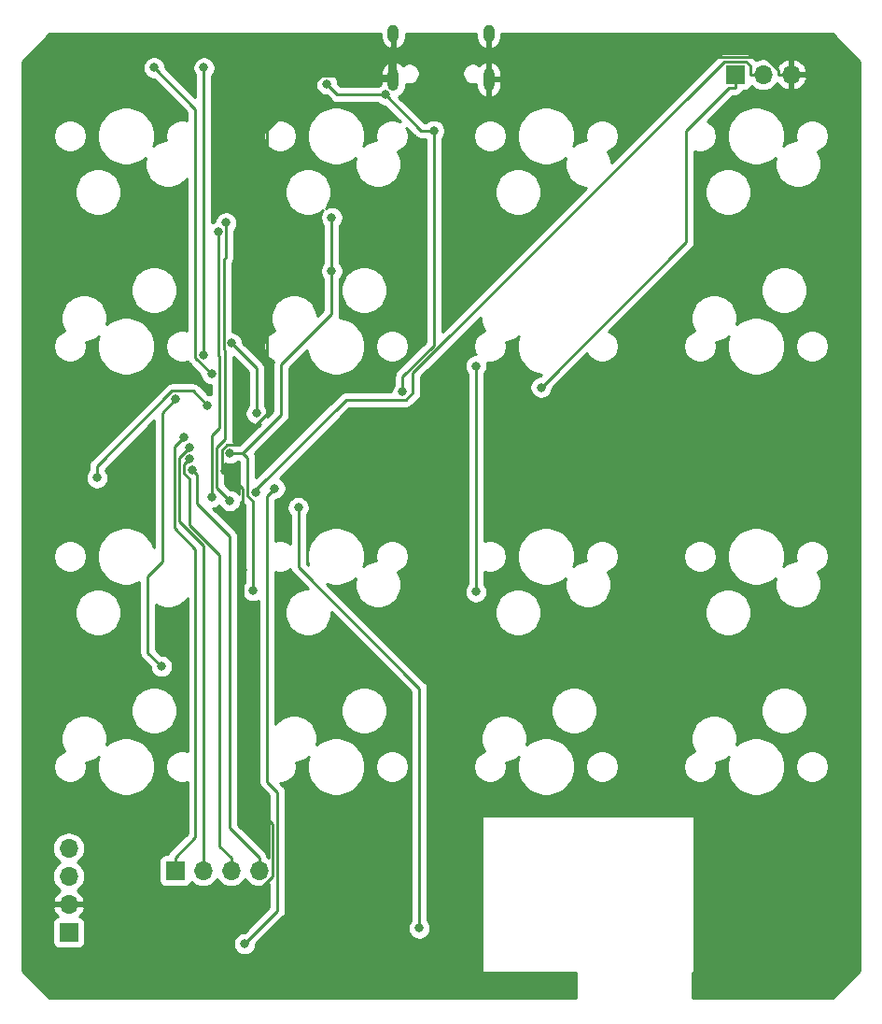
<source format=gbr>
G04 #@! TF.GenerationSoftware,KiCad,Pcbnew,(5.1.2)-2*
G04 #@! TF.CreationDate,2020-01-16T16:08:25+08:00*
G04 #@! TF.ProjectId,wingxx-receiver-v4,77696e67-7878-42d7-9265-636569766572,rev?*
G04 #@! TF.SameCoordinates,Original*
G04 #@! TF.FileFunction,Copper,L1,Top*
G04 #@! TF.FilePolarity,Positive*
%FSLAX46Y46*%
G04 Gerber Fmt 4.6, Leading zero omitted, Abs format (unit mm)*
G04 Created by KiCad (PCBNEW (5.1.2)-2) date 2020-01-16 16:08:25*
%MOMM*%
%LPD*%
G04 APERTURE LIST*
%ADD10O,1.700000X1.700000*%
%ADD11R,1.700000X1.700000*%
%ADD12O,1.000000X2.100000*%
%ADD13O,1.000000X1.600000*%
%ADD14C,0.800000*%
%ADD15C,0.250000*%
%ADD16C,0.254000*%
G04 APERTURE END LIST*
D10*
X97790000Y-135636000D03*
X95250000Y-135636000D03*
X92710000Y-135636000D03*
D11*
X90170000Y-135636000D03*
D12*
X109980000Y-63930000D03*
X118620000Y-63930000D03*
D13*
X109980000Y-59750000D03*
X118620000Y-59750000D03*
D10*
X146050000Y-63500000D03*
X143510000Y-63500000D03*
D11*
X140970000Y-63500000D03*
D10*
X80518000Y-133604000D03*
X80518000Y-136144000D03*
X80518000Y-138684000D03*
D11*
X80518000Y-141224000D03*
D14*
X94795400Y-76916200D03*
X95140400Y-102116100D03*
X94070100Y-77760900D03*
X93508300Y-101756400D03*
X88930700Y-117103200D03*
X90242700Y-92900300D03*
X95134300Y-97811500D03*
X97215100Y-110266800D03*
X104378500Y-76447700D03*
X104378500Y-81287400D03*
X117468400Y-110360200D03*
X117468400Y-89895300D03*
X94692200Y-99426100D03*
X96284700Y-108387600D03*
X98518700Y-80415700D03*
X112326500Y-140848100D03*
X101357100Y-102715000D03*
X96481200Y-142249000D03*
X99213600Y-100990000D03*
X110818200Y-92246700D03*
X113639700Y-68585900D03*
X103929500Y-64355400D03*
X109233200Y-65321800D03*
X97500300Y-101314100D03*
X123377300Y-91834000D03*
X95305600Y-87845300D03*
X97551700Y-94188600D03*
X83079300Y-100028900D03*
X93122900Y-93463900D03*
X88265000Y-62873000D03*
X93487700Y-90622000D03*
X92790200Y-62873000D03*
X92790200Y-88874600D03*
X91735900Y-99324500D03*
X91475400Y-98318400D03*
X91450800Y-97297100D03*
X91006700Y-96326500D03*
D15*
X95140400Y-102116100D02*
X93958700Y-100934400D01*
X93958700Y-100934400D02*
X93958700Y-97324500D01*
X93958700Y-97324500D02*
X94717900Y-96565300D01*
X94717900Y-96565300D02*
X94717900Y-88504800D01*
X94717900Y-88504800D02*
X94579700Y-88366600D01*
X94579700Y-88366600D02*
X94579700Y-80234900D01*
X94579700Y-80234900D02*
X94795400Y-80019200D01*
X94795400Y-80019200D02*
X94795400Y-76916200D01*
X94070100Y-77760900D02*
X94070100Y-88948600D01*
X94070100Y-88948600D02*
X94213100Y-89091600D01*
X94213100Y-89091600D02*
X94213100Y-95470500D01*
X94213100Y-95470500D02*
X93508300Y-96175300D01*
X93508300Y-96175300D02*
X93508300Y-101756400D01*
X90242700Y-92900300D02*
X89006300Y-94136700D01*
X89006300Y-94136700D02*
X89006300Y-107643400D01*
X89006300Y-107643400D02*
X89006200Y-107643400D01*
X89006200Y-107643400D02*
X87709700Y-108939900D01*
X87709700Y-108939900D02*
X87709700Y-115882200D01*
X87709700Y-115882200D02*
X88930700Y-117103200D01*
X97215100Y-110266800D02*
X97215100Y-102157900D01*
X97215100Y-102157900D02*
X96766400Y-101709200D01*
X96766400Y-101709200D02*
X96766400Y-98261800D01*
X96766400Y-98261800D02*
X96316100Y-97811500D01*
X104378500Y-81287400D02*
X104378500Y-85176700D01*
X104378500Y-85176700D02*
X99812600Y-89742600D01*
X99812600Y-89742600D02*
X99812600Y-94315000D01*
X99812600Y-94315000D02*
X96316100Y-97811500D01*
X96316100Y-97811500D02*
X95134300Y-97811500D01*
X104378500Y-81287400D02*
X104378500Y-76447700D01*
X117468400Y-110360200D02*
X117468400Y-89895300D01*
X80518000Y-138684000D02*
X96463800Y-138684000D01*
X96463800Y-138684000D02*
X98983500Y-136164300D01*
X98983500Y-136164300D02*
X98983500Y-131449400D01*
X98983500Y-131449400D02*
X96284700Y-128750600D01*
X96284700Y-128750600D02*
X96284700Y-108387600D01*
X96284700Y-108387600D02*
X96284700Y-101018600D01*
X96284700Y-101018600D02*
X94692200Y-99426100D01*
X94692200Y-99426100D02*
X94409000Y-99142900D01*
X94409000Y-99142900D02*
X94409000Y-97511100D01*
X94409000Y-97511100D02*
X94850000Y-97070100D01*
X94850000Y-97070100D02*
X95728000Y-97070100D01*
X95728000Y-97070100D02*
X98518700Y-94279400D01*
X98518700Y-94279400D02*
X98518700Y-80415700D01*
X109980000Y-59750000D02*
X109980000Y-60875300D01*
X109642600Y-63592600D02*
X103408700Y-63592600D01*
X103408700Y-63592600D02*
X98518700Y-68482600D01*
X98518700Y-68482600D02*
X98518700Y-80415700D01*
X109980000Y-63930000D02*
X109642600Y-63592600D01*
X109980000Y-60875300D02*
X109642600Y-61212700D01*
X109642600Y-61212700D02*
X109642600Y-63592600D01*
X118620000Y-61869100D02*
X118620000Y-63930000D01*
X118620000Y-59750000D02*
X118620000Y-61869100D01*
X144874700Y-63500000D02*
X144874700Y-63123400D01*
X144874700Y-63123400D02*
X143620400Y-61869100D01*
X143620400Y-61869100D02*
X118620000Y-61869100D01*
X146050000Y-63500000D02*
X144874700Y-63500000D01*
X101357100Y-102715000D02*
X101357100Y-108132700D01*
X101357100Y-108132700D02*
X112326500Y-119102100D01*
X112326500Y-119102100D02*
X112326500Y-140848100D01*
X96481200Y-142249000D02*
X99458500Y-139271700D01*
X99458500Y-139271700D02*
X99458500Y-128498800D01*
X99458500Y-128498800D02*
X98518700Y-127559000D01*
X98518700Y-127559000D02*
X98518700Y-101684900D01*
X98518700Y-101684900D02*
X99213600Y-100990000D01*
X113639700Y-68585900D02*
X113639700Y-88030300D01*
X113639700Y-88030300D02*
X110818200Y-90851800D01*
X110818200Y-90851800D02*
X110818200Y-92246700D01*
X113639700Y-68585900D02*
X112497300Y-68585900D01*
X112497300Y-68585900D02*
X109233200Y-65321800D01*
X109233200Y-65321800D02*
X104895900Y-65321800D01*
X104895900Y-65321800D02*
X103929500Y-64355400D01*
X97500300Y-101314100D02*
X97500300Y-101136500D01*
X97500300Y-101136500D02*
X105664800Y-92972000D01*
X105664800Y-92972000D02*
X111118700Y-92972000D01*
X111118700Y-92972000D02*
X111756900Y-92333800D01*
X111756900Y-92333800D02*
X111756900Y-90550000D01*
X111756900Y-90550000D02*
X139982300Y-62324600D01*
X139982300Y-62324600D02*
X141967300Y-62324600D01*
X141967300Y-62324600D02*
X142334700Y-62692000D01*
X142334700Y-62692000D02*
X142334700Y-63500000D01*
X143510000Y-63500000D02*
X142334700Y-63500000D01*
X140970000Y-64675300D02*
X140455800Y-64675300D01*
X140455800Y-64675300D02*
X136548900Y-68582200D01*
X136548900Y-68582200D02*
X136548900Y-78662400D01*
X136548900Y-78662400D02*
X123377300Y-91834000D01*
X140970000Y-63500000D02*
X140970000Y-64675300D01*
X97551700Y-94188600D02*
X97551700Y-90091400D01*
X97551700Y-90091400D02*
X95305600Y-87845300D01*
X93122900Y-93463900D02*
X91818400Y-92159400D01*
X91818400Y-92159400D02*
X89889200Y-92159400D01*
X89889200Y-92159400D02*
X83079300Y-98969300D01*
X83079300Y-98969300D02*
X83079300Y-100028900D01*
X88265000Y-62873000D02*
X91992600Y-66600600D01*
X91992600Y-66600600D02*
X91992600Y-89126900D01*
X91992600Y-89126900D02*
X93487700Y-90622000D01*
X92790200Y-62873000D02*
X92790200Y-88874600D01*
X97790000Y-135636000D02*
X97790000Y-134460700D01*
X91735900Y-99324500D02*
X92145300Y-99733900D01*
X92145300Y-99733900D02*
X92145300Y-102376200D01*
X92145300Y-102376200D02*
X95109200Y-105340100D01*
X95109200Y-105340100D02*
X95109200Y-131779900D01*
X95109200Y-131779900D02*
X97790000Y-134460700D01*
X95250000Y-134460700D02*
X94208500Y-133419200D01*
X94208500Y-133419200D02*
X94208500Y-107027400D01*
X94208500Y-107027400D02*
X91463900Y-104282800D01*
X91463900Y-104282800D02*
X91463900Y-100078100D01*
X91463900Y-100078100D02*
X91463800Y-100078100D01*
X91463800Y-100078100D02*
X91010600Y-99624900D01*
X91010600Y-99624900D02*
X91010600Y-98783200D01*
X91010600Y-98783200D02*
X91475400Y-98318400D01*
X95250000Y-135636000D02*
X95250000Y-134460700D01*
X92710000Y-134460700D02*
X92710000Y-106165800D01*
X92710000Y-106165800D02*
X90560300Y-104016100D01*
X90560300Y-104016100D02*
X90560300Y-98187600D01*
X90560300Y-98187600D02*
X91450800Y-97297100D01*
X92710000Y-135636000D02*
X92710000Y-134460700D01*
X91006700Y-96326500D02*
X90110000Y-97223200D01*
X90110000Y-97223200D02*
X90110000Y-104592100D01*
X90110000Y-104592100D02*
X92031900Y-106514000D01*
X92031900Y-106514000D02*
X92031900Y-132598800D01*
X92031900Y-132598800D02*
X90170000Y-134460700D01*
X90170000Y-135636000D02*
X90170000Y-134460700D01*
D16*
G36*
X108845000Y-60177000D02*
G01*
X108891585Y-60395987D01*
X108979997Y-60601678D01*
X109106839Y-60786169D01*
X109267236Y-60942369D01*
X109455024Y-61064276D01*
X109678126Y-61144119D01*
X109853000Y-61017954D01*
X109853000Y-59877000D01*
X109833000Y-59877000D01*
X109833000Y-59817000D01*
X110127000Y-59817000D01*
X110127000Y-59877000D01*
X110107000Y-59877000D01*
X110107000Y-61017954D01*
X110281874Y-61144119D01*
X110504976Y-61064276D01*
X110692764Y-60942369D01*
X110853161Y-60786169D01*
X110980003Y-60601678D01*
X111068415Y-60395987D01*
X111115000Y-60177000D01*
X111115000Y-59817000D01*
X117485000Y-59817000D01*
X117485000Y-60177000D01*
X117531585Y-60395987D01*
X117619997Y-60601678D01*
X117746839Y-60786169D01*
X117907236Y-60942369D01*
X118095024Y-61064276D01*
X118318126Y-61144119D01*
X118493000Y-61017954D01*
X118493000Y-59877000D01*
X118473000Y-59877000D01*
X118473000Y-59817000D01*
X118767000Y-59817000D01*
X118767000Y-59877000D01*
X118747000Y-59877000D01*
X118747000Y-61017954D01*
X118921874Y-61144119D01*
X119144976Y-61064276D01*
X119332764Y-60942369D01*
X119493161Y-60786169D01*
X119620003Y-60601678D01*
X119708415Y-60395987D01*
X119755000Y-60177000D01*
X119755000Y-59817000D01*
X149807394Y-59817000D01*
X152273000Y-62282606D01*
X152273000Y-144727394D01*
X149807394Y-147193000D01*
X137083000Y-147193000D01*
X137083000Y-144907000D01*
X137160000Y-144907000D01*
X137184776Y-144904560D01*
X137208601Y-144897333D01*
X137230557Y-144885597D01*
X137249803Y-144869803D01*
X137265597Y-144850557D01*
X137277333Y-144828601D01*
X137284560Y-144804776D01*
X137287000Y-144780000D01*
X137287000Y-130810000D01*
X137284560Y-130785224D01*
X137277333Y-130761399D01*
X137265597Y-130739443D01*
X137249803Y-130720197D01*
X137230557Y-130704403D01*
X137208601Y-130692667D01*
X137184776Y-130685440D01*
X137160000Y-130683000D01*
X118110000Y-130683000D01*
X118085224Y-130685440D01*
X118061399Y-130692667D01*
X118039443Y-130704403D01*
X118020197Y-130720197D01*
X118004403Y-130739443D01*
X117992667Y-130761399D01*
X117985440Y-130785224D01*
X117983000Y-130810000D01*
X117983000Y-144780000D01*
X117985440Y-144804776D01*
X117992667Y-144828601D01*
X118004403Y-144850557D01*
X118020197Y-144869803D01*
X118039443Y-144885597D01*
X118061399Y-144897333D01*
X118085224Y-144904560D01*
X118110000Y-144907000D01*
X126569000Y-144907000D01*
X126569000Y-147193000D01*
X78792606Y-147193000D01*
X76327000Y-144727394D01*
X76327000Y-140374000D01*
X79029928Y-140374000D01*
X79029928Y-142074000D01*
X79042188Y-142198482D01*
X79078498Y-142318180D01*
X79137463Y-142428494D01*
X79216815Y-142525185D01*
X79313506Y-142604537D01*
X79423820Y-142663502D01*
X79543518Y-142699812D01*
X79668000Y-142712072D01*
X81368000Y-142712072D01*
X81492482Y-142699812D01*
X81612180Y-142663502D01*
X81722494Y-142604537D01*
X81819185Y-142525185D01*
X81898537Y-142428494D01*
X81957502Y-142318180D01*
X81993812Y-142198482D01*
X82006072Y-142074000D01*
X82006072Y-140374000D01*
X81993812Y-140249518D01*
X81957502Y-140129820D01*
X81898537Y-140019506D01*
X81819185Y-139922815D01*
X81722494Y-139843463D01*
X81612180Y-139784498D01*
X81531534Y-139760034D01*
X81615588Y-139684269D01*
X81789641Y-139450920D01*
X81914825Y-139188099D01*
X81959476Y-139040890D01*
X81838155Y-138811000D01*
X80645000Y-138811000D01*
X80645000Y-138831000D01*
X80391000Y-138831000D01*
X80391000Y-138811000D01*
X79197845Y-138811000D01*
X79076524Y-139040890D01*
X79121175Y-139188099D01*
X79246359Y-139450920D01*
X79420412Y-139684269D01*
X79504466Y-139760034D01*
X79423820Y-139784498D01*
X79313506Y-139843463D01*
X79216815Y-139922815D01*
X79137463Y-140019506D01*
X79078498Y-140129820D01*
X79042188Y-140249518D01*
X79029928Y-140374000D01*
X76327000Y-140374000D01*
X76327000Y-133604000D01*
X79025815Y-133604000D01*
X79054487Y-133895111D01*
X79139401Y-134175034D01*
X79277294Y-134433014D01*
X79462866Y-134659134D01*
X79688986Y-134844706D01*
X79743791Y-134874000D01*
X79688986Y-134903294D01*
X79462866Y-135088866D01*
X79277294Y-135314986D01*
X79139401Y-135572966D01*
X79054487Y-135852889D01*
X79025815Y-136144000D01*
X79054487Y-136435111D01*
X79139401Y-136715034D01*
X79277294Y-136973014D01*
X79462866Y-137199134D01*
X79688986Y-137384706D01*
X79753523Y-137419201D01*
X79636645Y-137488822D01*
X79420412Y-137683731D01*
X79246359Y-137917080D01*
X79121175Y-138179901D01*
X79076524Y-138327110D01*
X79197845Y-138557000D01*
X80391000Y-138557000D01*
X80391000Y-138537000D01*
X80645000Y-138537000D01*
X80645000Y-138557000D01*
X81838155Y-138557000D01*
X81959476Y-138327110D01*
X81914825Y-138179901D01*
X81789641Y-137917080D01*
X81615588Y-137683731D01*
X81399355Y-137488822D01*
X81282477Y-137419201D01*
X81347014Y-137384706D01*
X81573134Y-137199134D01*
X81758706Y-136973014D01*
X81896599Y-136715034D01*
X81981513Y-136435111D01*
X82010185Y-136144000D01*
X81981513Y-135852889D01*
X81896599Y-135572966D01*
X81758706Y-135314986D01*
X81573134Y-135088866D01*
X81347014Y-134903294D01*
X81292209Y-134874000D01*
X81347014Y-134844706D01*
X81573134Y-134659134D01*
X81758706Y-134433014D01*
X81896599Y-134175034D01*
X81981513Y-133895111D01*
X82010185Y-133604000D01*
X81981513Y-133312889D01*
X81896599Y-133032966D01*
X81758706Y-132774986D01*
X81573134Y-132548866D01*
X81347014Y-132363294D01*
X81089034Y-132225401D01*
X80809111Y-132140487D01*
X80590950Y-132119000D01*
X80445050Y-132119000D01*
X80226889Y-132140487D01*
X79946966Y-132225401D01*
X79688986Y-132363294D01*
X79462866Y-132548866D01*
X79277294Y-132774986D01*
X79139401Y-133032966D01*
X79054487Y-133312889D01*
X79025815Y-133604000D01*
X76327000Y-133604000D01*
X76327000Y-126059652D01*
X79159100Y-126059652D01*
X79159100Y-126352348D01*
X79216202Y-126639421D01*
X79328212Y-126909838D01*
X79490826Y-127153206D01*
X79697794Y-127360174D01*
X79941162Y-127522788D01*
X80211579Y-127634798D01*
X80498652Y-127691900D01*
X80791348Y-127691900D01*
X81078421Y-127634798D01*
X81348838Y-127522788D01*
X81592206Y-127360174D01*
X81799174Y-127153206D01*
X81961788Y-126909838D01*
X82073798Y-126639421D01*
X82130900Y-126352348D01*
X82130900Y-126059652D01*
X82079451Y-125801000D01*
X82125279Y-125801000D01*
X82537756Y-125718953D01*
X82926302Y-125558012D01*
X83232708Y-125353279D01*
X83197127Y-125439178D01*
X83096100Y-125947076D01*
X83096100Y-126464924D01*
X83197127Y-126972822D01*
X83395299Y-127451251D01*
X83683000Y-127881826D01*
X84049174Y-128248000D01*
X84479749Y-128535701D01*
X84958178Y-128733873D01*
X85466076Y-128834900D01*
X85983924Y-128834900D01*
X86491822Y-128733873D01*
X86970251Y-128535701D01*
X87400826Y-128248000D01*
X87767000Y-127881826D01*
X88054701Y-127451251D01*
X88252873Y-126972822D01*
X88353900Y-126464924D01*
X88353900Y-125947076D01*
X88252873Y-125439178D01*
X88054701Y-124960749D01*
X87767000Y-124530174D01*
X87400826Y-124164000D01*
X86970251Y-123876299D01*
X86491822Y-123678127D01*
X85983924Y-123577100D01*
X85466076Y-123577100D01*
X84958178Y-123678127D01*
X84479749Y-123876299D01*
X84049174Y-124164000D01*
X83978763Y-124234411D01*
X84050000Y-123876279D01*
X84050000Y-123455721D01*
X83967953Y-123043244D01*
X83807012Y-122654698D01*
X83573363Y-122305017D01*
X83275983Y-122007637D01*
X82926302Y-121773988D01*
X82537756Y-121613047D01*
X82125279Y-121531000D01*
X81704721Y-121531000D01*
X81292244Y-121613047D01*
X80903698Y-121773988D01*
X80554017Y-122007637D01*
X80256637Y-122305017D01*
X80022988Y-122654698D01*
X79862047Y-123043244D01*
X79780000Y-123455721D01*
X79780000Y-123876279D01*
X79862047Y-124288756D01*
X80022988Y-124677302D01*
X80116150Y-124816730D01*
X79941162Y-124889212D01*
X79697794Y-125051826D01*
X79490826Y-125258794D01*
X79328212Y-125502162D01*
X79216202Y-125772579D01*
X79159100Y-126059652D01*
X76327000Y-126059652D01*
X76327000Y-120915721D01*
X86130000Y-120915721D01*
X86130000Y-121336279D01*
X86212047Y-121748756D01*
X86372988Y-122137302D01*
X86606637Y-122486983D01*
X86904017Y-122784363D01*
X87253698Y-123018012D01*
X87642244Y-123178953D01*
X88054721Y-123261000D01*
X88475279Y-123261000D01*
X88887756Y-123178953D01*
X89276302Y-123018012D01*
X89625983Y-122784363D01*
X89923363Y-122486983D01*
X90157012Y-122137302D01*
X90317953Y-121748756D01*
X90400000Y-121336279D01*
X90400000Y-120915721D01*
X90317953Y-120503244D01*
X90157012Y-120114698D01*
X89923363Y-119765017D01*
X89625983Y-119467637D01*
X89276302Y-119233988D01*
X88887756Y-119073047D01*
X88475279Y-118991000D01*
X88054721Y-118991000D01*
X87642244Y-119073047D01*
X87253698Y-119233988D01*
X86904017Y-119467637D01*
X86606637Y-119765017D01*
X86372988Y-120114698D01*
X86212047Y-120503244D01*
X86130000Y-120915721D01*
X76327000Y-120915721D01*
X76327000Y-112025721D01*
X81050000Y-112025721D01*
X81050000Y-112446279D01*
X81132047Y-112858756D01*
X81292988Y-113247302D01*
X81526637Y-113596983D01*
X81824017Y-113894363D01*
X82173698Y-114128012D01*
X82562244Y-114288953D01*
X82974721Y-114371000D01*
X83395279Y-114371000D01*
X83807756Y-114288953D01*
X84196302Y-114128012D01*
X84545983Y-113894363D01*
X84843363Y-113596983D01*
X85077012Y-113247302D01*
X85237953Y-112858756D01*
X85320000Y-112446279D01*
X85320000Y-112025721D01*
X85237953Y-111613244D01*
X85077012Y-111224698D01*
X84843363Y-110875017D01*
X84545983Y-110577637D01*
X84196302Y-110343988D01*
X83807756Y-110183047D01*
X83395279Y-110101000D01*
X82974721Y-110101000D01*
X82562244Y-110183047D01*
X82173698Y-110343988D01*
X81824017Y-110577637D01*
X81526637Y-110875017D01*
X81292988Y-111224698D01*
X81132047Y-111613244D01*
X81050000Y-112025721D01*
X76327000Y-112025721D01*
X76327000Y-107009652D01*
X79159100Y-107009652D01*
X79159100Y-107302348D01*
X79216202Y-107589421D01*
X79328212Y-107859838D01*
X79490826Y-108103206D01*
X79697794Y-108310174D01*
X79941162Y-108472788D01*
X80211579Y-108584798D01*
X80498652Y-108641900D01*
X80791348Y-108641900D01*
X81078421Y-108584798D01*
X81348838Y-108472788D01*
X81592206Y-108310174D01*
X81799174Y-108103206D01*
X81961788Y-107859838D01*
X82073798Y-107589421D01*
X82130900Y-107302348D01*
X82130900Y-107009652D01*
X82073798Y-106722579D01*
X81961788Y-106452162D01*
X81799174Y-106208794D01*
X81592206Y-106001826D01*
X81348838Y-105839212D01*
X81078421Y-105727202D01*
X80791348Y-105670100D01*
X80498652Y-105670100D01*
X80211579Y-105727202D01*
X79941162Y-105839212D01*
X79697794Y-106001826D01*
X79490826Y-106208794D01*
X79328212Y-106452162D01*
X79216202Y-106722579D01*
X79159100Y-107009652D01*
X76327000Y-107009652D01*
X76327000Y-99926961D01*
X82044300Y-99926961D01*
X82044300Y-100130839D01*
X82084074Y-100330798D01*
X82162095Y-100519156D01*
X82275363Y-100688674D01*
X82419526Y-100832837D01*
X82589044Y-100946105D01*
X82777402Y-101024126D01*
X82977361Y-101063900D01*
X83181239Y-101063900D01*
X83381198Y-101024126D01*
X83569556Y-100946105D01*
X83739074Y-100832837D01*
X83883237Y-100688674D01*
X83996505Y-100519156D01*
X84074526Y-100330798D01*
X84114300Y-100130839D01*
X84114300Y-99926961D01*
X84074526Y-99727002D01*
X83996505Y-99538644D01*
X83883237Y-99369126D01*
X83839300Y-99325189D01*
X83839300Y-99284101D01*
X88246300Y-94877102D01*
X88246301Y-106373312D01*
X88054701Y-105910749D01*
X87767000Y-105480174D01*
X87400826Y-105114000D01*
X86970251Y-104826299D01*
X86491822Y-104628127D01*
X85983924Y-104527100D01*
X85466076Y-104527100D01*
X84958178Y-104628127D01*
X84479749Y-104826299D01*
X84049174Y-105114000D01*
X83683000Y-105480174D01*
X83395299Y-105910749D01*
X83197127Y-106389178D01*
X83096100Y-106897076D01*
X83096100Y-107414924D01*
X83197127Y-107922822D01*
X83395299Y-108401251D01*
X83683000Y-108831826D01*
X84049174Y-109198000D01*
X84479749Y-109485701D01*
X84958178Y-109683873D01*
X85466076Y-109784900D01*
X85983924Y-109784900D01*
X86491822Y-109683873D01*
X86949700Y-109494213D01*
X86949701Y-115844868D01*
X86946024Y-115882200D01*
X86960698Y-116031185D01*
X87004154Y-116174446D01*
X87074726Y-116306476D01*
X87145901Y-116393202D01*
X87169700Y-116422201D01*
X87198698Y-116445999D01*
X87895700Y-117143002D01*
X87895700Y-117205139D01*
X87935474Y-117405098D01*
X88013495Y-117593456D01*
X88126763Y-117762974D01*
X88270926Y-117907137D01*
X88440444Y-118020405D01*
X88628802Y-118098426D01*
X88828761Y-118138200D01*
X89032639Y-118138200D01*
X89232598Y-118098426D01*
X89420956Y-118020405D01*
X89590474Y-117907137D01*
X89734637Y-117762974D01*
X89847905Y-117593456D01*
X89925926Y-117405098D01*
X89965700Y-117205139D01*
X89965700Y-117001261D01*
X89925926Y-116801302D01*
X89847905Y-116612944D01*
X89734637Y-116443426D01*
X89590474Y-116299263D01*
X89420956Y-116185995D01*
X89232598Y-116107974D01*
X89032639Y-116068200D01*
X88970502Y-116068200D01*
X88469700Y-115567399D01*
X88469700Y-111551932D01*
X88523698Y-111588012D01*
X88912244Y-111748953D01*
X89324721Y-111831000D01*
X89745279Y-111831000D01*
X90157756Y-111748953D01*
X90546302Y-111588012D01*
X90895983Y-111354363D01*
X91193363Y-111056983D01*
X91271900Y-110939444D01*
X91271901Y-124791070D01*
X91238421Y-124777202D01*
X90951348Y-124720100D01*
X90658652Y-124720100D01*
X90371579Y-124777202D01*
X90101162Y-124889212D01*
X89857794Y-125051826D01*
X89650826Y-125258794D01*
X89488212Y-125502162D01*
X89376202Y-125772579D01*
X89319100Y-126059652D01*
X89319100Y-126352348D01*
X89376202Y-126639421D01*
X89488212Y-126909838D01*
X89650826Y-127153206D01*
X89857794Y-127360174D01*
X90101162Y-127522788D01*
X90371579Y-127634798D01*
X90658652Y-127691900D01*
X90951348Y-127691900D01*
X91238421Y-127634798D01*
X91271901Y-127620930D01*
X91271901Y-132283997D01*
X89658998Y-133896901D01*
X89630000Y-133920699D01*
X89606203Y-133949696D01*
X89606201Y-133949698D01*
X89535026Y-134036424D01*
X89475425Y-134147928D01*
X89320000Y-134147928D01*
X89195518Y-134160188D01*
X89075820Y-134196498D01*
X88965506Y-134255463D01*
X88868815Y-134334815D01*
X88789463Y-134431506D01*
X88730498Y-134541820D01*
X88694188Y-134661518D01*
X88681928Y-134786000D01*
X88681928Y-136486000D01*
X88694188Y-136610482D01*
X88730498Y-136730180D01*
X88789463Y-136840494D01*
X88868815Y-136937185D01*
X88965506Y-137016537D01*
X89075820Y-137075502D01*
X89195518Y-137111812D01*
X89320000Y-137124072D01*
X91020000Y-137124072D01*
X91144482Y-137111812D01*
X91264180Y-137075502D01*
X91374494Y-137016537D01*
X91471185Y-136937185D01*
X91550537Y-136840494D01*
X91609502Y-136730180D01*
X91630393Y-136661313D01*
X91654866Y-136691134D01*
X91880986Y-136876706D01*
X92138966Y-137014599D01*
X92418889Y-137099513D01*
X92637050Y-137121000D01*
X92782950Y-137121000D01*
X93001111Y-137099513D01*
X93281034Y-137014599D01*
X93539014Y-136876706D01*
X93765134Y-136691134D01*
X93950706Y-136465014D01*
X93980000Y-136410209D01*
X94009294Y-136465014D01*
X94194866Y-136691134D01*
X94420986Y-136876706D01*
X94678966Y-137014599D01*
X94958889Y-137099513D01*
X95177050Y-137121000D01*
X95322950Y-137121000D01*
X95541111Y-137099513D01*
X95821034Y-137014599D01*
X96079014Y-136876706D01*
X96305134Y-136691134D01*
X96490706Y-136465014D01*
X96520000Y-136410209D01*
X96549294Y-136465014D01*
X96734866Y-136691134D01*
X96960986Y-136876706D01*
X97218966Y-137014599D01*
X97498889Y-137099513D01*
X97717050Y-137121000D01*
X97862950Y-137121000D01*
X98081111Y-137099513D01*
X98361034Y-137014599D01*
X98619014Y-136876706D01*
X98698500Y-136811473D01*
X98698500Y-138956898D01*
X96441399Y-141214000D01*
X96379261Y-141214000D01*
X96179302Y-141253774D01*
X95990944Y-141331795D01*
X95821426Y-141445063D01*
X95677263Y-141589226D01*
X95563995Y-141758744D01*
X95485974Y-141947102D01*
X95446200Y-142147061D01*
X95446200Y-142350939D01*
X95485974Y-142550898D01*
X95563995Y-142739256D01*
X95677263Y-142908774D01*
X95821426Y-143052937D01*
X95990944Y-143166205D01*
X96179302Y-143244226D01*
X96379261Y-143284000D01*
X96583139Y-143284000D01*
X96783098Y-143244226D01*
X96971456Y-143166205D01*
X97140974Y-143052937D01*
X97285137Y-142908774D01*
X97398405Y-142739256D01*
X97476426Y-142550898D01*
X97516200Y-142350939D01*
X97516200Y-142288801D01*
X99969504Y-139835498D01*
X99998501Y-139811701D01*
X100050625Y-139748188D01*
X100093474Y-139695977D01*
X100164046Y-139563947D01*
X100164046Y-139563946D01*
X100207503Y-139420686D01*
X100218500Y-139309033D01*
X100218500Y-139309024D01*
X100222176Y-139271701D01*
X100218500Y-139234378D01*
X100218500Y-128536123D01*
X100222176Y-128498800D01*
X100218500Y-128461477D01*
X100218500Y-128461467D01*
X100207503Y-128349814D01*
X100164046Y-128206553D01*
X100157322Y-128193974D01*
X100093474Y-128074523D01*
X100022299Y-127987797D01*
X99998501Y-127958799D01*
X99969503Y-127935001D01*
X99726402Y-127691900D01*
X99841348Y-127691900D01*
X100128421Y-127634798D01*
X100398838Y-127522788D01*
X100642206Y-127360174D01*
X100849174Y-127153206D01*
X101011788Y-126909838D01*
X101123798Y-126639421D01*
X101180900Y-126352348D01*
X101180900Y-126059652D01*
X101129451Y-125801000D01*
X101175279Y-125801000D01*
X101587756Y-125718953D01*
X101976302Y-125558012D01*
X102282708Y-125353279D01*
X102247127Y-125439178D01*
X102146100Y-125947076D01*
X102146100Y-126464924D01*
X102247127Y-126972822D01*
X102445299Y-127451251D01*
X102733000Y-127881826D01*
X103099174Y-128248000D01*
X103529749Y-128535701D01*
X104008178Y-128733873D01*
X104516076Y-128834900D01*
X105033924Y-128834900D01*
X105541822Y-128733873D01*
X106020251Y-128535701D01*
X106450826Y-128248000D01*
X106817000Y-127881826D01*
X107104701Y-127451251D01*
X107302873Y-126972822D01*
X107403900Y-126464924D01*
X107403900Y-126059652D01*
X108369100Y-126059652D01*
X108369100Y-126352348D01*
X108426202Y-126639421D01*
X108538212Y-126909838D01*
X108700826Y-127153206D01*
X108907794Y-127360174D01*
X109151162Y-127522788D01*
X109421579Y-127634798D01*
X109708652Y-127691900D01*
X110001348Y-127691900D01*
X110288421Y-127634798D01*
X110558838Y-127522788D01*
X110802206Y-127360174D01*
X111009174Y-127153206D01*
X111171788Y-126909838D01*
X111283798Y-126639421D01*
X111340900Y-126352348D01*
X111340900Y-126059652D01*
X111283798Y-125772579D01*
X111171788Y-125502162D01*
X111009174Y-125258794D01*
X110802206Y-125051826D01*
X110558838Y-124889212D01*
X110288421Y-124777202D01*
X110001348Y-124720100D01*
X109708652Y-124720100D01*
X109421579Y-124777202D01*
X109151162Y-124889212D01*
X108907794Y-125051826D01*
X108700826Y-125258794D01*
X108538212Y-125502162D01*
X108426202Y-125772579D01*
X108369100Y-126059652D01*
X107403900Y-126059652D01*
X107403900Y-125947076D01*
X107302873Y-125439178D01*
X107104701Y-124960749D01*
X106817000Y-124530174D01*
X106450826Y-124164000D01*
X106020251Y-123876299D01*
X105541822Y-123678127D01*
X105033924Y-123577100D01*
X104516076Y-123577100D01*
X104008178Y-123678127D01*
X103529749Y-123876299D01*
X103099174Y-124164000D01*
X103028763Y-124234411D01*
X103100000Y-123876279D01*
X103100000Y-123455721D01*
X103017953Y-123043244D01*
X102857012Y-122654698D01*
X102623363Y-122305017D01*
X102325983Y-122007637D01*
X101976302Y-121773988D01*
X101587756Y-121613047D01*
X101175279Y-121531000D01*
X100754721Y-121531000D01*
X100342244Y-121613047D01*
X99953698Y-121773988D01*
X99604017Y-122007637D01*
X99306637Y-122305017D01*
X99278700Y-122346828D01*
X99278700Y-120915721D01*
X105180000Y-120915721D01*
X105180000Y-121336279D01*
X105262047Y-121748756D01*
X105422988Y-122137302D01*
X105656637Y-122486983D01*
X105954017Y-122784363D01*
X106303698Y-123018012D01*
X106692244Y-123178953D01*
X107104721Y-123261000D01*
X107525279Y-123261000D01*
X107937756Y-123178953D01*
X108326302Y-123018012D01*
X108675983Y-122784363D01*
X108973363Y-122486983D01*
X109207012Y-122137302D01*
X109367953Y-121748756D01*
X109450000Y-121336279D01*
X109450000Y-120915721D01*
X109367953Y-120503244D01*
X109207012Y-120114698D01*
X108973363Y-119765017D01*
X108675983Y-119467637D01*
X108326302Y-119233988D01*
X107937756Y-119073047D01*
X107525279Y-118991000D01*
X107104721Y-118991000D01*
X106692244Y-119073047D01*
X106303698Y-119233988D01*
X105954017Y-119467637D01*
X105656637Y-119765017D01*
X105422988Y-120114698D01*
X105262047Y-120503244D01*
X105180000Y-120915721D01*
X99278700Y-120915721D01*
X99278700Y-108588204D01*
X99548652Y-108641900D01*
X99841348Y-108641900D01*
X100128421Y-108584798D01*
X100398838Y-108472788D01*
X100621031Y-108324322D01*
X100651554Y-108424946D01*
X100722126Y-108556976D01*
X100791822Y-108641900D01*
X100817100Y-108672701D01*
X100846098Y-108696499D01*
X102250599Y-110101000D01*
X102024721Y-110101000D01*
X101612244Y-110183047D01*
X101223698Y-110343988D01*
X100874017Y-110577637D01*
X100576637Y-110875017D01*
X100342988Y-111224698D01*
X100182047Y-111613244D01*
X100100000Y-112025721D01*
X100100000Y-112446279D01*
X100182047Y-112858756D01*
X100342988Y-113247302D01*
X100576637Y-113596983D01*
X100874017Y-113894363D01*
X101223698Y-114128012D01*
X101612244Y-114288953D01*
X102024721Y-114371000D01*
X102445279Y-114371000D01*
X102857756Y-114288953D01*
X103246302Y-114128012D01*
X103595983Y-113894363D01*
X103893363Y-113596983D01*
X104127012Y-113247302D01*
X104287953Y-112858756D01*
X104370000Y-112446279D01*
X104370000Y-112220401D01*
X111566500Y-119416902D01*
X111566501Y-140144388D01*
X111522563Y-140188326D01*
X111409295Y-140357844D01*
X111331274Y-140546202D01*
X111291500Y-140746161D01*
X111291500Y-140950039D01*
X111331274Y-141149998D01*
X111409295Y-141338356D01*
X111522563Y-141507874D01*
X111666726Y-141652037D01*
X111836244Y-141765305D01*
X112024602Y-141843326D01*
X112224561Y-141883100D01*
X112428439Y-141883100D01*
X112628398Y-141843326D01*
X112816756Y-141765305D01*
X112986274Y-141652037D01*
X113130437Y-141507874D01*
X113243705Y-141338356D01*
X113321726Y-141149998D01*
X113361500Y-140950039D01*
X113361500Y-140746161D01*
X113321726Y-140546202D01*
X113243705Y-140357844D01*
X113130437Y-140188326D01*
X113086500Y-140144389D01*
X113086500Y-126059652D01*
X117259100Y-126059652D01*
X117259100Y-126352348D01*
X117316202Y-126639421D01*
X117428212Y-126909838D01*
X117590826Y-127153206D01*
X117797794Y-127360174D01*
X118041162Y-127522788D01*
X118311579Y-127634798D01*
X118598652Y-127691900D01*
X118891348Y-127691900D01*
X119178421Y-127634798D01*
X119448838Y-127522788D01*
X119692206Y-127360174D01*
X119899174Y-127153206D01*
X120061788Y-126909838D01*
X120173798Y-126639421D01*
X120230900Y-126352348D01*
X120230900Y-126059652D01*
X120179451Y-125801000D01*
X120225279Y-125801000D01*
X120637756Y-125718953D01*
X121026302Y-125558012D01*
X121332708Y-125353279D01*
X121297127Y-125439178D01*
X121196100Y-125947076D01*
X121196100Y-126464924D01*
X121297127Y-126972822D01*
X121495299Y-127451251D01*
X121783000Y-127881826D01*
X122149174Y-128248000D01*
X122579749Y-128535701D01*
X123058178Y-128733873D01*
X123566076Y-128834900D01*
X124083924Y-128834900D01*
X124591822Y-128733873D01*
X125070251Y-128535701D01*
X125500826Y-128248000D01*
X125867000Y-127881826D01*
X126154701Y-127451251D01*
X126352873Y-126972822D01*
X126453900Y-126464924D01*
X126453900Y-126059652D01*
X127419100Y-126059652D01*
X127419100Y-126352348D01*
X127476202Y-126639421D01*
X127588212Y-126909838D01*
X127750826Y-127153206D01*
X127957794Y-127360174D01*
X128201162Y-127522788D01*
X128471579Y-127634798D01*
X128758652Y-127691900D01*
X129051348Y-127691900D01*
X129338421Y-127634798D01*
X129608838Y-127522788D01*
X129852206Y-127360174D01*
X130059174Y-127153206D01*
X130221788Y-126909838D01*
X130333798Y-126639421D01*
X130390900Y-126352348D01*
X130390900Y-126059652D01*
X136309100Y-126059652D01*
X136309100Y-126352348D01*
X136366202Y-126639421D01*
X136478212Y-126909838D01*
X136640826Y-127153206D01*
X136847794Y-127360174D01*
X137091162Y-127522788D01*
X137361579Y-127634798D01*
X137648652Y-127691900D01*
X137941348Y-127691900D01*
X138228421Y-127634798D01*
X138498838Y-127522788D01*
X138742206Y-127360174D01*
X138949174Y-127153206D01*
X139111788Y-126909838D01*
X139223798Y-126639421D01*
X139280900Y-126352348D01*
X139280900Y-126059652D01*
X139229451Y-125801000D01*
X139275279Y-125801000D01*
X139687756Y-125718953D01*
X140076302Y-125558012D01*
X140382708Y-125353279D01*
X140347127Y-125439178D01*
X140246100Y-125947076D01*
X140246100Y-126464924D01*
X140347127Y-126972822D01*
X140545299Y-127451251D01*
X140833000Y-127881826D01*
X141199174Y-128248000D01*
X141629749Y-128535701D01*
X142108178Y-128733873D01*
X142616076Y-128834900D01*
X143133924Y-128834900D01*
X143641822Y-128733873D01*
X144120251Y-128535701D01*
X144550826Y-128248000D01*
X144917000Y-127881826D01*
X145204701Y-127451251D01*
X145402873Y-126972822D01*
X145503900Y-126464924D01*
X145503900Y-126059652D01*
X146469100Y-126059652D01*
X146469100Y-126352348D01*
X146526202Y-126639421D01*
X146638212Y-126909838D01*
X146800826Y-127153206D01*
X147007794Y-127360174D01*
X147251162Y-127522788D01*
X147521579Y-127634798D01*
X147808652Y-127691900D01*
X148101348Y-127691900D01*
X148388421Y-127634798D01*
X148658838Y-127522788D01*
X148902206Y-127360174D01*
X149109174Y-127153206D01*
X149271788Y-126909838D01*
X149383798Y-126639421D01*
X149440900Y-126352348D01*
X149440900Y-126059652D01*
X149383798Y-125772579D01*
X149271788Y-125502162D01*
X149109174Y-125258794D01*
X148902206Y-125051826D01*
X148658838Y-124889212D01*
X148388421Y-124777202D01*
X148101348Y-124720100D01*
X147808652Y-124720100D01*
X147521579Y-124777202D01*
X147251162Y-124889212D01*
X147007794Y-125051826D01*
X146800826Y-125258794D01*
X146638212Y-125502162D01*
X146526202Y-125772579D01*
X146469100Y-126059652D01*
X145503900Y-126059652D01*
X145503900Y-125947076D01*
X145402873Y-125439178D01*
X145204701Y-124960749D01*
X144917000Y-124530174D01*
X144550826Y-124164000D01*
X144120251Y-123876299D01*
X143641822Y-123678127D01*
X143133924Y-123577100D01*
X142616076Y-123577100D01*
X142108178Y-123678127D01*
X141629749Y-123876299D01*
X141199174Y-124164000D01*
X141128763Y-124234411D01*
X141200000Y-123876279D01*
X141200000Y-123455721D01*
X141117953Y-123043244D01*
X140957012Y-122654698D01*
X140723363Y-122305017D01*
X140425983Y-122007637D01*
X140076302Y-121773988D01*
X139687756Y-121613047D01*
X139275279Y-121531000D01*
X138854721Y-121531000D01*
X138442244Y-121613047D01*
X138053698Y-121773988D01*
X137704017Y-122007637D01*
X137406637Y-122305017D01*
X137172988Y-122654698D01*
X137012047Y-123043244D01*
X136930000Y-123455721D01*
X136930000Y-123876279D01*
X137012047Y-124288756D01*
X137172988Y-124677302D01*
X137266150Y-124816730D01*
X137091162Y-124889212D01*
X136847794Y-125051826D01*
X136640826Y-125258794D01*
X136478212Y-125502162D01*
X136366202Y-125772579D01*
X136309100Y-126059652D01*
X130390900Y-126059652D01*
X130333798Y-125772579D01*
X130221788Y-125502162D01*
X130059174Y-125258794D01*
X129852206Y-125051826D01*
X129608838Y-124889212D01*
X129338421Y-124777202D01*
X129051348Y-124720100D01*
X128758652Y-124720100D01*
X128471579Y-124777202D01*
X128201162Y-124889212D01*
X127957794Y-125051826D01*
X127750826Y-125258794D01*
X127588212Y-125502162D01*
X127476202Y-125772579D01*
X127419100Y-126059652D01*
X126453900Y-126059652D01*
X126453900Y-125947076D01*
X126352873Y-125439178D01*
X126154701Y-124960749D01*
X125867000Y-124530174D01*
X125500826Y-124164000D01*
X125070251Y-123876299D01*
X124591822Y-123678127D01*
X124083924Y-123577100D01*
X123566076Y-123577100D01*
X123058178Y-123678127D01*
X122579749Y-123876299D01*
X122149174Y-124164000D01*
X122078763Y-124234411D01*
X122150000Y-123876279D01*
X122150000Y-123455721D01*
X122067953Y-123043244D01*
X121907012Y-122654698D01*
X121673363Y-122305017D01*
X121375983Y-122007637D01*
X121026302Y-121773988D01*
X120637756Y-121613047D01*
X120225279Y-121531000D01*
X119804721Y-121531000D01*
X119392244Y-121613047D01*
X119003698Y-121773988D01*
X118654017Y-122007637D01*
X118356637Y-122305017D01*
X118122988Y-122654698D01*
X117962047Y-123043244D01*
X117880000Y-123455721D01*
X117880000Y-123876279D01*
X117962047Y-124288756D01*
X118122988Y-124677302D01*
X118216150Y-124816730D01*
X118041162Y-124889212D01*
X117797794Y-125051826D01*
X117590826Y-125258794D01*
X117428212Y-125502162D01*
X117316202Y-125772579D01*
X117259100Y-126059652D01*
X113086500Y-126059652D01*
X113086500Y-120915721D01*
X124230000Y-120915721D01*
X124230000Y-121336279D01*
X124312047Y-121748756D01*
X124472988Y-122137302D01*
X124706637Y-122486983D01*
X125004017Y-122784363D01*
X125353698Y-123018012D01*
X125742244Y-123178953D01*
X126154721Y-123261000D01*
X126575279Y-123261000D01*
X126987756Y-123178953D01*
X127376302Y-123018012D01*
X127725983Y-122784363D01*
X128023363Y-122486983D01*
X128257012Y-122137302D01*
X128417953Y-121748756D01*
X128500000Y-121336279D01*
X128500000Y-120915721D01*
X143280000Y-120915721D01*
X143280000Y-121336279D01*
X143362047Y-121748756D01*
X143522988Y-122137302D01*
X143756637Y-122486983D01*
X144054017Y-122784363D01*
X144403698Y-123018012D01*
X144792244Y-123178953D01*
X145204721Y-123261000D01*
X145625279Y-123261000D01*
X146037756Y-123178953D01*
X146426302Y-123018012D01*
X146775983Y-122784363D01*
X147073363Y-122486983D01*
X147307012Y-122137302D01*
X147467953Y-121748756D01*
X147550000Y-121336279D01*
X147550000Y-120915721D01*
X147467953Y-120503244D01*
X147307012Y-120114698D01*
X147073363Y-119765017D01*
X146775983Y-119467637D01*
X146426302Y-119233988D01*
X146037756Y-119073047D01*
X145625279Y-118991000D01*
X145204721Y-118991000D01*
X144792244Y-119073047D01*
X144403698Y-119233988D01*
X144054017Y-119467637D01*
X143756637Y-119765017D01*
X143522988Y-120114698D01*
X143362047Y-120503244D01*
X143280000Y-120915721D01*
X128500000Y-120915721D01*
X128417953Y-120503244D01*
X128257012Y-120114698D01*
X128023363Y-119765017D01*
X127725983Y-119467637D01*
X127376302Y-119233988D01*
X126987756Y-119073047D01*
X126575279Y-118991000D01*
X126154721Y-118991000D01*
X125742244Y-119073047D01*
X125353698Y-119233988D01*
X125004017Y-119467637D01*
X124706637Y-119765017D01*
X124472988Y-120114698D01*
X124312047Y-120503244D01*
X124230000Y-120915721D01*
X113086500Y-120915721D01*
X113086500Y-119139422D01*
X113090176Y-119102099D01*
X113086500Y-119064776D01*
X113086500Y-119064767D01*
X113075503Y-118953114D01*
X113032046Y-118809853D01*
X112961474Y-118677824D01*
X112866501Y-118562099D01*
X112837504Y-118538302D01*
X106324923Y-112025721D01*
X119150000Y-112025721D01*
X119150000Y-112446279D01*
X119232047Y-112858756D01*
X119392988Y-113247302D01*
X119626637Y-113596983D01*
X119924017Y-113894363D01*
X120273698Y-114128012D01*
X120662244Y-114288953D01*
X121074721Y-114371000D01*
X121495279Y-114371000D01*
X121907756Y-114288953D01*
X122296302Y-114128012D01*
X122645983Y-113894363D01*
X122943363Y-113596983D01*
X123177012Y-113247302D01*
X123337953Y-112858756D01*
X123420000Y-112446279D01*
X123420000Y-112025721D01*
X138200000Y-112025721D01*
X138200000Y-112446279D01*
X138282047Y-112858756D01*
X138442988Y-113247302D01*
X138676637Y-113596983D01*
X138974017Y-113894363D01*
X139323698Y-114128012D01*
X139712244Y-114288953D01*
X140124721Y-114371000D01*
X140545279Y-114371000D01*
X140957756Y-114288953D01*
X141346302Y-114128012D01*
X141695983Y-113894363D01*
X141993363Y-113596983D01*
X142227012Y-113247302D01*
X142387953Y-112858756D01*
X142470000Y-112446279D01*
X142470000Y-112025721D01*
X142387953Y-111613244D01*
X142227012Y-111224698D01*
X141993363Y-110875017D01*
X141695983Y-110577637D01*
X141346302Y-110343988D01*
X140957756Y-110183047D01*
X140545279Y-110101000D01*
X140124721Y-110101000D01*
X139712244Y-110183047D01*
X139323698Y-110343988D01*
X138974017Y-110577637D01*
X138676637Y-110875017D01*
X138442988Y-111224698D01*
X138282047Y-111613244D01*
X138200000Y-112025721D01*
X123420000Y-112025721D01*
X123337953Y-111613244D01*
X123177012Y-111224698D01*
X122943363Y-110875017D01*
X122645983Y-110577637D01*
X122296302Y-110343988D01*
X121907756Y-110183047D01*
X121495279Y-110101000D01*
X121074721Y-110101000D01*
X120662244Y-110183047D01*
X120273698Y-110343988D01*
X119924017Y-110577637D01*
X119626637Y-110875017D01*
X119392988Y-111224698D01*
X119232047Y-111613244D01*
X119150000Y-112025721D01*
X106324923Y-112025721D01*
X103965323Y-109666122D01*
X104008178Y-109683873D01*
X104516076Y-109784900D01*
X105033924Y-109784900D01*
X105541822Y-109683873D01*
X106020251Y-109485701D01*
X106450826Y-109198000D01*
X106521237Y-109127589D01*
X106450000Y-109485721D01*
X106450000Y-109906279D01*
X106532047Y-110318756D01*
X106692988Y-110707302D01*
X106926637Y-111056983D01*
X107224017Y-111354363D01*
X107573698Y-111588012D01*
X107962244Y-111748953D01*
X108374721Y-111831000D01*
X108795279Y-111831000D01*
X109207756Y-111748953D01*
X109596302Y-111588012D01*
X109945983Y-111354363D01*
X110243363Y-111056983D01*
X110477012Y-110707302D01*
X110637953Y-110318756D01*
X110720000Y-109906279D01*
X110720000Y-109485721D01*
X110637953Y-109073244D01*
X110477012Y-108684698D01*
X110383850Y-108545270D01*
X110558838Y-108472788D01*
X110802206Y-108310174D01*
X111009174Y-108103206D01*
X111171788Y-107859838D01*
X111283798Y-107589421D01*
X111340900Y-107302348D01*
X111340900Y-107009652D01*
X111283798Y-106722579D01*
X111171788Y-106452162D01*
X111009174Y-106208794D01*
X110802206Y-106001826D01*
X110558838Y-105839212D01*
X110288421Y-105727202D01*
X110001348Y-105670100D01*
X109708652Y-105670100D01*
X109421579Y-105727202D01*
X109151162Y-105839212D01*
X108907794Y-106001826D01*
X108700826Y-106208794D01*
X108538212Y-106452162D01*
X108426202Y-106722579D01*
X108369100Y-107009652D01*
X108369100Y-107302348D01*
X108420549Y-107561000D01*
X108374721Y-107561000D01*
X107962244Y-107643047D01*
X107573698Y-107803988D01*
X107267292Y-108008721D01*
X107302873Y-107922822D01*
X107403900Y-107414924D01*
X107403900Y-106897076D01*
X107302873Y-106389178D01*
X107104701Y-105910749D01*
X106817000Y-105480174D01*
X106450826Y-105114000D01*
X106020251Y-104826299D01*
X105541822Y-104628127D01*
X105033924Y-104527100D01*
X104516076Y-104527100D01*
X104008178Y-104628127D01*
X103529749Y-104826299D01*
X103099174Y-105114000D01*
X102733000Y-105480174D01*
X102445299Y-105910749D01*
X102247127Y-106389178D01*
X102146100Y-106897076D01*
X102146100Y-107414924D01*
X102247127Y-107922822D01*
X102264878Y-107965677D01*
X102117100Y-107817899D01*
X102117100Y-103418711D01*
X102161037Y-103374774D01*
X102274305Y-103205256D01*
X102352326Y-103016898D01*
X102392100Y-102816939D01*
X102392100Y-102613061D01*
X102352326Y-102413102D01*
X102274305Y-102224744D01*
X102161037Y-102055226D01*
X102016874Y-101911063D01*
X101847356Y-101797795D01*
X101658998Y-101719774D01*
X101459039Y-101680000D01*
X101255161Y-101680000D01*
X101055202Y-101719774D01*
X100866844Y-101797795D01*
X100697326Y-101911063D01*
X100553163Y-102055226D01*
X100439895Y-102224744D01*
X100361874Y-102413102D01*
X100322100Y-102613061D01*
X100322100Y-102816939D01*
X100361874Y-103016898D01*
X100439895Y-103205256D01*
X100553163Y-103374774D01*
X100597100Y-103418711D01*
X100597101Y-105971687D01*
X100398838Y-105839212D01*
X100128421Y-105727202D01*
X99841348Y-105670100D01*
X99548652Y-105670100D01*
X99278700Y-105723796D01*
X99278700Y-102025000D01*
X99315539Y-102025000D01*
X99515498Y-101985226D01*
X99703856Y-101907205D01*
X99873374Y-101793937D01*
X100017537Y-101649774D01*
X100130805Y-101480256D01*
X100208826Y-101291898D01*
X100248600Y-101091939D01*
X100248600Y-100888061D01*
X100208826Y-100688102D01*
X100130805Y-100499744D01*
X100017537Y-100330226D01*
X99873374Y-100186063D01*
X99703856Y-100072795D01*
X99657859Y-100053742D01*
X105979602Y-93732000D01*
X111081378Y-93732000D01*
X111118700Y-93735676D01*
X111156022Y-93732000D01*
X111156033Y-93732000D01*
X111267686Y-93721003D01*
X111410947Y-93677546D01*
X111542976Y-93606974D01*
X111658701Y-93512001D01*
X111682503Y-93482998D01*
X112267904Y-92897598D01*
X112296901Y-92873801D01*
X112362085Y-92794374D01*
X112391874Y-92758077D01*
X112462446Y-92626047D01*
X112471052Y-92597676D01*
X112505903Y-92482786D01*
X112516900Y-92371133D01*
X112516900Y-92371124D01*
X112520576Y-92333801D01*
X112516900Y-92296478D01*
X112516900Y-90864801D01*
X117880000Y-85501701D01*
X117880000Y-85776479D01*
X117962047Y-86188956D01*
X118122988Y-86577502D01*
X118216150Y-86716930D01*
X118041162Y-86789412D01*
X117797794Y-86952026D01*
X117590826Y-87158994D01*
X117428212Y-87402362D01*
X117316202Y-87672779D01*
X117259100Y-87959852D01*
X117259100Y-88252548D01*
X117316202Y-88539621D01*
X117428212Y-88810038D01*
X117461796Y-88860300D01*
X117366461Y-88860300D01*
X117166502Y-88900074D01*
X116978144Y-88978095D01*
X116808626Y-89091363D01*
X116664463Y-89235526D01*
X116551195Y-89405044D01*
X116473174Y-89593402D01*
X116433400Y-89793361D01*
X116433400Y-89997239D01*
X116473174Y-90197198D01*
X116551195Y-90385556D01*
X116664463Y-90555074D01*
X116708401Y-90599012D01*
X116708400Y-109656489D01*
X116664463Y-109700426D01*
X116551195Y-109869944D01*
X116473174Y-110058302D01*
X116433400Y-110258261D01*
X116433400Y-110462139D01*
X116473174Y-110662098D01*
X116551195Y-110850456D01*
X116664463Y-111019974D01*
X116808626Y-111164137D01*
X116978144Y-111277405D01*
X117166502Y-111355426D01*
X117366461Y-111395200D01*
X117570339Y-111395200D01*
X117770298Y-111355426D01*
X117958656Y-111277405D01*
X118128174Y-111164137D01*
X118272337Y-111019974D01*
X118385605Y-110850456D01*
X118463626Y-110662098D01*
X118503400Y-110462139D01*
X118503400Y-110258261D01*
X118463626Y-110058302D01*
X118385605Y-109869944D01*
X118272337Y-109700426D01*
X118228400Y-109656489D01*
X118228400Y-108550344D01*
X118311579Y-108584798D01*
X118598652Y-108641900D01*
X118891348Y-108641900D01*
X119178421Y-108584798D01*
X119448838Y-108472788D01*
X119692206Y-108310174D01*
X119899174Y-108103206D01*
X120061788Y-107859838D01*
X120173798Y-107589421D01*
X120230900Y-107302348D01*
X120230900Y-107009652D01*
X120208508Y-106897076D01*
X121196100Y-106897076D01*
X121196100Y-107414924D01*
X121297127Y-107922822D01*
X121495299Y-108401251D01*
X121783000Y-108831826D01*
X122149174Y-109198000D01*
X122579749Y-109485701D01*
X123058178Y-109683873D01*
X123566076Y-109784900D01*
X124083924Y-109784900D01*
X124591822Y-109683873D01*
X125070251Y-109485701D01*
X125500826Y-109198000D01*
X125571237Y-109127589D01*
X125500000Y-109485721D01*
X125500000Y-109906279D01*
X125582047Y-110318756D01*
X125742988Y-110707302D01*
X125976637Y-111056983D01*
X126274017Y-111354363D01*
X126623698Y-111588012D01*
X127012244Y-111748953D01*
X127424721Y-111831000D01*
X127845279Y-111831000D01*
X128257756Y-111748953D01*
X128646302Y-111588012D01*
X128995983Y-111354363D01*
X129293363Y-111056983D01*
X129527012Y-110707302D01*
X129687953Y-110318756D01*
X129770000Y-109906279D01*
X129770000Y-109485721D01*
X129687953Y-109073244D01*
X129527012Y-108684698D01*
X129433850Y-108545270D01*
X129608838Y-108472788D01*
X129852206Y-108310174D01*
X130059174Y-108103206D01*
X130221788Y-107859838D01*
X130333798Y-107589421D01*
X130390900Y-107302348D01*
X130390900Y-107009652D01*
X136309100Y-107009652D01*
X136309100Y-107302348D01*
X136366202Y-107589421D01*
X136478212Y-107859838D01*
X136640826Y-108103206D01*
X136847794Y-108310174D01*
X137091162Y-108472788D01*
X137361579Y-108584798D01*
X137648652Y-108641900D01*
X137941348Y-108641900D01*
X138228421Y-108584798D01*
X138498838Y-108472788D01*
X138742206Y-108310174D01*
X138949174Y-108103206D01*
X139111788Y-107859838D01*
X139223798Y-107589421D01*
X139280900Y-107302348D01*
X139280900Y-107009652D01*
X139258508Y-106897076D01*
X140246100Y-106897076D01*
X140246100Y-107414924D01*
X140347127Y-107922822D01*
X140545299Y-108401251D01*
X140833000Y-108831826D01*
X141199174Y-109198000D01*
X141629749Y-109485701D01*
X142108178Y-109683873D01*
X142616076Y-109784900D01*
X143133924Y-109784900D01*
X143641822Y-109683873D01*
X144120251Y-109485701D01*
X144550826Y-109198000D01*
X144621237Y-109127589D01*
X144550000Y-109485721D01*
X144550000Y-109906279D01*
X144632047Y-110318756D01*
X144792988Y-110707302D01*
X145026637Y-111056983D01*
X145324017Y-111354363D01*
X145673698Y-111588012D01*
X146062244Y-111748953D01*
X146474721Y-111831000D01*
X146895279Y-111831000D01*
X147307756Y-111748953D01*
X147696302Y-111588012D01*
X148045983Y-111354363D01*
X148343363Y-111056983D01*
X148577012Y-110707302D01*
X148737953Y-110318756D01*
X148820000Y-109906279D01*
X148820000Y-109485721D01*
X148737953Y-109073244D01*
X148577012Y-108684698D01*
X148483850Y-108545270D01*
X148658838Y-108472788D01*
X148902206Y-108310174D01*
X149109174Y-108103206D01*
X149271788Y-107859838D01*
X149383798Y-107589421D01*
X149440900Y-107302348D01*
X149440900Y-107009652D01*
X149383798Y-106722579D01*
X149271788Y-106452162D01*
X149109174Y-106208794D01*
X148902206Y-106001826D01*
X148658838Y-105839212D01*
X148388421Y-105727202D01*
X148101348Y-105670100D01*
X147808652Y-105670100D01*
X147521579Y-105727202D01*
X147251162Y-105839212D01*
X147007794Y-106001826D01*
X146800826Y-106208794D01*
X146638212Y-106452162D01*
X146526202Y-106722579D01*
X146469100Y-107009652D01*
X146469100Y-107302348D01*
X146520549Y-107561000D01*
X146474721Y-107561000D01*
X146062244Y-107643047D01*
X145673698Y-107803988D01*
X145367292Y-108008721D01*
X145402873Y-107922822D01*
X145503900Y-107414924D01*
X145503900Y-106897076D01*
X145402873Y-106389178D01*
X145204701Y-105910749D01*
X144917000Y-105480174D01*
X144550826Y-105114000D01*
X144120251Y-104826299D01*
X143641822Y-104628127D01*
X143133924Y-104527100D01*
X142616076Y-104527100D01*
X142108178Y-104628127D01*
X141629749Y-104826299D01*
X141199174Y-105114000D01*
X140833000Y-105480174D01*
X140545299Y-105910749D01*
X140347127Y-106389178D01*
X140246100Y-106897076D01*
X139258508Y-106897076D01*
X139223798Y-106722579D01*
X139111788Y-106452162D01*
X138949174Y-106208794D01*
X138742206Y-106001826D01*
X138498838Y-105839212D01*
X138228421Y-105727202D01*
X137941348Y-105670100D01*
X137648652Y-105670100D01*
X137361579Y-105727202D01*
X137091162Y-105839212D01*
X136847794Y-106001826D01*
X136640826Y-106208794D01*
X136478212Y-106452162D01*
X136366202Y-106722579D01*
X136309100Y-107009652D01*
X130390900Y-107009652D01*
X130333798Y-106722579D01*
X130221788Y-106452162D01*
X130059174Y-106208794D01*
X129852206Y-106001826D01*
X129608838Y-105839212D01*
X129338421Y-105727202D01*
X129051348Y-105670100D01*
X128758652Y-105670100D01*
X128471579Y-105727202D01*
X128201162Y-105839212D01*
X127957794Y-106001826D01*
X127750826Y-106208794D01*
X127588212Y-106452162D01*
X127476202Y-106722579D01*
X127419100Y-107009652D01*
X127419100Y-107302348D01*
X127470549Y-107561000D01*
X127424721Y-107561000D01*
X127012244Y-107643047D01*
X126623698Y-107803988D01*
X126317292Y-108008721D01*
X126352873Y-107922822D01*
X126453900Y-107414924D01*
X126453900Y-106897076D01*
X126352873Y-106389178D01*
X126154701Y-105910749D01*
X125867000Y-105480174D01*
X125500826Y-105114000D01*
X125070251Y-104826299D01*
X124591822Y-104628127D01*
X124083924Y-104527100D01*
X123566076Y-104527100D01*
X123058178Y-104628127D01*
X122579749Y-104826299D01*
X122149174Y-105114000D01*
X121783000Y-105480174D01*
X121495299Y-105910749D01*
X121297127Y-106389178D01*
X121196100Y-106897076D01*
X120208508Y-106897076D01*
X120173798Y-106722579D01*
X120061788Y-106452162D01*
X119899174Y-106208794D01*
X119692206Y-106001826D01*
X119448838Y-105839212D01*
X119178421Y-105727202D01*
X118891348Y-105670100D01*
X118598652Y-105670100D01*
X118311579Y-105727202D01*
X118228400Y-105761656D01*
X118228400Y-90599011D01*
X118272337Y-90555074D01*
X118385605Y-90385556D01*
X118463626Y-90197198D01*
X118503400Y-89997239D01*
X118503400Y-89793361D01*
X118463626Y-89593402D01*
X118450914Y-89562713D01*
X118598652Y-89592100D01*
X118891348Y-89592100D01*
X119178421Y-89534998D01*
X119448838Y-89422988D01*
X119692206Y-89260374D01*
X119899174Y-89053406D01*
X120061788Y-88810038D01*
X120173798Y-88539621D01*
X120230900Y-88252548D01*
X120230900Y-87959852D01*
X120179451Y-87701200D01*
X120225279Y-87701200D01*
X120637756Y-87619153D01*
X121026302Y-87458212D01*
X121332708Y-87253479D01*
X121297127Y-87339378D01*
X121196100Y-87847276D01*
X121196100Y-88365124D01*
X121297127Y-88873022D01*
X121495299Y-89351451D01*
X121783000Y-89782026D01*
X122149174Y-90148200D01*
X122579749Y-90435901D01*
X123058178Y-90634073D01*
X123428721Y-90707778D01*
X123337499Y-90799000D01*
X123275361Y-90799000D01*
X123075402Y-90838774D01*
X122887044Y-90916795D01*
X122717526Y-91030063D01*
X122573363Y-91174226D01*
X122460095Y-91343744D01*
X122382074Y-91532102D01*
X122342300Y-91732061D01*
X122342300Y-91935939D01*
X122382074Y-92135898D01*
X122460095Y-92324256D01*
X122573363Y-92493774D01*
X122717526Y-92637937D01*
X122887044Y-92751205D01*
X123075402Y-92829226D01*
X123275361Y-92869000D01*
X123479239Y-92869000D01*
X123679198Y-92829226D01*
X123867556Y-92751205D01*
X124037074Y-92637937D01*
X124181237Y-92493774D01*
X124294505Y-92324256D01*
X124372526Y-92135898D01*
X124412300Y-91935939D01*
X124412300Y-91873801D01*
X127555364Y-88730737D01*
X127588212Y-88810038D01*
X127750826Y-89053406D01*
X127957794Y-89260374D01*
X128201162Y-89422988D01*
X128471579Y-89534998D01*
X128758652Y-89592100D01*
X129051348Y-89592100D01*
X129338421Y-89534998D01*
X129608838Y-89422988D01*
X129852206Y-89260374D01*
X130059174Y-89053406D01*
X130221788Y-88810038D01*
X130333798Y-88539621D01*
X130390900Y-88252548D01*
X130390900Y-87959852D01*
X136309100Y-87959852D01*
X136309100Y-88252548D01*
X136366202Y-88539621D01*
X136478212Y-88810038D01*
X136640826Y-89053406D01*
X136847794Y-89260374D01*
X137091162Y-89422988D01*
X137361579Y-89534998D01*
X137648652Y-89592100D01*
X137941348Y-89592100D01*
X138228421Y-89534998D01*
X138498838Y-89422988D01*
X138742206Y-89260374D01*
X138949174Y-89053406D01*
X139111788Y-88810038D01*
X139223798Y-88539621D01*
X139280900Y-88252548D01*
X139280900Y-87959852D01*
X139229451Y-87701200D01*
X139275279Y-87701200D01*
X139687756Y-87619153D01*
X140076302Y-87458212D01*
X140382708Y-87253479D01*
X140347127Y-87339378D01*
X140246100Y-87847276D01*
X140246100Y-88365124D01*
X140347127Y-88873022D01*
X140545299Y-89351451D01*
X140833000Y-89782026D01*
X141199174Y-90148200D01*
X141629749Y-90435901D01*
X142108178Y-90634073D01*
X142616076Y-90735100D01*
X143133924Y-90735100D01*
X143641822Y-90634073D01*
X144120251Y-90435901D01*
X144550826Y-90148200D01*
X144917000Y-89782026D01*
X145204701Y-89351451D01*
X145402873Y-88873022D01*
X145503900Y-88365124D01*
X145503900Y-87959852D01*
X146469100Y-87959852D01*
X146469100Y-88252548D01*
X146526202Y-88539621D01*
X146638212Y-88810038D01*
X146800826Y-89053406D01*
X147007794Y-89260374D01*
X147251162Y-89422988D01*
X147521579Y-89534998D01*
X147808652Y-89592100D01*
X148101348Y-89592100D01*
X148388421Y-89534998D01*
X148658838Y-89422988D01*
X148902206Y-89260374D01*
X149109174Y-89053406D01*
X149271788Y-88810038D01*
X149383798Y-88539621D01*
X149440900Y-88252548D01*
X149440900Y-87959852D01*
X149383798Y-87672779D01*
X149271788Y-87402362D01*
X149109174Y-87158994D01*
X148902206Y-86952026D01*
X148658838Y-86789412D01*
X148388421Y-86677402D01*
X148101348Y-86620300D01*
X147808652Y-86620300D01*
X147521579Y-86677402D01*
X147251162Y-86789412D01*
X147007794Y-86952026D01*
X146800826Y-87158994D01*
X146638212Y-87402362D01*
X146526202Y-87672779D01*
X146469100Y-87959852D01*
X145503900Y-87959852D01*
X145503900Y-87847276D01*
X145402873Y-87339378D01*
X145204701Y-86860949D01*
X144917000Y-86430374D01*
X144550826Y-86064200D01*
X144120251Y-85776499D01*
X143641822Y-85578327D01*
X143133924Y-85477300D01*
X142616076Y-85477300D01*
X142108178Y-85578327D01*
X141629749Y-85776499D01*
X141199174Y-86064200D01*
X141128763Y-86134611D01*
X141200000Y-85776479D01*
X141200000Y-85355921D01*
X141117953Y-84943444D01*
X140957012Y-84554898D01*
X140723363Y-84205217D01*
X140425983Y-83907837D01*
X140076302Y-83674188D01*
X139687756Y-83513247D01*
X139275279Y-83431200D01*
X138854721Y-83431200D01*
X138442244Y-83513247D01*
X138053698Y-83674188D01*
X137704017Y-83907837D01*
X137406637Y-84205217D01*
X137172988Y-84554898D01*
X137012047Y-84943444D01*
X136930000Y-85355921D01*
X136930000Y-85776479D01*
X137012047Y-86188956D01*
X137172988Y-86577502D01*
X137266150Y-86716930D01*
X137091162Y-86789412D01*
X136847794Y-86952026D01*
X136640826Y-87158994D01*
X136478212Y-87402362D01*
X136366202Y-87672779D01*
X136309100Y-87959852D01*
X130390900Y-87959852D01*
X130333798Y-87672779D01*
X130221788Y-87402362D01*
X130059174Y-87158994D01*
X129852206Y-86952026D01*
X129608838Y-86789412D01*
X129529537Y-86756565D01*
X133470181Y-82815921D01*
X143280000Y-82815921D01*
X143280000Y-83236479D01*
X143362047Y-83648956D01*
X143522988Y-84037502D01*
X143756637Y-84387183D01*
X144054017Y-84684563D01*
X144403698Y-84918212D01*
X144792244Y-85079153D01*
X145204721Y-85161200D01*
X145625279Y-85161200D01*
X146037756Y-85079153D01*
X146426302Y-84918212D01*
X146775983Y-84684563D01*
X147073363Y-84387183D01*
X147307012Y-84037502D01*
X147467953Y-83648956D01*
X147550000Y-83236479D01*
X147550000Y-82815921D01*
X147467953Y-82403444D01*
X147307012Y-82014898D01*
X147073363Y-81665217D01*
X146775983Y-81367837D01*
X146426302Y-81134188D01*
X146037756Y-80973247D01*
X145625279Y-80891200D01*
X145204721Y-80891200D01*
X144792244Y-80973247D01*
X144403698Y-81134188D01*
X144054017Y-81367837D01*
X143756637Y-81665217D01*
X143522988Y-82014898D01*
X143362047Y-82403444D01*
X143280000Y-82815921D01*
X133470181Y-82815921D01*
X137059903Y-79226199D01*
X137088901Y-79202401D01*
X137183874Y-79086676D01*
X137254446Y-78954647D01*
X137297903Y-78811386D01*
X137308900Y-78699733D01*
X137308900Y-78699724D01*
X137312576Y-78662401D01*
X137308900Y-78625078D01*
X137308900Y-73925921D01*
X138200000Y-73925921D01*
X138200000Y-74346479D01*
X138282047Y-74758956D01*
X138442988Y-75147502D01*
X138676637Y-75497183D01*
X138974017Y-75794563D01*
X139323698Y-76028212D01*
X139712244Y-76189153D01*
X140124721Y-76271200D01*
X140545279Y-76271200D01*
X140957756Y-76189153D01*
X141346302Y-76028212D01*
X141695983Y-75794563D01*
X141993363Y-75497183D01*
X142227012Y-75147502D01*
X142387953Y-74758956D01*
X142470000Y-74346479D01*
X142470000Y-73925921D01*
X142387953Y-73513444D01*
X142227012Y-73124898D01*
X141993363Y-72775217D01*
X141695983Y-72477837D01*
X141346302Y-72244188D01*
X140957756Y-72083247D01*
X140545279Y-72001200D01*
X140124721Y-72001200D01*
X139712244Y-72083247D01*
X139323698Y-72244188D01*
X138974017Y-72477837D01*
X138676637Y-72775217D01*
X138442988Y-73124898D01*
X138282047Y-73513444D01*
X138200000Y-73925921D01*
X137308900Y-73925921D01*
X137308900Y-70463178D01*
X137361579Y-70484998D01*
X137648652Y-70542100D01*
X137941348Y-70542100D01*
X138228421Y-70484998D01*
X138498838Y-70372988D01*
X138742206Y-70210374D01*
X138949174Y-70003406D01*
X139111788Y-69760038D01*
X139223798Y-69489621D01*
X139280900Y-69202548D01*
X139280900Y-68909852D01*
X139258508Y-68797276D01*
X140246100Y-68797276D01*
X140246100Y-69315124D01*
X140347127Y-69823022D01*
X140545299Y-70301451D01*
X140833000Y-70732026D01*
X141199174Y-71098200D01*
X141629749Y-71385901D01*
X142108178Y-71584073D01*
X142616076Y-71685100D01*
X143133924Y-71685100D01*
X143641822Y-71584073D01*
X144120251Y-71385901D01*
X144550826Y-71098200D01*
X144621237Y-71027789D01*
X144550000Y-71385921D01*
X144550000Y-71806479D01*
X144632047Y-72218956D01*
X144792988Y-72607502D01*
X145026637Y-72957183D01*
X145324017Y-73254563D01*
X145673698Y-73488212D01*
X146062244Y-73649153D01*
X146474721Y-73731200D01*
X146895279Y-73731200D01*
X147307756Y-73649153D01*
X147696302Y-73488212D01*
X148045983Y-73254563D01*
X148343363Y-72957183D01*
X148577012Y-72607502D01*
X148737953Y-72218956D01*
X148820000Y-71806479D01*
X148820000Y-71385921D01*
X148737953Y-70973444D01*
X148577012Y-70584898D01*
X148483850Y-70445470D01*
X148658838Y-70372988D01*
X148902206Y-70210374D01*
X149109174Y-70003406D01*
X149271788Y-69760038D01*
X149383798Y-69489621D01*
X149440900Y-69202548D01*
X149440900Y-68909852D01*
X149383798Y-68622779D01*
X149271788Y-68352362D01*
X149109174Y-68108994D01*
X148902206Y-67902026D01*
X148658838Y-67739412D01*
X148388421Y-67627402D01*
X148101348Y-67570300D01*
X147808652Y-67570300D01*
X147521579Y-67627402D01*
X147251162Y-67739412D01*
X147007794Y-67902026D01*
X146800826Y-68108994D01*
X146638212Y-68352362D01*
X146526202Y-68622779D01*
X146469100Y-68909852D01*
X146469100Y-69202548D01*
X146520549Y-69461200D01*
X146474721Y-69461200D01*
X146062244Y-69543247D01*
X145673698Y-69704188D01*
X145367292Y-69908921D01*
X145402873Y-69823022D01*
X145503900Y-69315124D01*
X145503900Y-68797276D01*
X145402873Y-68289378D01*
X145204701Y-67810949D01*
X144917000Y-67380374D01*
X144550826Y-67014200D01*
X144120251Y-66726499D01*
X143641822Y-66528327D01*
X143133924Y-66427300D01*
X142616076Y-66427300D01*
X142108178Y-66528327D01*
X141629749Y-66726499D01*
X141199174Y-67014200D01*
X140833000Y-67380374D01*
X140545299Y-67810949D01*
X140347127Y-68289378D01*
X140246100Y-68797276D01*
X139258508Y-68797276D01*
X139223798Y-68622779D01*
X139111788Y-68352362D01*
X138949174Y-68108994D01*
X138742206Y-67902026D01*
X138498838Y-67739412D01*
X138475964Y-67729937D01*
X140770602Y-65435300D01*
X140932667Y-65435300D01*
X140970000Y-65438977D01*
X141118986Y-65424303D01*
X141262247Y-65380846D01*
X141394276Y-65310274D01*
X141510001Y-65215301D01*
X141604974Y-65099576D01*
X141664575Y-64988072D01*
X141820000Y-64988072D01*
X141944482Y-64975812D01*
X142064180Y-64939502D01*
X142174494Y-64880537D01*
X142271185Y-64801185D01*
X142350537Y-64704494D01*
X142409502Y-64594180D01*
X142430393Y-64525313D01*
X142454866Y-64555134D01*
X142680986Y-64740706D01*
X142938966Y-64878599D01*
X143218889Y-64963513D01*
X143437050Y-64985000D01*
X143582950Y-64985000D01*
X143801111Y-64963513D01*
X144081034Y-64878599D01*
X144339014Y-64740706D01*
X144565134Y-64555134D01*
X144750706Y-64329014D01*
X144785201Y-64264477D01*
X144854822Y-64381355D01*
X145049731Y-64597588D01*
X145283080Y-64771641D01*
X145545901Y-64896825D01*
X145693110Y-64941476D01*
X145923000Y-64820155D01*
X145923000Y-63627000D01*
X146177000Y-63627000D01*
X146177000Y-64820155D01*
X146406890Y-64941476D01*
X146554099Y-64896825D01*
X146816920Y-64771641D01*
X147050269Y-64597588D01*
X147245178Y-64381355D01*
X147394157Y-64131252D01*
X147491481Y-63856891D01*
X147370814Y-63627000D01*
X146177000Y-63627000D01*
X145923000Y-63627000D01*
X145903000Y-63627000D01*
X145903000Y-63373000D01*
X145923000Y-63373000D01*
X145923000Y-62179845D01*
X146177000Y-62179845D01*
X146177000Y-63373000D01*
X147370814Y-63373000D01*
X147491481Y-63143109D01*
X147394157Y-62868748D01*
X147245178Y-62618645D01*
X147050269Y-62402412D01*
X146816920Y-62228359D01*
X146554099Y-62103175D01*
X146406890Y-62058524D01*
X146177000Y-62179845D01*
X145923000Y-62179845D01*
X145693110Y-62058524D01*
X145545901Y-62103175D01*
X145283080Y-62228359D01*
X145049731Y-62402412D01*
X144854822Y-62618645D01*
X144785201Y-62735523D01*
X144750706Y-62670986D01*
X144565134Y-62444866D01*
X144339014Y-62259294D01*
X144081034Y-62121401D01*
X143801111Y-62036487D01*
X143582950Y-62015000D01*
X143437050Y-62015000D01*
X143218889Y-62036487D01*
X142938966Y-62121401D01*
X142876841Y-62154607D01*
X142874701Y-62151999D01*
X142845698Y-62128197D01*
X142531104Y-61813603D01*
X142507301Y-61784599D01*
X142391576Y-61689626D01*
X142259547Y-61619054D01*
X142116286Y-61575597D01*
X142004633Y-61564600D01*
X142004622Y-61564600D01*
X141967300Y-61560924D01*
X141929978Y-61564600D01*
X140019622Y-61564600D01*
X139982299Y-61560924D01*
X139944976Y-61564600D01*
X139944967Y-61564600D01*
X139833314Y-61575597D01*
X139690053Y-61619054D01*
X139558024Y-61689626D01*
X139558022Y-61689627D01*
X139558023Y-61689627D01*
X139471296Y-61760801D01*
X139471292Y-61760805D01*
X139442299Y-61784599D01*
X139418505Y-61813592D01*
X129770000Y-71462098D01*
X129770000Y-71385921D01*
X129687953Y-70973444D01*
X129527012Y-70584898D01*
X129433850Y-70445470D01*
X129608838Y-70372988D01*
X129852206Y-70210374D01*
X130059174Y-70003406D01*
X130221788Y-69760038D01*
X130333798Y-69489621D01*
X130390900Y-69202548D01*
X130390900Y-68909852D01*
X130333798Y-68622779D01*
X130221788Y-68352362D01*
X130059174Y-68108994D01*
X129852206Y-67902026D01*
X129608838Y-67739412D01*
X129338421Y-67627402D01*
X129051348Y-67570300D01*
X128758652Y-67570300D01*
X128471579Y-67627402D01*
X128201162Y-67739412D01*
X127957794Y-67902026D01*
X127750826Y-68108994D01*
X127588212Y-68352362D01*
X127476202Y-68622779D01*
X127419100Y-68909852D01*
X127419100Y-69202548D01*
X127470549Y-69461200D01*
X127424721Y-69461200D01*
X127012244Y-69543247D01*
X126623698Y-69704188D01*
X126317292Y-69908921D01*
X126352873Y-69823022D01*
X126453900Y-69315124D01*
X126453900Y-68797276D01*
X126352873Y-68289378D01*
X126154701Y-67810949D01*
X125867000Y-67380374D01*
X125500826Y-67014200D01*
X125070251Y-66726499D01*
X124591822Y-66528327D01*
X124083924Y-66427300D01*
X123566076Y-66427300D01*
X123058178Y-66528327D01*
X122579749Y-66726499D01*
X122149174Y-67014200D01*
X121783000Y-67380374D01*
X121495299Y-67810949D01*
X121297127Y-68289378D01*
X121196100Y-68797276D01*
X121196100Y-69315124D01*
X121297127Y-69823022D01*
X121495299Y-70301451D01*
X121783000Y-70732026D01*
X122149174Y-71098200D01*
X122579749Y-71385901D01*
X123058178Y-71584073D01*
X123566076Y-71685100D01*
X124083924Y-71685100D01*
X124591822Y-71584073D01*
X125070251Y-71385901D01*
X125500826Y-71098200D01*
X125571237Y-71027789D01*
X125500000Y-71385921D01*
X125500000Y-71806479D01*
X125582047Y-72218956D01*
X125742988Y-72607502D01*
X125976637Y-72957183D01*
X126274017Y-73254563D01*
X126623698Y-73488212D01*
X127012244Y-73649153D01*
X127424721Y-73731200D01*
X127500898Y-73731200D01*
X114399700Y-86832399D01*
X114399700Y-73925921D01*
X119150000Y-73925921D01*
X119150000Y-74346479D01*
X119232047Y-74758956D01*
X119392988Y-75147502D01*
X119626637Y-75497183D01*
X119924017Y-75794563D01*
X120273698Y-76028212D01*
X120662244Y-76189153D01*
X121074721Y-76271200D01*
X121495279Y-76271200D01*
X121907756Y-76189153D01*
X122296302Y-76028212D01*
X122645983Y-75794563D01*
X122943363Y-75497183D01*
X123177012Y-75147502D01*
X123337953Y-74758956D01*
X123420000Y-74346479D01*
X123420000Y-73925921D01*
X123337953Y-73513444D01*
X123177012Y-73124898D01*
X122943363Y-72775217D01*
X122645983Y-72477837D01*
X122296302Y-72244188D01*
X121907756Y-72083247D01*
X121495279Y-72001200D01*
X121074721Y-72001200D01*
X120662244Y-72083247D01*
X120273698Y-72244188D01*
X119924017Y-72477837D01*
X119626637Y-72775217D01*
X119392988Y-73124898D01*
X119232047Y-73513444D01*
X119150000Y-73925921D01*
X114399700Y-73925921D01*
X114399700Y-69289611D01*
X114443637Y-69245674D01*
X114556905Y-69076156D01*
X114625790Y-68909852D01*
X117259100Y-68909852D01*
X117259100Y-69202548D01*
X117316202Y-69489621D01*
X117428212Y-69760038D01*
X117590826Y-70003406D01*
X117797794Y-70210374D01*
X118041162Y-70372988D01*
X118311579Y-70484998D01*
X118598652Y-70542100D01*
X118891348Y-70542100D01*
X119178421Y-70484998D01*
X119448838Y-70372988D01*
X119692206Y-70210374D01*
X119899174Y-70003406D01*
X120061788Y-69760038D01*
X120173798Y-69489621D01*
X120230900Y-69202548D01*
X120230900Y-68909852D01*
X120173798Y-68622779D01*
X120061788Y-68352362D01*
X119899174Y-68108994D01*
X119692206Y-67902026D01*
X119448838Y-67739412D01*
X119178421Y-67627402D01*
X118891348Y-67570300D01*
X118598652Y-67570300D01*
X118311579Y-67627402D01*
X118041162Y-67739412D01*
X117797794Y-67902026D01*
X117590826Y-68108994D01*
X117428212Y-68352362D01*
X117316202Y-68622779D01*
X117259100Y-68909852D01*
X114625790Y-68909852D01*
X114634926Y-68887798D01*
X114674700Y-68687839D01*
X114674700Y-68483961D01*
X114634926Y-68284002D01*
X114556905Y-68095644D01*
X114443637Y-67926126D01*
X114299474Y-67781963D01*
X114129956Y-67668695D01*
X113941598Y-67590674D01*
X113741639Y-67550900D01*
X113537761Y-67550900D01*
X113337802Y-67590674D01*
X113149444Y-67668695D01*
X112979926Y-67781963D01*
X112935989Y-67825900D01*
X112812103Y-67825900D01*
X110486934Y-65500733D01*
X110504976Y-65494276D01*
X110692764Y-65372369D01*
X110853161Y-65216169D01*
X110980003Y-65031678D01*
X111068415Y-64825987D01*
X111115000Y-64607000D01*
X111115000Y-64316904D01*
X111129978Y-64323108D01*
X111315448Y-64360000D01*
X111504552Y-64360000D01*
X111690022Y-64323108D01*
X111864731Y-64250741D01*
X112021964Y-64145681D01*
X112155681Y-64011964D01*
X112260741Y-63854731D01*
X112333108Y-63680022D01*
X112370000Y-63494552D01*
X112370000Y-63305448D01*
X116230000Y-63305448D01*
X116230000Y-63494552D01*
X116266892Y-63680022D01*
X116339259Y-63854731D01*
X116444319Y-64011964D01*
X116578036Y-64145681D01*
X116735269Y-64250741D01*
X116909978Y-64323108D01*
X117095448Y-64360000D01*
X117284552Y-64360000D01*
X117470022Y-64323108D01*
X117485000Y-64316904D01*
X117485000Y-64607000D01*
X117531585Y-64825987D01*
X117619997Y-65031678D01*
X117746839Y-65216169D01*
X117907236Y-65372369D01*
X118095024Y-65494276D01*
X118318126Y-65574119D01*
X118493000Y-65447954D01*
X118493000Y-64057000D01*
X118747000Y-64057000D01*
X118747000Y-65447954D01*
X118921874Y-65574119D01*
X119144976Y-65494276D01*
X119332764Y-65372369D01*
X119493161Y-65216169D01*
X119620003Y-65031678D01*
X119708415Y-64825987D01*
X119755000Y-64607000D01*
X119755000Y-64057000D01*
X118747000Y-64057000D01*
X118493000Y-64057000D01*
X118473000Y-64057000D01*
X118473000Y-63803000D01*
X118493000Y-63803000D01*
X118493000Y-62412046D01*
X118747000Y-62412046D01*
X118747000Y-63803000D01*
X119755000Y-63803000D01*
X119755000Y-63253000D01*
X119708415Y-63034013D01*
X119620003Y-62828322D01*
X119493161Y-62643831D01*
X119332764Y-62487631D01*
X119144976Y-62365724D01*
X118921874Y-62285881D01*
X118747000Y-62412046D01*
X118493000Y-62412046D01*
X118318126Y-62285881D01*
X118095024Y-62365724D01*
X117907236Y-62487631D01*
X117762884Y-62628206D01*
X117644731Y-62549259D01*
X117470022Y-62476892D01*
X117284552Y-62440000D01*
X117095448Y-62440000D01*
X116909978Y-62476892D01*
X116735269Y-62549259D01*
X116578036Y-62654319D01*
X116444319Y-62788036D01*
X116339259Y-62945269D01*
X116266892Y-63119978D01*
X116230000Y-63305448D01*
X112370000Y-63305448D01*
X112333108Y-63119978D01*
X112260741Y-62945269D01*
X112155681Y-62788036D01*
X112021964Y-62654319D01*
X111864731Y-62549259D01*
X111690022Y-62476892D01*
X111504552Y-62440000D01*
X111315448Y-62440000D01*
X111129978Y-62476892D01*
X110955269Y-62549259D01*
X110837116Y-62628206D01*
X110692764Y-62487631D01*
X110504976Y-62365724D01*
X110281874Y-62285881D01*
X110107000Y-62412046D01*
X110107000Y-63803000D01*
X110127000Y-63803000D01*
X110127000Y-64057000D01*
X110107000Y-64057000D01*
X110107000Y-64077000D01*
X109853000Y-64077000D01*
X109853000Y-64057000D01*
X108845000Y-64057000D01*
X108845000Y-64362322D01*
X108742944Y-64404595D01*
X108573426Y-64517863D01*
X108529489Y-64561800D01*
X105210702Y-64561800D01*
X104964500Y-64315598D01*
X104964500Y-64253461D01*
X104924726Y-64053502D01*
X104846705Y-63865144D01*
X104733437Y-63695626D01*
X104589274Y-63551463D01*
X104419756Y-63438195D01*
X104231398Y-63360174D01*
X104031439Y-63320400D01*
X103827561Y-63320400D01*
X103627602Y-63360174D01*
X103439244Y-63438195D01*
X103269726Y-63551463D01*
X103125563Y-63695626D01*
X103012295Y-63865144D01*
X102934274Y-64053502D01*
X102894500Y-64253461D01*
X102894500Y-64457339D01*
X102934274Y-64657298D01*
X103012295Y-64845656D01*
X103125563Y-65015174D01*
X103269726Y-65159337D01*
X103439244Y-65272605D01*
X103627602Y-65350626D01*
X103827561Y-65390400D01*
X103889698Y-65390400D01*
X104332100Y-65832802D01*
X104355899Y-65861801D01*
X104384897Y-65885599D01*
X104471623Y-65956774D01*
X104603653Y-66027346D01*
X104746914Y-66070803D01*
X104858567Y-66081800D01*
X104858577Y-66081800D01*
X104895900Y-66085476D01*
X104933222Y-66081800D01*
X108529489Y-66081800D01*
X108573426Y-66125737D01*
X108742944Y-66239005D01*
X108931302Y-66317026D01*
X109131261Y-66356800D01*
X109193399Y-66356800D01*
X110610589Y-67773991D01*
X110558838Y-67739412D01*
X110288421Y-67627402D01*
X110001348Y-67570300D01*
X109708652Y-67570300D01*
X109421579Y-67627402D01*
X109151162Y-67739412D01*
X108907794Y-67902026D01*
X108700826Y-68108994D01*
X108538212Y-68352362D01*
X108426202Y-68622779D01*
X108369100Y-68909852D01*
X108369100Y-69202548D01*
X108420549Y-69461200D01*
X108374721Y-69461200D01*
X107962244Y-69543247D01*
X107573698Y-69704188D01*
X107267292Y-69908921D01*
X107302873Y-69823022D01*
X107403900Y-69315124D01*
X107403900Y-68797276D01*
X107302873Y-68289378D01*
X107104701Y-67810949D01*
X106817000Y-67380374D01*
X106450826Y-67014200D01*
X106020251Y-66726499D01*
X105541822Y-66528327D01*
X105033924Y-66427300D01*
X104516076Y-66427300D01*
X104008178Y-66528327D01*
X103529749Y-66726499D01*
X103099174Y-67014200D01*
X102733000Y-67380374D01*
X102445299Y-67810949D01*
X102247127Y-68289378D01*
X102146100Y-68797276D01*
X102146100Y-69315124D01*
X102247127Y-69823022D01*
X102445299Y-70301451D01*
X102733000Y-70732026D01*
X103099174Y-71098200D01*
X103529749Y-71385901D01*
X104008178Y-71584073D01*
X104516076Y-71685100D01*
X105033924Y-71685100D01*
X105541822Y-71584073D01*
X106020251Y-71385901D01*
X106450826Y-71098200D01*
X106521237Y-71027789D01*
X106450000Y-71385921D01*
X106450000Y-71806479D01*
X106532047Y-72218956D01*
X106692988Y-72607502D01*
X106926637Y-72957183D01*
X107224017Y-73254563D01*
X107573698Y-73488212D01*
X107962244Y-73649153D01*
X108374721Y-73731200D01*
X108795279Y-73731200D01*
X109207756Y-73649153D01*
X109596302Y-73488212D01*
X109945983Y-73254563D01*
X110243363Y-72957183D01*
X110477012Y-72607502D01*
X110637953Y-72218956D01*
X110720000Y-71806479D01*
X110720000Y-71385921D01*
X110637953Y-70973444D01*
X110477012Y-70584898D01*
X110383850Y-70445470D01*
X110558838Y-70372988D01*
X110802206Y-70210374D01*
X111009174Y-70003406D01*
X111171788Y-69760038D01*
X111283798Y-69489621D01*
X111340900Y-69202548D01*
X111340900Y-68909852D01*
X111283798Y-68622779D01*
X111171788Y-68352362D01*
X111137210Y-68300612D01*
X111933505Y-69096908D01*
X111957299Y-69125901D01*
X111986292Y-69149695D01*
X111986296Y-69149699D01*
X112050694Y-69202548D01*
X112073024Y-69220874D01*
X112205053Y-69291446D01*
X112348314Y-69334903D01*
X112459967Y-69345900D01*
X112459976Y-69345900D01*
X112497299Y-69349576D01*
X112534622Y-69345900D01*
X112879700Y-69345900D01*
X112879701Y-87715497D01*
X110307203Y-90287996D01*
X110278199Y-90311799D01*
X110224219Y-90377574D01*
X110183226Y-90427524D01*
X110133764Y-90520061D01*
X110112654Y-90559554D01*
X110069197Y-90702815D01*
X110058200Y-90814468D01*
X110058200Y-90814478D01*
X110054524Y-90851800D01*
X110058200Y-90889123D01*
X110058200Y-91542989D01*
X110014263Y-91586926D01*
X109900995Y-91756444D01*
X109822974Y-91944802D01*
X109783200Y-92144761D01*
X109783200Y-92212000D01*
X105702125Y-92212000D01*
X105664800Y-92208324D01*
X105627475Y-92212000D01*
X105627467Y-92212000D01*
X105515814Y-92222997D01*
X105372553Y-92266454D01*
X105240524Y-92337026D01*
X105124799Y-92431999D01*
X105101001Y-92460997D01*
X97526400Y-100035599D01*
X97526400Y-98299122D01*
X97530076Y-98261799D01*
X97526400Y-98224476D01*
X97526400Y-98224467D01*
X97515403Y-98112814D01*
X97471946Y-97969553D01*
X97401374Y-97837524D01*
X97384923Y-97817478D01*
X100323603Y-94878799D01*
X100352601Y-94855001D01*
X100447574Y-94739276D01*
X100518146Y-94607247D01*
X100561603Y-94463986D01*
X100572600Y-94352333D01*
X100572600Y-94352325D01*
X100576276Y-94315000D01*
X100572600Y-94277675D01*
X100572600Y-90057401D01*
X102165806Y-88464195D01*
X102247127Y-88873022D01*
X102445299Y-89351451D01*
X102733000Y-89782026D01*
X103099174Y-90148200D01*
X103529749Y-90435901D01*
X104008178Y-90634073D01*
X104516076Y-90735100D01*
X105033924Y-90735100D01*
X105541822Y-90634073D01*
X106020251Y-90435901D01*
X106450826Y-90148200D01*
X106817000Y-89782026D01*
X107104701Y-89351451D01*
X107302873Y-88873022D01*
X107403900Y-88365124D01*
X107403900Y-87959852D01*
X108369100Y-87959852D01*
X108369100Y-88252548D01*
X108426202Y-88539621D01*
X108538212Y-88810038D01*
X108700826Y-89053406D01*
X108907794Y-89260374D01*
X109151162Y-89422988D01*
X109421579Y-89534998D01*
X109708652Y-89592100D01*
X110001348Y-89592100D01*
X110288421Y-89534998D01*
X110558838Y-89422988D01*
X110802206Y-89260374D01*
X111009174Y-89053406D01*
X111171788Y-88810038D01*
X111283798Y-88539621D01*
X111340900Y-88252548D01*
X111340900Y-87959852D01*
X111283798Y-87672779D01*
X111171788Y-87402362D01*
X111009174Y-87158994D01*
X110802206Y-86952026D01*
X110558838Y-86789412D01*
X110288421Y-86677402D01*
X110001348Y-86620300D01*
X109708652Y-86620300D01*
X109421579Y-86677402D01*
X109151162Y-86789412D01*
X108907794Y-86952026D01*
X108700826Y-87158994D01*
X108538212Y-87402362D01*
X108426202Y-87672779D01*
X108369100Y-87959852D01*
X107403900Y-87959852D01*
X107403900Y-87847276D01*
X107302873Y-87339378D01*
X107104701Y-86860949D01*
X106817000Y-86430374D01*
X106450826Y-86064200D01*
X106020251Y-85776499D01*
X105541822Y-85578327D01*
X105075193Y-85485509D01*
X105084046Y-85468947D01*
X105127503Y-85325686D01*
X105138500Y-85214033D01*
X105138500Y-85214025D01*
X105142176Y-85176700D01*
X105138500Y-85139375D01*
X105138500Y-82815921D01*
X105180000Y-82815921D01*
X105180000Y-83236479D01*
X105262047Y-83648956D01*
X105422988Y-84037502D01*
X105656637Y-84387183D01*
X105954017Y-84684563D01*
X106303698Y-84918212D01*
X106692244Y-85079153D01*
X107104721Y-85161200D01*
X107525279Y-85161200D01*
X107937756Y-85079153D01*
X108326302Y-84918212D01*
X108675983Y-84684563D01*
X108973363Y-84387183D01*
X109207012Y-84037502D01*
X109367953Y-83648956D01*
X109450000Y-83236479D01*
X109450000Y-82815921D01*
X109367953Y-82403444D01*
X109207012Y-82014898D01*
X108973363Y-81665217D01*
X108675983Y-81367837D01*
X108326302Y-81134188D01*
X107937756Y-80973247D01*
X107525279Y-80891200D01*
X107104721Y-80891200D01*
X106692244Y-80973247D01*
X106303698Y-81134188D01*
X105954017Y-81367837D01*
X105656637Y-81665217D01*
X105422988Y-82014898D01*
X105262047Y-82403444D01*
X105180000Y-82815921D01*
X105138500Y-82815921D01*
X105138500Y-81991111D01*
X105182437Y-81947174D01*
X105295705Y-81777656D01*
X105373726Y-81589298D01*
X105413500Y-81389339D01*
X105413500Y-81185461D01*
X105373726Y-80985502D01*
X105295705Y-80797144D01*
X105182437Y-80627626D01*
X105138500Y-80583689D01*
X105138500Y-77151411D01*
X105182437Y-77107474D01*
X105295705Y-76937956D01*
X105373726Y-76749598D01*
X105413500Y-76549639D01*
X105413500Y-76345761D01*
X105373726Y-76145802D01*
X105295705Y-75957444D01*
X105182437Y-75787926D01*
X105038274Y-75643763D01*
X104868756Y-75530495D01*
X104680398Y-75452474D01*
X104480439Y-75412700D01*
X104276561Y-75412700D01*
X104076602Y-75452474D01*
X103888244Y-75530495D01*
X103803280Y-75587266D01*
X103893363Y-75497183D01*
X104127012Y-75147502D01*
X104287953Y-74758956D01*
X104370000Y-74346479D01*
X104370000Y-73925921D01*
X104287953Y-73513444D01*
X104127012Y-73124898D01*
X103893363Y-72775217D01*
X103595983Y-72477837D01*
X103246302Y-72244188D01*
X102857756Y-72083247D01*
X102445279Y-72001200D01*
X102024721Y-72001200D01*
X101612244Y-72083247D01*
X101223698Y-72244188D01*
X100874017Y-72477837D01*
X100576637Y-72775217D01*
X100342988Y-73124898D01*
X100182047Y-73513444D01*
X100100000Y-73925921D01*
X100100000Y-74346479D01*
X100182047Y-74758956D01*
X100342988Y-75147502D01*
X100576637Y-75497183D01*
X100874017Y-75794563D01*
X101223698Y-76028212D01*
X101612244Y-76189153D01*
X102024721Y-76271200D01*
X102445279Y-76271200D01*
X102857756Y-76189153D01*
X103246302Y-76028212D01*
X103549275Y-75825772D01*
X103461295Y-75957444D01*
X103383274Y-76145802D01*
X103343500Y-76345761D01*
X103343500Y-76549639D01*
X103383274Y-76749598D01*
X103461295Y-76937956D01*
X103574563Y-77107474D01*
X103618501Y-77151412D01*
X103618500Y-80583689D01*
X103574563Y-80627626D01*
X103461295Y-80797144D01*
X103383274Y-80985502D01*
X103343500Y-81185461D01*
X103343500Y-81389339D01*
X103383274Y-81589298D01*
X103461295Y-81777656D01*
X103574563Y-81947174D01*
X103618500Y-81991111D01*
X103618501Y-84861897D01*
X103100000Y-85380398D01*
X103100000Y-85355921D01*
X103017953Y-84943444D01*
X102857012Y-84554898D01*
X102623363Y-84205217D01*
X102325983Y-83907837D01*
X101976302Y-83674188D01*
X101587756Y-83513247D01*
X101175279Y-83431200D01*
X100754721Y-83431200D01*
X100342244Y-83513247D01*
X99953698Y-83674188D01*
X99604017Y-83907837D01*
X99306637Y-84205217D01*
X99072988Y-84554898D01*
X98912047Y-84943444D01*
X98830000Y-85355921D01*
X98830000Y-85776479D01*
X98912047Y-86188956D01*
X99072988Y-86577502D01*
X99166150Y-86716930D01*
X98991162Y-86789412D01*
X98747794Y-86952026D01*
X98540826Y-87158994D01*
X98378212Y-87402362D01*
X98266202Y-87672779D01*
X98209100Y-87959852D01*
X98209100Y-88252548D01*
X98266202Y-88539621D01*
X98378212Y-88810038D01*
X98540826Y-89053406D01*
X98747794Y-89260374D01*
X98991162Y-89422988D01*
X99101492Y-89468688D01*
X99063597Y-89593615D01*
X99052600Y-89705268D01*
X99052600Y-89705278D01*
X99048924Y-89742600D01*
X99052600Y-89779923D01*
X99052601Y-94000197D01*
X98536055Y-94516744D01*
X98546926Y-94490498D01*
X98586700Y-94290539D01*
X98586700Y-94086661D01*
X98546926Y-93886702D01*
X98468905Y-93698344D01*
X98355637Y-93528826D01*
X98311700Y-93484889D01*
X98311700Y-90128722D01*
X98315376Y-90091399D01*
X98311700Y-90054076D01*
X98311700Y-90054067D01*
X98300703Y-89942414D01*
X98257246Y-89799153D01*
X98229003Y-89746314D01*
X98186674Y-89667123D01*
X98115499Y-89580397D01*
X98091701Y-89551399D01*
X98062703Y-89527601D01*
X96340600Y-87805499D01*
X96340600Y-87743361D01*
X96300826Y-87543402D01*
X96222805Y-87355044D01*
X96109537Y-87185526D01*
X95965374Y-87041363D01*
X95795856Y-86928095D01*
X95607498Y-86850074D01*
X95407539Y-86810300D01*
X95339700Y-86810300D01*
X95339700Y-80553963D01*
X95430374Y-80443476D01*
X95500946Y-80311447D01*
X95544403Y-80168186D01*
X95555400Y-80056533D01*
X95555400Y-80056523D01*
X95559076Y-80019200D01*
X95555400Y-79981877D01*
X95555400Y-77619911D01*
X95599337Y-77575974D01*
X95712605Y-77406456D01*
X95790626Y-77218098D01*
X95830400Y-77018139D01*
X95830400Y-76814261D01*
X95790626Y-76614302D01*
X95712605Y-76425944D01*
X95599337Y-76256426D01*
X95455174Y-76112263D01*
X95285656Y-75998995D01*
X95097298Y-75920974D01*
X94897339Y-75881200D01*
X94693461Y-75881200D01*
X94493502Y-75920974D01*
X94305144Y-75998995D01*
X94135626Y-76112263D01*
X93991463Y-76256426D01*
X93878195Y-76425944D01*
X93800174Y-76614302D01*
X93770141Y-76765288D01*
X93768202Y-76765674D01*
X93579844Y-76843695D01*
X93550200Y-76863502D01*
X93550200Y-68909852D01*
X98209100Y-68909852D01*
X98209100Y-69202548D01*
X98266202Y-69489621D01*
X98378212Y-69760038D01*
X98540826Y-70003406D01*
X98747794Y-70210374D01*
X98991162Y-70372988D01*
X99261579Y-70484998D01*
X99548652Y-70542100D01*
X99841348Y-70542100D01*
X100128421Y-70484998D01*
X100398838Y-70372988D01*
X100642206Y-70210374D01*
X100849174Y-70003406D01*
X101011788Y-69760038D01*
X101123798Y-69489621D01*
X101180900Y-69202548D01*
X101180900Y-68909852D01*
X101123798Y-68622779D01*
X101011788Y-68352362D01*
X100849174Y-68108994D01*
X100642206Y-67902026D01*
X100398838Y-67739412D01*
X100128421Y-67627402D01*
X99841348Y-67570300D01*
X99548652Y-67570300D01*
X99261579Y-67627402D01*
X98991162Y-67739412D01*
X98747794Y-67902026D01*
X98540826Y-68108994D01*
X98378212Y-68352362D01*
X98266202Y-68622779D01*
X98209100Y-68909852D01*
X93550200Y-68909852D01*
X93550200Y-63576711D01*
X93594137Y-63532774D01*
X93707405Y-63363256D01*
X93753074Y-63253000D01*
X108845000Y-63253000D01*
X108845000Y-63803000D01*
X109853000Y-63803000D01*
X109853000Y-62412046D01*
X109678126Y-62285881D01*
X109455024Y-62365724D01*
X109267236Y-62487631D01*
X109106839Y-62643831D01*
X108979997Y-62828322D01*
X108891585Y-63034013D01*
X108845000Y-63253000D01*
X93753074Y-63253000D01*
X93785426Y-63174898D01*
X93825200Y-62974939D01*
X93825200Y-62771061D01*
X93785426Y-62571102D01*
X93707405Y-62382744D01*
X93594137Y-62213226D01*
X93449974Y-62069063D01*
X93280456Y-61955795D01*
X93092098Y-61877774D01*
X92892139Y-61838000D01*
X92688261Y-61838000D01*
X92488302Y-61877774D01*
X92299944Y-61955795D01*
X92130426Y-62069063D01*
X91986263Y-62213226D01*
X91872995Y-62382744D01*
X91794974Y-62571102D01*
X91755200Y-62771061D01*
X91755200Y-62974939D01*
X91794974Y-63174898D01*
X91872995Y-63363256D01*
X91986263Y-63532774D01*
X92030200Y-63576711D01*
X92030200Y-65563397D01*
X89300000Y-62833199D01*
X89300000Y-62771061D01*
X89260226Y-62571102D01*
X89182205Y-62382744D01*
X89068937Y-62213226D01*
X88924774Y-62069063D01*
X88755256Y-61955795D01*
X88566898Y-61877774D01*
X88366939Y-61838000D01*
X88163061Y-61838000D01*
X87963102Y-61877774D01*
X87774744Y-61955795D01*
X87605226Y-62069063D01*
X87461063Y-62213226D01*
X87347795Y-62382744D01*
X87269774Y-62571102D01*
X87230000Y-62771061D01*
X87230000Y-62974939D01*
X87269774Y-63174898D01*
X87347795Y-63363256D01*
X87461063Y-63532774D01*
X87605226Y-63676937D01*
X87774744Y-63790205D01*
X87963102Y-63868226D01*
X88163061Y-63908000D01*
X88225199Y-63908000D01*
X91232600Y-66915403D01*
X91232600Y-67626244D01*
X90951348Y-67570300D01*
X90658652Y-67570300D01*
X90371579Y-67627402D01*
X90101162Y-67739412D01*
X89857794Y-67902026D01*
X89650826Y-68108994D01*
X89488212Y-68352362D01*
X89376202Y-68622779D01*
X89319100Y-68909852D01*
X89319100Y-69202548D01*
X89370549Y-69461200D01*
X89324721Y-69461200D01*
X88912244Y-69543247D01*
X88523698Y-69704188D01*
X88217292Y-69908921D01*
X88252873Y-69823022D01*
X88353900Y-69315124D01*
X88353900Y-68797276D01*
X88252873Y-68289378D01*
X88054701Y-67810949D01*
X87767000Y-67380374D01*
X87400826Y-67014200D01*
X86970251Y-66726499D01*
X86491822Y-66528327D01*
X85983924Y-66427300D01*
X85466076Y-66427300D01*
X84958178Y-66528327D01*
X84479749Y-66726499D01*
X84049174Y-67014200D01*
X83683000Y-67380374D01*
X83395299Y-67810949D01*
X83197127Y-68289378D01*
X83096100Y-68797276D01*
X83096100Y-69315124D01*
X83197127Y-69823022D01*
X83395299Y-70301451D01*
X83683000Y-70732026D01*
X84049174Y-71098200D01*
X84479749Y-71385901D01*
X84958178Y-71584073D01*
X85466076Y-71685100D01*
X85983924Y-71685100D01*
X86491822Y-71584073D01*
X86970251Y-71385901D01*
X87400826Y-71098200D01*
X87471237Y-71027789D01*
X87400000Y-71385921D01*
X87400000Y-71806479D01*
X87482047Y-72218956D01*
X87642988Y-72607502D01*
X87876637Y-72957183D01*
X88174017Y-73254563D01*
X88523698Y-73488212D01*
X88912244Y-73649153D01*
X89324721Y-73731200D01*
X89745279Y-73731200D01*
X90157756Y-73649153D01*
X90546302Y-73488212D01*
X90895983Y-73254563D01*
X91193363Y-72957183D01*
X91232600Y-72898460D01*
X91232601Y-86676244D01*
X90951348Y-86620300D01*
X90658652Y-86620300D01*
X90371579Y-86677402D01*
X90101162Y-86789412D01*
X89857794Y-86952026D01*
X89650826Y-87158994D01*
X89488212Y-87402362D01*
X89376202Y-87672779D01*
X89319100Y-87959852D01*
X89319100Y-88252548D01*
X89376202Y-88539621D01*
X89488212Y-88810038D01*
X89650826Y-89053406D01*
X89857794Y-89260374D01*
X90101162Y-89422988D01*
X90371579Y-89534998D01*
X90658652Y-89592100D01*
X90951348Y-89592100D01*
X91238421Y-89534998D01*
X91328938Y-89497505D01*
X91357626Y-89551176D01*
X91423630Y-89631601D01*
X91452600Y-89666901D01*
X91481598Y-89690699D01*
X92452700Y-90661802D01*
X92452700Y-90723939D01*
X92492474Y-90923898D01*
X92570495Y-91112256D01*
X92683763Y-91281774D01*
X92827926Y-91425937D01*
X92997444Y-91539205D01*
X93185802Y-91617226D01*
X93385761Y-91657000D01*
X93453100Y-91657000D01*
X93453101Y-92480397D01*
X93424798Y-92468674D01*
X93224839Y-92428900D01*
X93162702Y-92428900D01*
X92382204Y-91648403D01*
X92358401Y-91619399D01*
X92242676Y-91524426D01*
X92110647Y-91453854D01*
X91967386Y-91410397D01*
X91855733Y-91399400D01*
X91855722Y-91399400D01*
X91818400Y-91395724D01*
X91781078Y-91399400D01*
X89926523Y-91399400D01*
X89889200Y-91395724D01*
X89851877Y-91399400D01*
X89851867Y-91399400D01*
X89740214Y-91410397D01*
X89596953Y-91453854D01*
X89464923Y-91524426D01*
X89391360Y-91584798D01*
X89349199Y-91619399D01*
X89325401Y-91648397D01*
X82568303Y-98405496D01*
X82539299Y-98429299D01*
X82497817Y-98479846D01*
X82444326Y-98545024D01*
X82373755Y-98677053D01*
X82373754Y-98677054D01*
X82330297Y-98820315D01*
X82319300Y-98931968D01*
X82319300Y-98931978D01*
X82315624Y-98969300D01*
X82319300Y-99006623D01*
X82319300Y-99325189D01*
X82275363Y-99369126D01*
X82162095Y-99538644D01*
X82084074Y-99727002D01*
X82044300Y-99926961D01*
X76327000Y-99926961D01*
X76327000Y-87959852D01*
X79159100Y-87959852D01*
X79159100Y-88252548D01*
X79216202Y-88539621D01*
X79328212Y-88810038D01*
X79490826Y-89053406D01*
X79697794Y-89260374D01*
X79941162Y-89422988D01*
X80211579Y-89534998D01*
X80498652Y-89592100D01*
X80791348Y-89592100D01*
X81078421Y-89534998D01*
X81348838Y-89422988D01*
X81592206Y-89260374D01*
X81799174Y-89053406D01*
X81961788Y-88810038D01*
X82073798Y-88539621D01*
X82130900Y-88252548D01*
X82130900Y-87959852D01*
X82079451Y-87701200D01*
X82125279Y-87701200D01*
X82537756Y-87619153D01*
X82926302Y-87458212D01*
X83232708Y-87253479D01*
X83197127Y-87339378D01*
X83096100Y-87847276D01*
X83096100Y-88365124D01*
X83197127Y-88873022D01*
X83395299Y-89351451D01*
X83683000Y-89782026D01*
X84049174Y-90148200D01*
X84479749Y-90435901D01*
X84958178Y-90634073D01*
X85466076Y-90735100D01*
X85983924Y-90735100D01*
X86491822Y-90634073D01*
X86970251Y-90435901D01*
X87400826Y-90148200D01*
X87767000Y-89782026D01*
X88054701Y-89351451D01*
X88252873Y-88873022D01*
X88353900Y-88365124D01*
X88353900Y-87847276D01*
X88252873Y-87339378D01*
X88054701Y-86860949D01*
X87767000Y-86430374D01*
X87400826Y-86064200D01*
X86970251Y-85776499D01*
X86491822Y-85578327D01*
X85983924Y-85477300D01*
X85466076Y-85477300D01*
X84958178Y-85578327D01*
X84479749Y-85776499D01*
X84049174Y-86064200D01*
X83978763Y-86134611D01*
X84050000Y-85776479D01*
X84050000Y-85355921D01*
X83967953Y-84943444D01*
X83807012Y-84554898D01*
X83573363Y-84205217D01*
X83275983Y-83907837D01*
X82926302Y-83674188D01*
X82537756Y-83513247D01*
X82125279Y-83431200D01*
X81704721Y-83431200D01*
X81292244Y-83513247D01*
X80903698Y-83674188D01*
X80554017Y-83907837D01*
X80256637Y-84205217D01*
X80022988Y-84554898D01*
X79862047Y-84943444D01*
X79780000Y-85355921D01*
X79780000Y-85776479D01*
X79862047Y-86188956D01*
X80022988Y-86577502D01*
X80116150Y-86716930D01*
X79941162Y-86789412D01*
X79697794Y-86952026D01*
X79490826Y-87158994D01*
X79328212Y-87402362D01*
X79216202Y-87672779D01*
X79159100Y-87959852D01*
X76327000Y-87959852D01*
X76327000Y-82815921D01*
X86130000Y-82815921D01*
X86130000Y-83236479D01*
X86212047Y-83648956D01*
X86372988Y-84037502D01*
X86606637Y-84387183D01*
X86904017Y-84684563D01*
X87253698Y-84918212D01*
X87642244Y-85079153D01*
X88054721Y-85161200D01*
X88475279Y-85161200D01*
X88887756Y-85079153D01*
X89276302Y-84918212D01*
X89625983Y-84684563D01*
X89923363Y-84387183D01*
X90157012Y-84037502D01*
X90317953Y-83648956D01*
X90400000Y-83236479D01*
X90400000Y-82815921D01*
X90317953Y-82403444D01*
X90157012Y-82014898D01*
X89923363Y-81665217D01*
X89625983Y-81367837D01*
X89276302Y-81134188D01*
X88887756Y-80973247D01*
X88475279Y-80891200D01*
X88054721Y-80891200D01*
X87642244Y-80973247D01*
X87253698Y-81134188D01*
X86904017Y-81367837D01*
X86606637Y-81665217D01*
X86372988Y-82014898D01*
X86212047Y-82403444D01*
X86130000Y-82815921D01*
X76327000Y-82815921D01*
X76327000Y-73925921D01*
X81050000Y-73925921D01*
X81050000Y-74346479D01*
X81132047Y-74758956D01*
X81292988Y-75147502D01*
X81526637Y-75497183D01*
X81824017Y-75794563D01*
X82173698Y-76028212D01*
X82562244Y-76189153D01*
X82974721Y-76271200D01*
X83395279Y-76271200D01*
X83807756Y-76189153D01*
X84196302Y-76028212D01*
X84545983Y-75794563D01*
X84843363Y-75497183D01*
X85077012Y-75147502D01*
X85237953Y-74758956D01*
X85320000Y-74346479D01*
X85320000Y-73925921D01*
X85237953Y-73513444D01*
X85077012Y-73124898D01*
X84843363Y-72775217D01*
X84545983Y-72477837D01*
X84196302Y-72244188D01*
X83807756Y-72083247D01*
X83395279Y-72001200D01*
X82974721Y-72001200D01*
X82562244Y-72083247D01*
X82173698Y-72244188D01*
X81824017Y-72477837D01*
X81526637Y-72775217D01*
X81292988Y-73124898D01*
X81132047Y-73513444D01*
X81050000Y-73925921D01*
X76327000Y-73925921D01*
X76327000Y-68909852D01*
X79159100Y-68909852D01*
X79159100Y-69202548D01*
X79216202Y-69489621D01*
X79328212Y-69760038D01*
X79490826Y-70003406D01*
X79697794Y-70210374D01*
X79941162Y-70372988D01*
X80211579Y-70484998D01*
X80498652Y-70542100D01*
X80791348Y-70542100D01*
X81078421Y-70484998D01*
X81348838Y-70372988D01*
X81592206Y-70210374D01*
X81799174Y-70003406D01*
X81961788Y-69760038D01*
X82073798Y-69489621D01*
X82130900Y-69202548D01*
X82130900Y-68909852D01*
X82073798Y-68622779D01*
X81961788Y-68352362D01*
X81799174Y-68108994D01*
X81592206Y-67902026D01*
X81348838Y-67739412D01*
X81078421Y-67627402D01*
X80791348Y-67570300D01*
X80498652Y-67570300D01*
X80211579Y-67627402D01*
X79941162Y-67739412D01*
X79697794Y-67902026D01*
X79490826Y-68108994D01*
X79328212Y-68352362D01*
X79216202Y-68622779D01*
X79159100Y-68909852D01*
X76327000Y-68909852D01*
X76327000Y-62282606D01*
X78792606Y-59817000D01*
X108845000Y-59817000D01*
X108845000Y-60177000D01*
X108845000Y-60177000D01*
G37*
X108845000Y-60177000D02*
X108891585Y-60395987D01*
X108979997Y-60601678D01*
X109106839Y-60786169D01*
X109267236Y-60942369D01*
X109455024Y-61064276D01*
X109678126Y-61144119D01*
X109853000Y-61017954D01*
X109853000Y-59877000D01*
X109833000Y-59877000D01*
X109833000Y-59817000D01*
X110127000Y-59817000D01*
X110127000Y-59877000D01*
X110107000Y-59877000D01*
X110107000Y-61017954D01*
X110281874Y-61144119D01*
X110504976Y-61064276D01*
X110692764Y-60942369D01*
X110853161Y-60786169D01*
X110980003Y-60601678D01*
X111068415Y-60395987D01*
X111115000Y-60177000D01*
X111115000Y-59817000D01*
X117485000Y-59817000D01*
X117485000Y-60177000D01*
X117531585Y-60395987D01*
X117619997Y-60601678D01*
X117746839Y-60786169D01*
X117907236Y-60942369D01*
X118095024Y-61064276D01*
X118318126Y-61144119D01*
X118493000Y-61017954D01*
X118493000Y-59877000D01*
X118473000Y-59877000D01*
X118473000Y-59817000D01*
X118767000Y-59817000D01*
X118767000Y-59877000D01*
X118747000Y-59877000D01*
X118747000Y-61017954D01*
X118921874Y-61144119D01*
X119144976Y-61064276D01*
X119332764Y-60942369D01*
X119493161Y-60786169D01*
X119620003Y-60601678D01*
X119708415Y-60395987D01*
X119755000Y-60177000D01*
X119755000Y-59817000D01*
X149807394Y-59817000D01*
X152273000Y-62282606D01*
X152273000Y-144727394D01*
X149807394Y-147193000D01*
X137083000Y-147193000D01*
X137083000Y-144907000D01*
X137160000Y-144907000D01*
X137184776Y-144904560D01*
X137208601Y-144897333D01*
X137230557Y-144885597D01*
X137249803Y-144869803D01*
X137265597Y-144850557D01*
X137277333Y-144828601D01*
X137284560Y-144804776D01*
X137287000Y-144780000D01*
X137287000Y-130810000D01*
X137284560Y-130785224D01*
X137277333Y-130761399D01*
X137265597Y-130739443D01*
X137249803Y-130720197D01*
X137230557Y-130704403D01*
X137208601Y-130692667D01*
X137184776Y-130685440D01*
X137160000Y-130683000D01*
X118110000Y-130683000D01*
X118085224Y-130685440D01*
X118061399Y-130692667D01*
X118039443Y-130704403D01*
X118020197Y-130720197D01*
X118004403Y-130739443D01*
X117992667Y-130761399D01*
X117985440Y-130785224D01*
X117983000Y-130810000D01*
X117983000Y-144780000D01*
X117985440Y-144804776D01*
X117992667Y-144828601D01*
X118004403Y-144850557D01*
X118020197Y-144869803D01*
X118039443Y-144885597D01*
X118061399Y-144897333D01*
X118085224Y-144904560D01*
X118110000Y-144907000D01*
X126569000Y-144907000D01*
X126569000Y-147193000D01*
X78792606Y-147193000D01*
X76327000Y-144727394D01*
X76327000Y-140374000D01*
X79029928Y-140374000D01*
X79029928Y-142074000D01*
X79042188Y-142198482D01*
X79078498Y-142318180D01*
X79137463Y-142428494D01*
X79216815Y-142525185D01*
X79313506Y-142604537D01*
X79423820Y-142663502D01*
X79543518Y-142699812D01*
X79668000Y-142712072D01*
X81368000Y-142712072D01*
X81492482Y-142699812D01*
X81612180Y-142663502D01*
X81722494Y-142604537D01*
X81819185Y-142525185D01*
X81898537Y-142428494D01*
X81957502Y-142318180D01*
X81993812Y-142198482D01*
X82006072Y-142074000D01*
X82006072Y-140374000D01*
X81993812Y-140249518D01*
X81957502Y-140129820D01*
X81898537Y-140019506D01*
X81819185Y-139922815D01*
X81722494Y-139843463D01*
X81612180Y-139784498D01*
X81531534Y-139760034D01*
X81615588Y-139684269D01*
X81789641Y-139450920D01*
X81914825Y-139188099D01*
X81959476Y-139040890D01*
X81838155Y-138811000D01*
X80645000Y-138811000D01*
X80645000Y-138831000D01*
X80391000Y-138831000D01*
X80391000Y-138811000D01*
X79197845Y-138811000D01*
X79076524Y-139040890D01*
X79121175Y-139188099D01*
X79246359Y-139450920D01*
X79420412Y-139684269D01*
X79504466Y-139760034D01*
X79423820Y-139784498D01*
X79313506Y-139843463D01*
X79216815Y-139922815D01*
X79137463Y-140019506D01*
X79078498Y-140129820D01*
X79042188Y-140249518D01*
X79029928Y-140374000D01*
X76327000Y-140374000D01*
X76327000Y-133604000D01*
X79025815Y-133604000D01*
X79054487Y-133895111D01*
X79139401Y-134175034D01*
X79277294Y-134433014D01*
X79462866Y-134659134D01*
X79688986Y-134844706D01*
X79743791Y-134874000D01*
X79688986Y-134903294D01*
X79462866Y-135088866D01*
X79277294Y-135314986D01*
X79139401Y-135572966D01*
X79054487Y-135852889D01*
X79025815Y-136144000D01*
X79054487Y-136435111D01*
X79139401Y-136715034D01*
X79277294Y-136973014D01*
X79462866Y-137199134D01*
X79688986Y-137384706D01*
X79753523Y-137419201D01*
X79636645Y-137488822D01*
X79420412Y-137683731D01*
X79246359Y-137917080D01*
X79121175Y-138179901D01*
X79076524Y-138327110D01*
X79197845Y-138557000D01*
X80391000Y-138557000D01*
X80391000Y-138537000D01*
X80645000Y-138537000D01*
X80645000Y-138557000D01*
X81838155Y-138557000D01*
X81959476Y-138327110D01*
X81914825Y-138179901D01*
X81789641Y-137917080D01*
X81615588Y-137683731D01*
X81399355Y-137488822D01*
X81282477Y-137419201D01*
X81347014Y-137384706D01*
X81573134Y-137199134D01*
X81758706Y-136973014D01*
X81896599Y-136715034D01*
X81981513Y-136435111D01*
X82010185Y-136144000D01*
X81981513Y-135852889D01*
X81896599Y-135572966D01*
X81758706Y-135314986D01*
X81573134Y-135088866D01*
X81347014Y-134903294D01*
X81292209Y-134874000D01*
X81347014Y-134844706D01*
X81573134Y-134659134D01*
X81758706Y-134433014D01*
X81896599Y-134175034D01*
X81981513Y-133895111D01*
X82010185Y-133604000D01*
X81981513Y-133312889D01*
X81896599Y-133032966D01*
X81758706Y-132774986D01*
X81573134Y-132548866D01*
X81347014Y-132363294D01*
X81089034Y-132225401D01*
X80809111Y-132140487D01*
X80590950Y-132119000D01*
X80445050Y-132119000D01*
X80226889Y-132140487D01*
X79946966Y-132225401D01*
X79688986Y-132363294D01*
X79462866Y-132548866D01*
X79277294Y-132774986D01*
X79139401Y-133032966D01*
X79054487Y-133312889D01*
X79025815Y-133604000D01*
X76327000Y-133604000D01*
X76327000Y-126059652D01*
X79159100Y-126059652D01*
X79159100Y-126352348D01*
X79216202Y-126639421D01*
X79328212Y-126909838D01*
X79490826Y-127153206D01*
X79697794Y-127360174D01*
X79941162Y-127522788D01*
X80211579Y-127634798D01*
X80498652Y-127691900D01*
X80791348Y-127691900D01*
X81078421Y-127634798D01*
X81348838Y-127522788D01*
X81592206Y-127360174D01*
X81799174Y-127153206D01*
X81961788Y-126909838D01*
X82073798Y-126639421D01*
X82130900Y-126352348D01*
X82130900Y-126059652D01*
X82079451Y-125801000D01*
X82125279Y-125801000D01*
X82537756Y-125718953D01*
X82926302Y-125558012D01*
X83232708Y-125353279D01*
X83197127Y-125439178D01*
X83096100Y-125947076D01*
X83096100Y-126464924D01*
X83197127Y-126972822D01*
X83395299Y-127451251D01*
X83683000Y-127881826D01*
X84049174Y-128248000D01*
X84479749Y-128535701D01*
X84958178Y-128733873D01*
X85466076Y-128834900D01*
X85983924Y-128834900D01*
X86491822Y-128733873D01*
X86970251Y-128535701D01*
X87400826Y-128248000D01*
X87767000Y-127881826D01*
X88054701Y-127451251D01*
X88252873Y-126972822D01*
X88353900Y-126464924D01*
X88353900Y-125947076D01*
X88252873Y-125439178D01*
X88054701Y-124960749D01*
X87767000Y-124530174D01*
X87400826Y-124164000D01*
X86970251Y-123876299D01*
X86491822Y-123678127D01*
X85983924Y-123577100D01*
X85466076Y-123577100D01*
X84958178Y-123678127D01*
X84479749Y-123876299D01*
X84049174Y-124164000D01*
X83978763Y-124234411D01*
X84050000Y-123876279D01*
X84050000Y-123455721D01*
X83967953Y-123043244D01*
X83807012Y-122654698D01*
X83573363Y-122305017D01*
X83275983Y-122007637D01*
X82926302Y-121773988D01*
X82537756Y-121613047D01*
X82125279Y-121531000D01*
X81704721Y-121531000D01*
X81292244Y-121613047D01*
X80903698Y-121773988D01*
X80554017Y-122007637D01*
X80256637Y-122305017D01*
X80022988Y-122654698D01*
X79862047Y-123043244D01*
X79780000Y-123455721D01*
X79780000Y-123876279D01*
X79862047Y-124288756D01*
X80022988Y-124677302D01*
X80116150Y-124816730D01*
X79941162Y-124889212D01*
X79697794Y-125051826D01*
X79490826Y-125258794D01*
X79328212Y-125502162D01*
X79216202Y-125772579D01*
X79159100Y-126059652D01*
X76327000Y-126059652D01*
X76327000Y-120915721D01*
X86130000Y-120915721D01*
X86130000Y-121336279D01*
X86212047Y-121748756D01*
X86372988Y-122137302D01*
X86606637Y-122486983D01*
X86904017Y-122784363D01*
X87253698Y-123018012D01*
X87642244Y-123178953D01*
X88054721Y-123261000D01*
X88475279Y-123261000D01*
X88887756Y-123178953D01*
X89276302Y-123018012D01*
X89625983Y-122784363D01*
X89923363Y-122486983D01*
X90157012Y-122137302D01*
X90317953Y-121748756D01*
X90400000Y-121336279D01*
X90400000Y-120915721D01*
X90317953Y-120503244D01*
X90157012Y-120114698D01*
X89923363Y-119765017D01*
X89625983Y-119467637D01*
X89276302Y-119233988D01*
X88887756Y-119073047D01*
X88475279Y-118991000D01*
X88054721Y-118991000D01*
X87642244Y-119073047D01*
X87253698Y-119233988D01*
X86904017Y-119467637D01*
X86606637Y-119765017D01*
X86372988Y-120114698D01*
X86212047Y-120503244D01*
X86130000Y-120915721D01*
X76327000Y-120915721D01*
X76327000Y-112025721D01*
X81050000Y-112025721D01*
X81050000Y-112446279D01*
X81132047Y-112858756D01*
X81292988Y-113247302D01*
X81526637Y-113596983D01*
X81824017Y-113894363D01*
X82173698Y-114128012D01*
X82562244Y-114288953D01*
X82974721Y-114371000D01*
X83395279Y-114371000D01*
X83807756Y-114288953D01*
X84196302Y-114128012D01*
X84545983Y-113894363D01*
X84843363Y-113596983D01*
X85077012Y-113247302D01*
X85237953Y-112858756D01*
X85320000Y-112446279D01*
X85320000Y-112025721D01*
X85237953Y-111613244D01*
X85077012Y-111224698D01*
X84843363Y-110875017D01*
X84545983Y-110577637D01*
X84196302Y-110343988D01*
X83807756Y-110183047D01*
X83395279Y-110101000D01*
X82974721Y-110101000D01*
X82562244Y-110183047D01*
X82173698Y-110343988D01*
X81824017Y-110577637D01*
X81526637Y-110875017D01*
X81292988Y-111224698D01*
X81132047Y-111613244D01*
X81050000Y-112025721D01*
X76327000Y-112025721D01*
X76327000Y-107009652D01*
X79159100Y-107009652D01*
X79159100Y-107302348D01*
X79216202Y-107589421D01*
X79328212Y-107859838D01*
X79490826Y-108103206D01*
X79697794Y-108310174D01*
X79941162Y-108472788D01*
X80211579Y-108584798D01*
X80498652Y-108641900D01*
X80791348Y-108641900D01*
X81078421Y-108584798D01*
X81348838Y-108472788D01*
X81592206Y-108310174D01*
X81799174Y-108103206D01*
X81961788Y-107859838D01*
X82073798Y-107589421D01*
X82130900Y-107302348D01*
X82130900Y-107009652D01*
X82073798Y-106722579D01*
X81961788Y-106452162D01*
X81799174Y-106208794D01*
X81592206Y-106001826D01*
X81348838Y-105839212D01*
X81078421Y-105727202D01*
X80791348Y-105670100D01*
X80498652Y-105670100D01*
X80211579Y-105727202D01*
X79941162Y-105839212D01*
X79697794Y-106001826D01*
X79490826Y-106208794D01*
X79328212Y-106452162D01*
X79216202Y-106722579D01*
X79159100Y-107009652D01*
X76327000Y-107009652D01*
X76327000Y-99926961D01*
X82044300Y-99926961D01*
X82044300Y-100130839D01*
X82084074Y-100330798D01*
X82162095Y-100519156D01*
X82275363Y-100688674D01*
X82419526Y-100832837D01*
X82589044Y-100946105D01*
X82777402Y-101024126D01*
X82977361Y-101063900D01*
X83181239Y-101063900D01*
X83381198Y-101024126D01*
X83569556Y-100946105D01*
X83739074Y-100832837D01*
X83883237Y-100688674D01*
X83996505Y-100519156D01*
X84074526Y-100330798D01*
X84114300Y-100130839D01*
X84114300Y-99926961D01*
X84074526Y-99727002D01*
X83996505Y-99538644D01*
X83883237Y-99369126D01*
X83839300Y-99325189D01*
X83839300Y-99284101D01*
X88246300Y-94877102D01*
X88246301Y-106373312D01*
X88054701Y-105910749D01*
X87767000Y-105480174D01*
X87400826Y-105114000D01*
X86970251Y-104826299D01*
X86491822Y-104628127D01*
X85983924Y-104527100D01*
X85466076Y-104527100D01*
X84958178Y-104628127D01*
X84479749Y-104826299D01*
X84049174Y-105114000D01*
X83683000Y-105480174D01*
X83395299Y-105910749D01*
X83197127Y-106389178D01*
X83096100Y-106897076D01*
X83096100Y-107414924D01*
X83197127Y-107922822D01*
X83395299Y-108401251D01*
X83683000Y-108831826D01*
X84049174Y-109198000D01*
X84479749Y-109485701D01*
X84958178Y-109683873D01*
X85466076Y-109784900D01*
X85983924Y-109784900D01*
X86491822Y-109683873D01*
X86949700Y-109494213D01*
X86949701Y-115844868D01*
X86946024Y-115882200D01*
X86960698Y-116031185D01*
X87004154Y-116174446D01*
X87074726Y-116306476D01*
X87145901Y-116393202D01*
X87169700Y-116422201D01*
X87198698Y-116445999D01*
X87895700Y-117143002D01*
X87895700Y-117205139D01*
X87935474Y-117405098D01*
X88013495Y-117593456D01*
X88126763Y-117762974D01*
X88270926Y-117907137D01*
X88440444Y-118020405D01*
X88628802Y-118098426D01*
X88828761Y-118138200D01*
X89032639Y-118138200D01*
X89232598Y-118098426D01*
X89420956Y-118020405D01*
X89590474Y-117907137D01*
X89734637Y-117762974D01*
X89847905Y-117593456D01*
X89925926Y-117405098D01*
X89965700Y-117205139D01*
X89965700Y-117001261D01*
X89925926Y-116801302D01*
X89847905Y-116612944D01*
X89734637Y-116443426D01*
X89590474Y-116299263D01*
X89420956Y-116185995D01*
X89232598Y-116107974D01*
X89032639Y-116068200D01*
X88970502Y-116068200D01*
X88469700Y-115567399D01*
X88469700Y-111551932D01*
X88523698Y-111588012D01*
X88912244Y-111748953D01*
X89324721Y-111831000D01*
X89745279Y-111831000D01*
X90157756Y-111748953D01*
X90546302Y-111588012D01*
X90895983Y-111354363D01*
X91193363Y-111056983D01*
X91271900Y-110939444D01*
X91271901Y-124791070D01*
X91238421Y-124777202D01*
X90951348Y-124720100D01*
X90658652Y-124720100D01*
X90371579Y-124777202D01*
X90101162Y-124889212D01*
X89857794Y-125051826D01*
X89650826Y-125258794D01*
X89488212Y-125502162D01*
X89376202Y-125772579D01*
X89319100Y-126059652D01*
X89319100Y-126352348D01*
X89376202Y-126639421D01*
X89488212Y-126909838D01*
X89650826Y-127153206D01*
X89857794Y-127360174D01*
X90101162Y-127522788D01*
X90371579Y-127634798D01*
X90658652Y-127691900D01*
X90951348Y-127691900D01*
X91238421Y-127634798D01*
X91271901Y-127620930D01*
X91271901Y-132283997D01*
X89658998Y-133896901D01*
X89630000Y-133920699D01*
X89606203Y-133949696D01*
X89606201Y-133949698D01*
X89535026Y-134036424D01*
X89475425Y-134147928D01*
X89320000Y-134147928D01*
X89195518Y-134160188D01*
X89075820Y-134196498D01*
X88965506Y-134255463D01*
X88868815Y-134334815D01*
X88789463Y-134431506D01*
X88730498Y-134541820D01*
X88694188Y-134661518D01*
X88681928Y-134786000D01*
X88681928Y-136486000D01*
X88694188Y-136610482D01*
X88730498Y-136730180D01*
X88789463Y-136840494D01*
X88868815Y-136937185D01*
X88965506Y-137016537D01*
X89075820Y-137075502D01*
X89195518Y-137111812D01*
X89320000Y-137124072D01*
X91020000Y-137124072D01*
X91144482Y-137111812D01*
X91264180Y-137075502D01*
X91374494Y-137016537D01*
X91471185Y-136937185D01*
X91550537Y-136840494D01*
X91609502Y-136730180D01*
X91630393Y-136661313D01*
X91654866Y-136691134D01*
X91880986Y-136876706D01*
X92138966Y-137014599D01*
X92418889Y-137099513D01*
X92637050Y-137121000D01*
X92782950Y-137121000D01*
X93001111Y-137099513D01*
X93281034Y-137014599D01*
X93539014Y-136876706D01*
X93765134Y-136691134D01*
X93950706Y-136465014D01*
X93980000Y-136410209D01*
X94009294Y-136465014D01*
X94194866Y-136691134D01*
X94420986Y-136876706D01*
X94678966Y-137014599D01*
X94958889Y-137099513D01*
X95177050Y-137121000D01*
X95322950Y-137121000D01*
X95541111Y-137099513D01*
X95821034Y-137014599D01*
X96079014Y-136876706D01*
X96305134Y-136691134D01*
X96490706Y-136465014D01*
X96520000Y-136410209D01*
X96549294Y-136465014D01*
X96734866Y-136691134D01*
X96960986Y-136876706D01*
X97218966Y-137014599D01*
X97498889Y-137099513D01*
X97717050Y-137121000D01*
X97862950Y-137121000D01*
X98081111Y-137099513D01*
X98361034Y-137014599D01*
X98619014Y-136876706D01*
X98698500Y-136811473D01*
X98698500Y-138956898D01*
X96441399Y-141214000D01*
X96379261Y-141214000D01*
X96179302Y-141253774D01*
X95990944Y-141331795D01*
X95821426Y-141445063D01*
X95677263Y-141589226D01*
X95563995Y-141758744D01*
X95485974Y-141947102D01*
X95446200Y-142147061D01*
X95446200Y-142350939D01*
X95485974Y-142550898D01*
X95563995Y-142739256D01*
X95677263Y-142908774D01*
X95821426Y-143052937D01*
X95990944Y-143166205D01*
X96179302Y-143244226D01*
X96379261Y-143284000D01*
X96583139Y-143284000D01*
X96783098Y-143244226D01*
X96971456Y-143166205D01*
X97140974Y-143052937D01*
X97285137Y-142908774D01*
X97398405Y-142739256D01*
X97476426Y-142550898D01*
X97516200Y-142350939D01*
X97516200Y-142288801D01*
X99969504Y-139835498D01*
X99998501Y-139811701D01*
X100050625Y-139748188D01*
X100093474Y-139695977D01*
X100164046Y-139563947D01*
X100164046Y-139563946D01*
X100207503Y-139420686D01*
X100218500Y-139309033D01*
X100218500Y-139309024D01*
X100222176Y-139271701D01*
X100218500Y-139234378D01*
X100218500Y-128536123D01*
X100222176Y-128498800D01*
X100218500Y-128461477D01*
X100218500Y-128461467D01*
X100207503Y-128349814D01*
X100164046Y-128206553D01*
X100157322Y-128193974D01*
X100093474Y-128074523D01*
X100022299Y-127987797D01*
X99998501Y-127958799D01*
X99969503Y-127935001D01*
X99726402Y-127691900D01*
X99841348Y-127691900D01*
X100128421Y-127634798D01*
X100398838Y-127522788D01*
X100642206Y-127360174D01*
X100849174Y-127153206D01*
X101011788Y-126909838D01*
X101123798Y-126639421D01*
X101180900Y-126352348D01*
X101180900Y-126059652D01*
X101129451Y-125801000D01*
X101175279Y-125801000D01*
X101587756Y-125718953D01*
X101976302Y-125558012D01*
X102282708Y-125353279D01*
X102247127Y-125439178D01*
X102146100Y-125947076D01*
X102146100Y-126464924D01*
X102247127Y-126972822D01*
X102445299Y-127451251D01*
X102733000Y-127881826D01*
X103099174Y-128248000D01*
X103529749Y-128535701D01*
X104008178Y-128733873D01*
X104516076Y-128834900D01*
X105033924Y-128834900D01*
X105541822Y-128733873D01*
X106020251Y-128535701D01*
X106450826Y-128248000D01*
X106817000Y-127881826D01*
X107104701Y-127451251D01*
X107302873Y-126972822D01*
X107403900Y-126464924D01*
X107403900Y-126059652D01*
X108369100Y-126059652D01*
X108369100Y-126352348D01*
X108426202Y-126639421D01*
X108538212Y-126909838D01*
X108700826Y-127153206D01*
X108907794Y-127360174D01*
X109151162Y-127522788D01*
X109421579Y-127634798D01*
X109708652Y-127691900D01*
X110001348Y-127691900D01*
X110288421Y-127634798D01*
X110558838Y-127522788D01*
X110802206Y-127360174D01*
X111009174Y-127153206D01*
X111171788Y-126909838D01*
X111283798Y-126639421D01*
X111340900Y-126352348D01*
X111340900Y-126059652D01*
X111283798Y-125772579D01*
X111171788Y-125502162D01*
X111009174Y-125258794D01*
X110802206Y-125051826D01*
X110558838Y-124889212D01*
X110288421Y-124777202D01*
X110001348Y-124720100D01*
X109708652Y-124720100D01*
X109421579Y-124777202D01*
X109151162Y-124889212D01*
X108907794Y-125051826D01*
X108700826Y-125258794D01*
X108538212Y-125502162D01*
X108426202Y-125772579D01*
X108369100Y-126059652D01*
X107403900Y-126059652D01*
X107403900Y-125947076D01*
X107302873Y-125439178D01*
X107104701Y-124960749D01*
X106817000Y-124530174D01*
X106450826Y-124164000D01*
X106020251Y-123876299D01*
X105541822Y-123678127D01*
X105033924Y-123577100D01*
X104516076Y-123577100D01*
X104008178Y-123678127D01*
X103529749Y-123876299D01*
X103099174Y-124164000D01*
X103028763Y-124234411D01*
X103100000Y-123876279D01*
X103100000Y-123455721D01*
X103017953Y-123043244D01*
X102857012Y-122654698D01*
X102623363Y-122305017D01*
X102325983Y-122007637D01*
X101976302Y-121773988D01*
X101587756Y-121613047D01*
X101175279Y-121531000D01*
X100754721Y-121531000D01*
X100342244Y-121613047D01*
X99953698Y-121773988D01*
X99604017Y-122007637D01*
X99306637Y-122305017D01*
X99278700Y-122346828D01*
X99278700Y-120915721D01*
X105180000Y-120915721D01*
X105180000Y-121336279D01*
X105262047Y-121748756D01*
X105422988Y-122137302D01*
X105656637Y-122486983D01*
X105954017Y-122784363D01*
X106303698Y-123018012D01*
X106692244Y-123178953D01*
X107104721Y-123261000D01*
X107525279Y-123261000D01*
X107937756Y-123178953D01*
X108326302Y-123018012D01*
X108675983Y-122784363D01*
X108973363Y-122486983D01*
X109207012Y-122137302D01*
X109367953Y-121748756D01*
X109450000Y-121336279D01*
X109450000Y-120915721D01*
X109367953Y-120503244D01*
X109207012Y-120114698D01*
X108973363Y-119765017D01*
X108675983Y-119467637D01*
X108326302Y-119233988D01*
X107937756Y-119073047D01*
X107525279Y-118991000D01*
X107104721Y-118991000D01*
X106692244Y-119073047D01*
X106303698Y-119233988D01*
X105954017Y-119467637D01*
X105656637Y-119765017D01*
X105422988Y-120114698D01*
X105262047Y-120503244D01*
X105180000Y-120915721D01*
X99278700Y-120915721D01*
X99278700Y-108588204D01*
X99548652Y-108641900D01*
X99841348Y-108641900D01*
X100128421Y-108584798D01*
X100398838Y-108472788D01*
X100621031Y-108324322D01*
X100651554Y-108424946D01*
X100722126Y-108556976D01*
X100791822Y-108641900D01*
X100817100Y-108672701D01*
X100846098Y-108696499D01*
X102250599Y-110101000D01*
X102024721Y-110101000D01*
X101612244Y-110183047D01*
X101223698Y-110343988D01*
X100874017Y-110577637D01*
X100576637Y-110875017D01*
X100342988Y-111224698D01*
X100182047Y-111613244D01*
X100100000Y-112025721D01*
X100100000Y-112446279D01*
X100182047Y-112858756D01*
X100342988Y-113247302D01*
X100576637Y-113596983D01*
X100874017Y-113894363D01*
X101223698Y-114128012D01*
X101612244Y-114288953D01*
X102024721Y-114371000D01*
X102445279Y-114371000D01*
X102857756Y-114288953D01*
X103246302Y-114128012D01*
X103595983Y-113894363D01*
X103893363Y-113596983D01*
X104127012Y-113247302D01*
X104287953Y-112858756D01*
X104370000Y-112446279D01*
X104370000Y-112220401D01*
X111566500Y-119416902D01*
X111566501Y-140144388D01*
X111522563Y-140188326D01*
X111409295Y-140357844D01*
X111331274Y-140546202D01*
X111291500Y-140746161D01*
X111291500Y-140950039D01*
X111331274Y-141149998D01*
X111409295Y-141338356D01*
X111522563Y-141507874D01*
X111666726Y-141652037D01*
X111836244Y-141765305D01*
X112024602Y-141843326D01*
X112224561Y-141883100D01*
X112428439Y-141883100D01*
X112628398Y-141843326D01*
X112816756Y-141765305D01*
X112986274Y-141652037D01*
X113130437Y-141507874D01*
X113243705Y-141338356D01*
X113321726Y-141149998D01*
X113361500Y-140950039D01*
X113361500Y-140746161D01*
X113321726Y-140546202D01*
X113243705Y-140357844D01*
X113130437Y-140188326D01*
X113086500Y-140144389D01*
X113086500Y-126059652D01*
X117259100Y-126059652D01*
X117259100Y-126352348D01*
X117316202Y-126639421D01*
X117428212Y-126909838D01*
X117590826Y-127153206D01*
X117797794Y-127360174D01*
X118041162Y-127522788D01*
X118311579Y-127634798D01*
X118598652Y-127691900D01*
X118891348Y-127691900D01*
X119178421Y-127634798D01*
X119448838Y-127522788D01*
X119692206Y-127360174D01*
X119899174Y-127153206D01*
X120061788Y-126909838D01*
X120173798Y-126639421D01*
X120230900Y-126352348D01*
X120230900Y-126059652D01*
X120179451Y-125801000D01*
X120225279Y-125801000D01*
X120637756Y-125718953D01*
X121026302Y-125558012D01*
X121332708Y-125353279D01*
X121297127Y-125439178D01*
X121196100Y-125947076D01*
X121196100Y-126464924D01*
X121297127Y-126972822D01*
X121495299Y-127451251D01*
X121783000Y-127881826D01*
X122149174Y-128248000D01*
X122579749Y-128535701D01*
X123058178Y-128733873D01*
X123566076Y-128834900D01*
X124083924Y-128834900D01*
X124591822Y-128733873D01*
X125070251Y-128535701D01*
X125500826Y-128248000D01*
X125867000Y-127881826D01*
X126154701Y-127451251D01*
X126352873Y-126972822D01*
X126453900Y-126464924D01*
X126453900Y-126059652D01*
X127419100Y-126059652D01*
X127419100Y-126352348D01*
X127476202Y-126639421D01*
X127588212Y-126909838D01*
X127750826Y-127153206D01*
X127957794Y-127360174D01*
X128201162Y-127522788D01*
X128471579Y-127634798D01*
X128758652Y-127691900D01*
X129051348Y-127691900D01*
X129338421Y-127634798D01*
X129608838Y-127522788D01*
X129852206Y-127360174D01*
X130059174Y-127153206D01*
X130221788Y-126909838D01*
X130333798Y-126639421D01*
X130390900Y-126352348D01*
X130390900Y-126059652D01*
X136309100Y-126059652D01*
X136309100Y-126352348D01*
X136366202Y-126639421D01*
X136478212Y-126909838D01*
X136640826Y-127153206D01*
X136847794Y-127360174D01*
X137091162Y-127522788D01*
X137361579Y-127634798D01*
X137648652Y-127691900D01*
X137941348Y-127691900D01*
X138228421Y-127634798D01*
X138498838Y-127522788D01*
X138742206Y-127360174D01*
X138949174Y-127153206D01*
X139111788Y-126909838D01*
X139223798Y-126639421D01*
X139280900Y-126352348D01*
X139280900Y-126059652D01*
X139229451Y-125801000D01*
X139275279Y-125801000D01*
X139687756Y-125718953D01*
X140076302Y-125558012D01*
X140382708Y-125353279D01*
X140347127Y-125439178D01*
X140246100Y-125947076D01*
X140246100Y-126464924D01*
X140347127Y-126972822D01*
X140545299Y-127451251D01*
X140833000Y-127881826D01*
X141199174Y-128248000D01*
X141629749Y-128535701D01*
X142108178Y-128733873D01*
X142616076Y-128834900D01*
X143133924Y-128834900D01*
X143641822Y-128733873D01*
X144120251Y-128535701D01*
X144550826Y-128248000D01*
X144917000Y-127881826D01*
X145204701Y-127451251D01*
X145402873Y-126972822D01*
X145503900Y-126464924D01*
X145503900Y-126059652D01*
X146469100Y-126059652D01*
X146469100Y-126352348D01*
X146526202Y-126639421D01*
X146638212Y-126909838D01*
X146800826Y-127153206D01*
X147007794Y-127360174D01*
X147251162Y-127522788D01*
X147521579Y-127634798D01*
X147808652Y-127691900D01*
X148101348Y-127691900D01*
X148388421Y-127634798D01*
X148658838Y-127522788D01*
X148902206Y-127360174D01*
X149109174Y-127153206D01*
X149271788Y-126909838D01*
X149383798Y-126639421D01*
X149440900Y-126352348D01*
X149440900Y-126059652D01*
X149383798Y-125772579D01*
X149271788Y-125502162D01*
X149109174Y-125258794D01*
X148902206Y-125051826D01*
X148658838Y-124889212D01*
X148388421Y-124777202D01*
X148101348Y-124720100D01*
X147808652Y-124720100D01*
X147521579Y-124777202D01*
X147251162Y-124889212D01*
X147007794Y-125051826D01*
X146800826Y-125258794D01*
X146638212Y-125502162D01*
X146526202Y-125772579D01*
X146469100Y-126059652D01*
X145503900Y-126059652D01*
X145503900Y-125947076D01*
X145402873Y-125439178D01*
X145204701Y-124960749D01*
X144917000Y-124530174D01*
X144550826Y-124164000D01*
X144120251Y-123876299D01*
X143641822Y-123678127D01*
X143133924Y-123577100D01*
X142616076Y-123577100D01*
X142108178Y-123678127D01*
X141629749Y-123876299D01*
X141199174Y-124164000D01*
X141128763Y-124234411D01*
X141200000Y-123876279D01*
X141200000Y-123455721D01*
X141117953Y-123043244D01*
X140957012Y-122654698D01*
X140723363Y-122305017D01*
X140425983Y-122007637D01*
X140076302Y-121773988D01*
X139687756Y-121613047D01*
X139275279Y-121531000D01*
X138854721Y-121531000D01*
X138442244Y-121613047D01*
X138053698Y-121773988D01*
X137704017Y-122007637D01*
X137406637Y-122305017D01*
X137172988Y-122654698D01*
X137012047Y-123043244D01*
X136930000Y-123455721D01*
X136930000Y-123876279D01*
X137012047Y-124288756D01*
X137172988Y-124677302D01*
X137266150Y-124816730D01*
X137091162Y-124889212D01*
X136847794Y-125051826D01*
X136640826Y-125258794D01*
X136478212Y-125502162D01*
X136366202Y-125772579D01*
X136309100Y-126059652D01*
X130390900Y-126059652D01*
X130333798Y-125772579D01*
X130221788Y-125502162D01*
X130059174Y-125258794D01*
X129852206Y-125051826D01*
X129608838Y-124889212D01*
X129338421Y-124777202D01*
X129051348Y-124720100D01*
X128758652Y-124720100D01*
X128471579Y-124777202D01*
X128201162Y-124889212D01*
X127957794Y-125051826D01*
X127750826Y-125258794D01*
X127588212Y-125502162D01*
X127476202Y-125772579D01*
X127419100Y-126059652D01*
X126453900Y-126059652D01*
X126453900Y-125947076D01*
X126352873Y-125439178D01*
X126154701Y-124960749D01*
X125867000Y-124530174D01*
X125500826Y-124164000D01*
X125070251Y-123876299D01*
X124591822Y-123678127D01*
X124083924Y-123577100D01*
X123566076Y-123577100D01*
X123058178Y-123678127D01*
X122579749Y-123876299D01*
X122149174Y-124164000D01*
X122078763Y-124234411D01*
X122150000Y-123876279D01*
X122150000Y-123455721D01*
X122067953Y-123043244D01*
X121907012Y-122654698D01*
X121673363Y-122305017D01*
X121375983Y-122007637D01*
X121026302Y-121773988D01*
X120637756Y-121613047D01*
X120225279Y-121531000D01*
X119804721Y-121531000D01*
X119392244Y-121613047D01*
X119003698Y-121773988D01*
X118654017Y-122007637D01*
X118356637Y-122305017D01*
X118122988Y-122654698D01*
X117962047Y-123043244D01*
X117880000Y-123455721D01*
X117880000Y-123876279D01*
X117962047Y-124288756D01*
X118122988Y-124677302D01*
X118216150Y-124816730D01*
X118041162Y-124889212D01*
X117797794Y-125051826D01*
X117590826Y-125258794D01*
X117428212Y-125502162D01*
X117316202Y-125772579D01*
X117259100Y-126059652D01*
X113086500Y-126059652D01*
X113086500Y-120915721D01*
X124230000Y-120915721D01*
X124230000Y-121336279D01*
X124312047Y-121748756D01*
X124472988Y-122137302D01*
X124706637Y-122486983D01*
X125004017Y-122784363D01*
X125353698Y-123018012D01*
X125742244Y-123178953D01*
X126154721Y-123261000D01*
X126575279Y-123261000D01*
X126987756Y-123178953D01*
X127376302Y-123018012D01*
X127725983Y-122784363D01*
X128023363Y-122486983D01*
X128257012Y-122137302D01*
X128417953Y-121748756D01*
X128500000Y-121336279D01*
X128500000Y-120915721D01*
X143280000Y-120915721D01*
X143280000Y-121336279D01*
X143362047Y-121748756D01*
X143522988Y-122137302D01*
X143756637Y-122486983D01*
X144054017Y-122784363D01*
X144403698Y-123018012D01*
X144792244Y-123178953D01*
X145204721Y-123261000D01*
X145625279Y-123261000D01*
X146037756Y-123178953D01*
X146426302Y-123018012D01*
X146775983Y-122784363D01*
X147073363Y-122486983D01*
X147307012Y-122137302D01*
X147467953Y-121748756D01*
X147550000Y-121336279D01*
X147550000Y-120915721D01*
X147467953Y-120503244D01*
X147307012Y-120114698D01*
X147073363Y-119765017D01*
X146775983Y-119467637D01*
X146426302Y-119233988D01*
X146037756Y-119073047D01*
X145625279Y-118991000D01*
X145204721Y-118991000D01*
X144792244Y-119073047D01*
X144403698Y-119233988D01*
X144054017Y-119467637D01*
X143756637Y-119765017D01*
X143522988Y-120114698D01*
X143362047Y-120503244D01*
X143280000Y-120915721D01*
X128500000Y-120915721D01*
X128417953Y-120503244D01*
X128257012Y-120114698D01*
X128023363Y-119765017D01*
X127725983Y-119467637D01*
X127376302Y-119233988D01*
X126987756Y-119073047D01*
X126575279Y-118991000D01*
X126154721Y-118991000D01*
X125742244Y-119073047D01*
X125353698Y-119233988D01*
X125004017Y-119467637D01*
X124706637Y-119765017D01*
X124472988Y-120114698D01*
X124312047Y-120503244D01*
X124230000Y-120915721D01*
X113086500Y-120915721D01*
X113086500Y-119139422D01*
X113090176Y-119102099D01*
X113086500Y-119064776D01*
X113086500Y-119064767D01*
X113075503Y-118953114D01*
X113032046Y-118809853D01*
X112961474Y-118677824D01*
X112866501Y-118562099D01*
X112837504Y-118538302D01*
X106324923Y-112025721D01*
X119150000Y-112025721D01*
X119150000Y-112446279D01*
X119232047Y-112858756D01*
X119392988Y-113247302D01*
X119626637Y-113596983D01*
X119924017Y-113894363D01*
X120273698Y-114128012D01*
X120662244Y-114288953D01*
X121074721Y-114371000D01*
X121495279Y-114371000D01*
X121907756Y-114288953D01*
X122296302Y-114128012D01*
X122645983Y-113894363D01*
X122943363Y-113596983D01*
X123177012Y-113247302D01*
X123337953Y-112858756D01*
X123420000Y-112446279D01*
X123420000Y-112025721D01*
X138200000Y-112025721D01*
X138200000Y-112446279D01*
X138282047Y-112858756D01*
X138442988Y-113247302D01*
X138676637Y-113596983D01*
X138974017Y-113894363D01*
X139323698Y-114128012D01*
X139712244Y-114288953D01*
X140124721Y-114371000D01*
X140545279Y-114371000D01*
X140957756Y-114288953D01*
X141346302Y-114128012D01*
X141695983Y-113894363D01*
X141993363Y-113596983D01*
X142227012Y-113247302D01*
X142387953Y-112858756D01*
X142470000Y-112446279D01*
X142470000Y-112025721D01*
X142387953Y-111613244D01*
X142227012Y-111224698D01*
X141993363Y-110875017D01*
X141695983Y-110577637D01*
X141346302Y-110343988D01*
X140957756Y-110183047D01*
X140545279Y-110101000D01*
X140124721Y-110101000D01*
X139712244Y-110183047D01*
X139323698Y-110343988D01*
X138974017Y-110577637D01*
X138676637Y-110875017D01*
X138442988Y-111224698D01*
X138282047Y-111613244D01*
X138200000Y-112025721D01*
X123420000Y-112025721D01*
X123337953Y-111613244D01*
X123177012Y-111224698D01*
X122943363Y-110875017D01*
X122645983Y-110577637D01*
X122296302Y-110343988D01*
X121907756Y-110183047D01*
X121495279Y-110101000D01*
X121074721Y-110101000D01*
X120662244Y-110183047D01*
X120273698Y-110343988D01*
X119924017Y-110577637D01*
X119626637Y-110875017D01*
X119392988Y-111224698D01*
X119232047Y-111613244D01*
X119150000Y-112025721D01*
X106324923Y-112025721D01*
X103965323Y-109666122D01*
X104008178Y-109683873D01*
X104516076Y-109784900D01*
X105033924Y-109784900D01*
X105541822Y-109683873D01*
X106020251Y-109485701D01*
X106450826Y-109198000D01*
X106521237Y-109127589D01*
X106450000Y-109485721D01*
X106450000Y-109906279D01*
X106532047Y-110318756D01*
X106692988Y-110707302D01*
X106926637Y-111056983D01*
X107224017Y-111354363D01*
X107573698Y-111588012D01*
X107962244Y-111748953D01*
X108374721Y-111831000D01*
X108795279Y-111831000D01*
X109207756Y-111748953D01*
X109596302Y-111588012D01*
X109945983Y-111354363D01*
X110243363Y-111056983D01*
X110477012Y-110707302D01*
X110637953Y-110318756D01*
X110720000Y-109906279D01*
X110720000Y-109485721D01*
X110637953Y-109073244D01*
X110477012Y-108684698D01*
X110383850Y-108545270D01*
X110558838Y-108472788D01*
X110802206Y-108310174D01*
X111009174Y-108103206D01*
X111171788Y-107859838D01*
X111283798Y-107589421D01*
X111340900Y-107302348D01*
X111340900Y-107009652D01*
X111283798Y-106722579D01*
X111171788Y-106452162D01*
X111009174Y-106208794D01*
X110802206Y-106001826D01*
X110558838Y-105839212D01*
X110288421Y-105727202D01*
X110001348Y-105670100D01*
X109708652Y-105670100D01*
X109421579Y-105727202D01*
X109151162Y-105839212D01*
X108907794Y-106001826D01*
X108700826Y-106208794D01*
X108538212Y-106452162D01*
X108426202Y-106722579D01*
X108369100Y-107009652D01*
X108369100Y-107302348D01*
X108420549Y-107561000D01*
X108374721Y-107561000D01*
X107962244Y-107643047D01*
X107573698Y-107803988D01*
X107267292Y-108008721D01*
X107302873Y-107922822D01*
X107403900Y-107414924D01*
X107403900Y-106897076D01*
X107302873Y-106389178D01*
X107104701Y-105910749D01*
X106817000Y-105480174D01*
X106450826Y-105114000D01*
X106020251Y-104826299D01*
X105541822Y-104628127D01*
X105033924Y-104527100D01*
X104516076Y-104527100D01*
X104008178Y-104628127D01*
X103529749Y-104826299D01*
X103099174Y-105114000D01*
X102733000Y-105480174D01*
X102445299Y-105910749D01*
X102247127Y-106389178D01*
X102146100Y-106897076D01*
X102146100Y-107414924D01*
X102247127Y-107922822D01*
X102264878Y-107965677D01*
X102117100Y-107817899D01*
X102117100Y-103418711D01*
X102161037Y-103374774D01*
X102274305Y-103205256D01*
X102352326Y-103016898D01*
X102392100Y-102816939D01*
X102392100Y-102613061D01*
X102352326Y-102413102D01*
X102274305Y-102224744D01*
X102161037Y-102055226D01*
X102016874Y-101911063D01*
X101847356Y-101797795D01*
X101658998Y-101719774D01*
X101459039Y-101680000D01*
X101255161Y-101680000D01*
X101055202Y-101719774D01*
X100866844Y-101797795D01*
X100697326Y-101911063D01*
X100553163Y-102055226D01*
X100439895Y-102224744D01*
X100361874Y-102413102D01*
X100322100Y-102613061D01*
X100322100Y-102816939D01*
X100361874Y-103016898D01*
X100439895Y-103205256D01*
X100553163Y-103374774D01*
X100597100Y-103418711D01*
X100597101Y-105971687D01*
X100398838Y-105839212D01*
X100128421Y-105727202D01*
X99841348Y-105670100D01*
X99548652Y-105670100D01*
X99278700Y-105723796D01*
X99278700Y-102025000D01*
X99315539Y-102025000D01*
X99515498Y-101985226D01*
X99703856Y-101907205D01*
X99873374Y-101793937D01*
X100017537Y-101649774D01*
X100130805Y-101480256D01*
X100208826Y-101291898D01*
X100248600Y-101091939D01*
X100248600Y-100888061D01*
X100208826Y-100688102D01*
X100130805Y-100499744D01*
X100017537Y-100330226D01*
X99873374Y-100186063D01*
X99703856Y-100072795D01*
X99657859Y-100053742D01*
X105979602Y-93732000D01*
X111081378Y-93732000D01*
X111118700Y-93735676D01*
X111156022Y-93732000D01*
X111156033Y-93732000D01*
X111267686Y-93721003D01*
X111410947Y-93677546D01*
X111542976Y-93606974D01*
X111658701Y-93512001D01*
X111682503Y-93482998D01*
X112267904Y-92897598D01*
X112296901Y-92873801D01*
X112362085Y-92794374D01*
X112391874Y-92758077D01*
X112462446Y-92626047D01*
X112471052Y-92597676D01*
X112505903Y-92482786D01*
X112516900Y-92371133D01*
X112516900Y-92371124D01*
X112520576Y-92333801D01*
X112516900Y-92296478D01*
X112516900Y-90864801D01*
X117880000Y-85501701D01*
X117880000Y-85776479D01*
X117962047Y-86188956D01*
X118122988Y-86577502D01*
X118216150Y-86716930D01*
X118041162Y-86789412D01*
X117797794Y-86952026D01*
X117590826Y-87158994D01*
X117428212Y-87402362D01*
X117316202Y-87672779D01*
X117259100Y-87959852D01*
X117259100Y-88252548D01*
X117316202Y-88539621D01*
X117428212Y-88810038D01*
X117461796Y-88860300D01*
X117366461Y-88860300D01*
X117166502Y-88900074D01*
X116978144Y-88978095D01*
X116808626Y-89091363D01*
X116664463Y-89235526D01*
X116551195Y-89405044D01*
X116473174Y-89593402D01*
X116433400Y-89793361D01*
X116433400Y-89997239D01*
X116473174Y-90197198D01*
X116551195Y-90385556D01*
X116664463Y-90555074D01*
X116708401Y-90599012D01*
X116708400Y-109656489D01*
X116664463Y-109700426D01*
X116551195Y-109869944D01*
X116473174Y-110058302D01*
X116433400Y-110258261D01*
X116433400Y-110462139D01*
X116473174Y-110662098D01*
X116551195Y-110850456D01*
X116664463Y-111019974D01*
X116808626Y-111164137D01*
X116978144Y-111277405D01*
X117166502Y-111355426D01*
X117366461Y-111395200D01*
X117570339Y-111395200D01*
X117770298Y-111355426D01*
X117958656Y-111277405D01*
X118128174Y-111164137D01*
X118272337Y-111019974D01*
X118385605Y-110850456D01*
X118463626Y-110662098D01*
X118503400Y-110462139D01*
X118503400Y-110258261D01*
X118463626Y-110058302D01*
X118385605Y-109869944D01*
X118272337Y-109700426D01*
X118228400Y-109656489D01*
X118228400Y-108550344D01*
X118311579Y-108584798D01*
X118598652Y-108641900D01*
X118891348Y-108641900D01*
X119178421Y-108584798D01*
X119448838Y-108472788D01*
X119692206Y-108310174D01*
X119899174Y-108103206D01*
X120061788Y-107859838D01*
X120173798Y-107589421D01*
X120230900Y-107302348D01*
X120230900Y-107009652D01*
X120208508Y-106897076D01*
X121196100Y-106897076D01*
X121196100Y-107414924D01*
X121297127Y-107922822D01*
X121495299Y-108401251D01*
X121783000Y-108831826D01*
X122149174Y-109198000D01*
X122579749Y-109485701D01*
X123058178Y-109683873D01*
X123566076Y-109784900D01*
X124083924Y-109784900D01*
X124591822Y-109683873D01*
X125070251Y-109485701D01*
X125500826Y-109198000D01*
X125571237Y-109127589D01*
X125500000Y-109485721D01*
X125500000Y-109906279D01*
X125582047Y-110318756D01*
X125742988Y-110707302D01*
X125976637Y-111056983D01*
X126274017Y-111354363D01*
X126623698Y-111588012D01*
X127012244Y-111748953D01*
X127424721Y-111831000D01*
X127845279Y-111831000D01*
X128257756Y-111748953D01*
X128646302Y-111588012D01*
X128995983Y-111354363D01*
X129293363Y-111056983D01*
X129527012Y-110707302D01*
X129687953Y-110318756D01*
X129770000Y-109906279D01*
X129770000Y-109485721D01*
X129687953Y-109073244D01*
X129527012Y-108684698D01*
X129433850Y-108545270D01*
X129608838Y-108472788D01*
X129852206Y-108310174D01*
X130059174Y-108103206D01*
X130221788Y-107859838D01*
X130333798Y-107589421D01*
X130390900Y-107302348D01*
X130390900Y-107009652D01*
X136309100Y-107009652D01*
X136309100Y-107302348D01*
X136366202Y-107589421D01*
X136478212Y-107859838D01*
X136640826Y-108103206D01*
X136847794Y-108310174D01*
X137091162Y-108472788D01*
X137361579Y-108584798D01*
X137648652Y-108641900D01*
X137941348Y-108641900D01*
X138228421Y-108584798D01*
X138498838Y-108472788D01*
X138742206Y-108310174D01*
X138949174Y-108103206D01*
X139111788Y-107859838D01*
X139223798Y-107589421D01*
X139280900Y-107302348D01*
X139280900Y-107009652D01*
X139258508Y-106897076D01*
X140246100Y-106897076D01*
X140246100Y-107414924D01*
X140347127Y-107922822D01*
X140545299Y-108401251D01*
X140833000Y-108831826D01*
X141199174Y-109198000D01*
X141629749Y-109485701D01*
X142108178Y-109683873D01*
X142616076Y-109784900D01*
X143133924Y-109784900D01*
X143641822Y-109683873D01*
X144120251Y-109485701D01*
X144550826Y-109198000D01*
X144621237Y-109127589D01*
X144550000Y-109485721D01*
X144550000Y-109906279D01*
X144632047Y-110318756D01*
X144792988Y-110707302D01*
X145026637Y-111056983D01*
X145324017Y-111354363D01*
X145673698Y-111588012D01*
X146062244Y-111748953D01*
X146474721Y-111831000D01*
X146895279Y-111831000D01*
X147307756Y-111748953D01*
X147696302Y-111588012D01*
X148045983Y-111354363D01*
X148343363Y-111056983D01*
X148577012Y-110707302D01*
X148737953Y-110318756D01*
X148820000Y-109906279D01*
X148820000Y-109485721D01*
X148737953Y-109073244D01*
X148577012Y-108684698D01*
X148483850Y-108545270D01*
X148658838Y-108472788D01*
X148902206Y-108310174D01*
X149109174Y-108103206D01*
X149271788Y-107859838D01*
X149383798Y-107589421D01*
X149440900Y-107302348D01*
X149440900Y-107009652D01*
X149383798Y-106722579D01*
X149271788Y-106452162D01*
X149109174Y-106208794D01*
X148902206Y-106001826D01*
X148658838Y-105839212D01*
X148388421Y-105727202D01*
X148101348Y-105670100D01*
X147808652Y-105670100D01*
X147521579Y-105727202D01*
X147251162Y-105839212D01*
X147007794Y-106001826D01*
X146800826Y-106208794D01*
X146638212Y-106452162D01*
X146526202Y-106722579D01*
X146469100Y-107009652D01*
X146469100Y-107302348D01*
X146520549Y-107561000D01*
X146474721Y-107561000D01*
X146062244Y-107643047D01*
X145673698Y-107803988D01*
X145367292Y-108008721D01*
X145402873Y-107922822D01*
X145503900Y-107414924D01*
X145503900Y-106897076D01*
X145402873Y-106389178D01*
X145204701Y-105910749D01*
X144917000Y-105480174D01*
X144550826Y-105114000D01*
X144120251Y-104826299D01*
X143641822Y-104628127D01*
X143133924Y-104527100D01*
X142616076Y-104527100D01*
X142108178Y-104628127D01*
X141629749Y-104826299D01*
X141199174Y-105114000D01*
X140833000Y-105480174D01*
X140545299Y-105910749D01*
X140347127Y-106389178D01*
X140246100Y-106897076D01*
X139258508Y-106897076D01*
X139223798Y-106722579D01*
X139111788Y-106452162D01*
X138949174Y-106208794D01*
X138742206Y-106001826D01*
X138498838Y-105839212D01*
X138228421Y-105727202D01*
X137941348Y-105670100D01*
X137648652Y-105670100D01*
X137361579Y-105727202D01*
X137091162Y-105839212D01*
X136847794Y-106001826D01*
X136640826Y-106208794D01*
X136478212Y-106452162D01*
X136366202Y-106722579D01*
X136309100Y-107009652D01*
X130390900Y-107009652D01*
X130333798Y-106722579D01*
X130221788Y-106452162D01*
X130059174Y-106208794D01*
X129852206Y-106001826D01*
X129608838Y-105839212D01*
X129338421Y-105727202D01*
X129051348Y-105670100D01*
X128758652Y-105670100D01*
X128471579Y-105727202D01*
X128201162Y-105839212D01*
X127957794Y-106001826D01*
X127750826Y-106208794D01*
X127588212Y-106452162D01*
X127476202Y-106722579D01*
X127419100Y-107009652D01*
X127419100Y-107302348D01*
X127470549Y-107561000D01*
X127424721Y-107561000D01*
X127012244Y-107643047D01*
X126623698Y-107803988D01*
X126317292Y-108008721D01*
X126352873Y-107922822D01*
X126453900Y-107414924D01*
X126453900Y-106897076D01*
X126352873Y-106389178D01*
X126154701Y-105910749D01*
X125867000Y-105480174D01*
X125500826Y-105114000D01*
X125070251Y-104826299D01*
X124591822Y-104628127D01*
X124083924Y-104527100D01*
X123566076Y-104527100D01*
X123058178Y-104628127D01*
X122579749Y-104826299D01*
X122149174Y-105114000D01*
X121783000Y-105480174D01*
X121495299Y-105910749D01*
X121297127Y-106389178D01*
X121196100Y-106897076D01*
X120208508Y-106897076D01*
X120173798Y-106722579D01*
X120061788Y-106452162D01*
X119899174Y-106208794D01*
X119692206Y-106001826D01*
X119448838Y-105839212D01*
X119178421Y-105727202D01*
X118891348Y-105670100D01*
X118598652Y-105670100D01*
X118311579Y-105727202D01*
X118228400Y-105761656D01*
X118228400Y-90599011D01*
X118272337Y-90555074D01*
X118385605Y-90385556D01*
X118463626Y-90197198D01*
X118503400Y-89997239D01*
X118503400Y-89793361D01*
X118463626Y-89593402D01*
X118450914Y-89562713D01*
X118598652Y-89592100D01*
X118891348Y-89592100D01*
X119178421Y-89534998D01*
X119448838Y-89422988D01*
X119692206Y-89260374D01*
X119899174Y-89053406D01*
X120061788Y-88810038D01*
X120173798Y-88539621D01*
X120230900Y-88252548D01*
X120230900Y-87959852D01*
X120179451Y-87701200D01*
X120225279Y-87701200D01*
X120637756Y-87619153D01*
X121026302Y-87458212D01*
X121332708Y-87253479D01*
X121297127Y-87339378D01*
X121196100Y-87847276D01*
X121196100Y-88365124D01*
X121297127Y-88873022D01*
X121495299Y-89351451D01*
X121783000Y-89782026D01*
X122149174Y-90148200D01*
X122579749Y-90435901D01*
X123058178Y-90634073D01*
X123428721Y-90707778D01*
X123337499Y-90799000D01*
X123275361Y-90799000D01*
X123075402Y-90838774D01*
X122887044Y-90916795D01*
X122717526Y-91030063D01*
X122573363Y-91174226D01*
X122460095Y-91343744D01*
X122382074Y-91532102D01*
X122342300Y-91732061D01*
X122342300Y-91935939D01*
X122382074Y-92135898D01*
X122460095Y-92324256D01*
X122573363Y-92493774D01*
X122717526Y-92637937D01*
X122887044Y-92751205D01*
X123075402Y-92829226D01*
X123275361Y-92869000D01*
X123479239Y-92869000D01*
X123679198Y-92829226D01*
X123867556Y-92751205D01*
X124037074Y-92637937D01*
X124181237Y-92493774D01*
X124294505Y-92324256D01*
X124372526Y-92135898D01*
X124412300Y-91935939D01*
X124412300Y-91873801D01*
X127555364Y-88730737D01*
X127588212Y-88810038D01*
X127750826Y-89053406D01*
X127957794Y-89260374D01*
X128201162Y-89422988D01*
X128471579Y-89534998D01*
X128758652Y-89592100D01*
X129051348Y-89592100D01*
X129338421Y-89534998D01*
X129608838Y-89422988D01*
X129852206Y-89260374D01*
X130059174Y-89053406D01*
X130221788Y-88810038D01*
X130333798Y-88539621D01*
X130390900Y-88252548D01*
X130390900Y-87959852D01*
X136309100Y-87959852D01*
X136309100Y-88252548D01*
X136366202Y-88539621D01*
X136478212Y-88810038D01*
X136640826Y-89053406D01*
X136847794Y-89260374D01*
X137091162Y-89422988D01*
X137361579Y-89534998D01*
X137648652Y-89592100D01*
X137941348Y-89592100D01*
X138228421Y-89534998D01*
X138498838Y-89422988D01*
X138742206Y-89260374D01*
X138949174Y-89053406D01*
X139111788Y-88810038D01*
X139223798Y-88539621D01*
X139280900Y-88252548D01*
X139280900Y-87959852D01*
X139229451Y-87701200D01*
X139275279Y-87701200D01*
X139687756Y-87619153D01*
X140076302Y-87458212D01*
X140382708Y-87253479D01*
X140347127Y-87339378D01*
X140246100Y-87847276D01*
X140246100Y-88365124D01*
X140347127Y-88873022D01*
X140545299Y-89351451D01*
X140833000Y-89782026D01*
X141199174Y-90148200D01*
X141629749Y-90435901D01*
X142108178Y-90634073D01*
X142616076Y-90735100D01*
X143133924Y-90735100D01*
X143641822Y-90634073D01*
X144120251Y-90435901D01*
X144550826Y-90148200D01*
X144917000Y-89782026D01*
X145204701Y-89351451D01*
X145402873Y-88873022D01*
X145503900Y-88365124D01*
X145503900Y-87959852D01*
X146469100Y-87959852D01*
X146469100Y-88252548D01*
X146526202Y-88539621D01*
X146638212Y-88810038D01*
X146800826Y-89053406D01*
X147007794Y-89260374D01*
X147251162Y-89422988D01*
X147521579Y-89534998D01*
X147808652Y-89592100D01*
X148101348Y-89592100D01*
X148388421Y-89534998D01*
X148658838Y-89422988D01*
X148902206Y-89260374D01*
X149109174Y-89053406D01*
X149271788Y-88810038D01*
X149383798Y-88539621D01*
X149440900Y-88252548D01*
X149440900Y-87959852D01*
X149383798Y-87672779D01*
X149271788Y-87402362D01*
X149109174Y-87158994D01*
X148902206Y-86952026D01*
X148658838Y-86789412D01*
X148388421Y-86677402D01*
X148101348Y-86620300D01*
X147808652Y-86620300D01*
X147521579Y-86677402D01*
X147251162Y-86789412D01*
X147007794Y-86952026D01*
X146800826Y-87158994D01*
X146638212Y-87402362D01*
X146526202Y-87672779D01*
X146469100Y-87959852D01*
X145503900Y-87959852D01*
X145503900Y-87847276D01*
X145402873Y-87339378D01*
X145204701Y-86860949D01*
X144917000Y-86430374D01*
X144550826Y-86064200D01*
X144120251Y-85776499D01*
X143641822Y-85578327D01*
X143133924Y-85477300D01*
X142616076Y-85477300D01*
X142108178Y-85578327D01*
X141629749Y-85776499D01*
X141199174Y-86064200D01*
X141128763Y-86134611D01*
X141200000Y-85776479D01*
X141200000Y-85355921D01*
X141117953Y-84943444D01*
X140957012Y-84554898D01*
X140723363Y-84205217D01*
X140425983Y-83907837D01*
X140076302Y-83674188D01*
X139687756Y-83513247D01*
X139275279Y-83431200D01*
X138854721Y-83431200D01*
X138442244Y-83513247D01*
X138053698Y-83674188D01*
X137704017Y-83907837D01*
X137406637Y-84205217D01*
X137172988Y-84554898D01*
X137012047Y-84943444D01*
X136930000Y-85355921D01*
X136930000Y-85776479D01*
X137012047Y-86188956D01*
X137172988Y-86577502D01*
X137266150Y-86716930D01*
X137091162Y-86789412D01*
X136847794Y-86952026D01*
X136640826Y-87158994D01*
X136478212Y-87402362D01*
X136366202Y-87672779D01*
X136309100Y-87959852D01*
X130390900Y-87959852D01*
X130333798Y-87672779D01*
X130221788Y-87402362D01*
X130059174Y-87158994D01*
X129852206Y-86952026D01*
X129608838Y-86789412D01*
X129529537Y-86756565D01*
X133470181Y-82815921D01*
X143280000Y-82815921D01*
X143280000Y-83236479D01*
X143362047Y-83648956D01*
X143522988Y-84037502D01*
X143756637Y-84387183D01*
X144054017Y-84684563D01*
X144403698Y-84918212D01*
X144792244Y-85079153D01*
X145204721Y-85161200D01*
X145625279Y-85161200D01*
X146037756Y-85079153D01*
X146426302Y-84918212D01*
X146775983Y-84684563D01*
X147073363Y-84387183D01*
X147307012Y-84037502D01*
X147467953Y-83648956D01*
X147550000Y-83236479D01*
X147550000Y-82815921D01*
X147467953Y-82403444D01*
X147307012Y-82014898D01*
X147073363Y-81665217D01*
X146775983Y-81367837D01*
X146426302Y-81134188D01*
X146037756Y-80973247D01*
X145625279Y-80891200D01*
X145204721Y-80891200D01*
X144792244Y-80973247D01*
X144403698Y-81134188D01*
X144054017Y-81367837D01*
X143756637Y-81665217D01*
X143522988Y-82014898D01*
X143362047Y-82403444D01*
X143280000Y-82815921D01*
X133470181Y-82815921D01*
X137059903Y-79226199D01*
X137088901Y-79202401D01*
X137183874Y-79086676D01*
X137254446Y-78954647D01*
X137297903Y-78811386D01*
X137308900Y-78699733D01*
X137308900Y-78699724D01*
X137312576Y-78662401D01*
X137308900Y-78625078D01*
X137308900Y-73925921D01*
X138200000Y-73925921D01*
X138200000Y-74346479D01*
X138282047Y-74758956D01*
X138442988Y-75147502D01*
X138676637Y-75497183D01*
X138974017Y-75794563D01*
X139323698Y-76028212D01*
X139712244Y-76189153D01*
X140124721Y-76271200D01*
X140545279Y-76271200D01*
X140957756Y-76189153D01*
X141346302Y-76028212D01*
X141695983Y-75794563D01*
X141993363Y-75497183D01*
X142227012Y-75147502D01*
X142387953Y-74758956D01*
X142470000Y-74346479D01*
X142470000Y-73925921D01*
X142387953Y-73513444D01*
X142227012Y-73124898D01*
X141993363Y-72775217D01*
X141695983Y-72477837D01*
X141346302Y-72244188D01*
X140957756Y-72083247D01*
X140545279Y-72001200D01*
X140124721Y-72001200D01*
X139712244Y-72083247D01*
X139323698Y-72244188D01*
X138974017Y-72477837D01*
X138676637Y-72775217D01*
X138442988Y-73124898D01*
X138282047Y-73513444D01*
X138200000Y-73925921D01*
X137308900Y-73925921D01*
X137308900Y-70463178D01*
X137361579Y-70484998D01*
X137648652Y-70542100D01*
X137941348Y-70542100D01*
X138228421Y-70484998D01*
X138498838Y-70372988D01*
X138742206Y-70210374D01*
X138949174Y-70003406D01*
X139111788Y-69760038D01*
X139223798Y-69489621D01*
X139280900Y-69202548D01*
X139280900Y-68909852D01*
X139258508Y-68797276D01*
X140246100Y-68797276D01*
X140246100Y-69315124D01*
X140347127Y-69823022D01*
X140545299Y-70301451D01*
X140833000Y-70732026D01*
X141199174Y-71098200D01*
X141629749Y-71385901D01*
X142108178Y-71584073D01*
X142616076Y-71685100D01*
X143133924Y-71685100D01*
X143641822Y-71584073D01*
X144120251Y-71385901D01*
X144550826Y-71098200D01*
X144621237Y-71027789D01*
X144550000Y-71385921D01*
X144550000Y-71806479D01*
X144632047Y-72218956D01*
X144792988Y-72607502D01*
X145026637Y-72957183D01*
X145324017Y-73254563D01*
X145673698Y-73488212D01*
X146062244Y-73649153D01*
X146474721Y-73731200D01*
X146895279Y-73731200D01*
X147307756Y-73649153D01*
X147696302Y-73488212D01*
X148045983Y-73254563D01*
X148343363Y-72957183D01*
X148577012Y-72607502D01*
X148737953Y-72218956D01*
X148820000Y-71806479D01*
X148820000Y-71385921D01*
X148737953Y-70973444D01*
X148577012Y-70584898D01*
X148483850Y-70445470D01*
X148658838Y-70372988D01*
X148902206Y-70210374D01*
X149109174Y-70003406D01*
X149271788Y-69760038D01*
X149383798Y-69489621D01*
X149440900Y-69202548D01*
X149440900Y-68909852D01*
X149383798Y-68622779D01*
X149271788Y-68352362D01*
X149109174Y-68108994D01*
X148902206Y-67902026D01*
X148658838Y-67739412D01*
X148388421Y-67627402D01*
X148101348Y-67570300D01*
X147808652Y-67570300D01*
X147521579Y-67627402D01*
X147251162Y-67739412D01*
X147007794Y-67902026D01*
X146800826Y-68108994D01*
X146638212Y-68352362D01*
X146526202Y-68622779D01*
X146469100Y-68909852D01*
X146469100Y-69202548D01*
X146520549Y-69461200D01*
X146474721Y-69461200D01*
X146062244Y-69543247D01*
X145673698Y-69704188D01*
X145367292Y-69908921D01*
X145402873Y-69823022D01*
X145503900Y-69315124D01*
X145503900Y-68797276D01*
X145402873Y-68289378D01*
X145204701Y-67810949D01*
X144917000Y-67380374D01*
X144550826Y-67014200D01*
X144120251Y-66726499D01*
X143641822Y-66528327D01*
X143133924Y-66427300D01*
X142616076Y-66427300D01*
X142108178Y-66528327D01*
X141629749Y-66726499D01*
X141199174Y-67014200D01*
X140833000Y-67380374D01*
X140545299Y-67810949D01*
X140347127Y-68289378D01*
X140246100Y-68797276D01*
X139258508Y-68797276D01*
X139223798Y-68622779D01*
X139111788Y-68352362D01*
X138949174Y-68108994D01*
X138742206Y-67902026D01*
X138498838Y-67739412D01*
X138475964Y-67729937D01*
X140770602Y-65435300D01*
X140932667Y-65435300D01*
X140970000Y-65438977D01*
X141118986Y-65424303D01*
X141262247Y-65380846D01*
X141394276Y-65310274D01*
X141510001Y-65215301D01*
X141604974Y-65099576D01*
X141664575Y-64988072D01*
X141820000Y-64988072D01*
X141944482Y-64975812D01*
X142064180Y-64939502D01*
X142174494Y-64880537D01*
X142271185Y-64801185D01*
X142350537Y-64704494D01*
X142409502Y-64594180D01*
X142430393Y-64525313D01*
X142454866Y-64555134D01*
X142680986Y-64740706D01*
X142938966Y-64878599D01*
X143218889Y-64963513D01*
X143437050Y-64985000D01*
X143582950Y-64985000D01*
X143801111Y-64963513D01*
X144081034Y-64878599D01*
X144339014Y-64740706D01*
X144565134Y-64555134D01*
X144750706Y-64329014D01*
X144785201Y-64264477D01*
X144854822Y-64381355D01*
X145049731Y-64597588D01*
X145283080Y-64771641D01*
X145545901Y-64896825D01*
X145693110Y-64941476D01*
X145923000Y-64820155D01*
X145923000Y-63627000D01*
X146177000Y-63627000D01*
X146177000Y-64820155D01*
X146406890Y-64941476D01*
X146554099Y-64896825D01*
X146816920Y-64771641D01*
X147050269Y-64597588D01*
X147245178Y-64381355D01*
X147394157Y-64131252D01*
X147491481Y-63856891D01*
X147370814Y-63627000D01*
X146177000Y-63627000D01*
X145923000Y-63627000D01*
X145903000Y-63627000D01*
X145903000Y-63373000D01*
X145923000Y-63373000D01*
X145923000Y-62179845D01*
X146177000Y-62179845D01*
X146177000Y-63373000D01*
X147370814Y-63373000D01*
X147491481Y-63143109D01*
X147394157Y-62868748D01*
X147245178Y-62618645D01*
X147050269Y-62402412D01*
X146816920Y-62228359D01*
X146554099Y-62103175D01*
X146406890Y-62058524D01*
X146177000Y-62179845D01*
X145923000Y-62179845D01*
X145693110Y-62058524D01*
X145545901Y-62103175D01*
X145283080Y-62228359D01*
X145049731Y-62402412D01*
X144854822Y-62618645D01*
X144785201Y-62735523D01*
X144750706Y-62670986D01*
X144565134Y-62444866D01*
X144339014Y-62259294D01*
X144081034Y-62121401D01*
X143801111Y-62036487D01*
X143582950Y-62015000D01*
X143437050Y-62015000D01*
X143218889Y-62036487D01*
X142938966Y-62121401D01*
X142876841Y-62154607D01*
X142874701Y-62151999D01*
X142845698Y-62128197D01*
X142531104Y-61813603D01*
X142507301Y-61784599D01*
X142391576Y-61689626D01*
X142259547Y-61619054D01*
X142116286Y-61575597D01*
X142004633Y-61564600D01*
X142004622Y-61564600D01*
X141967300Y-61560924D01*
X141929978Y-61564600D01*
X140019622Y-61564600D01*
X139982299Y-61560924D01*
X139944976Y-61564600D01*
X139944967Y-61564600D01*
X139833314Y-61575597D01*
X139690053Y-61619054D01*
X139558024Y-61689626D01*
X139558022Y-61689627D01*
X139558023Y-61689627D01*
X139471296Y-61760801D01*
X139471292Y-61760805D01*
X139442299Y-61784599D01*
X139418505Y-61813592D01*
X129770000Y-71462098D01*
X129770000Y-71385921D01*
X129687953Y-70973444D01*
X129527012Y-70584898D01*
X129433850Y-70445470D01*
X129608838Y-70372988D01*
X129852206Y-70210374D01*
X130059174Y-70003406D01*
X130221788Y-69760038D01*
X130333798Y-69489621D01*
X130390900Y-69202548D01*
X130390900Y-68909852D01*
X130333798Y-68622779D01*
X130221788Y-68352362D01*
X130059174Y-68108994D01*
X129852206Y-67902026D01*
X129608838Y-67739412D01*
X129338421Y-67627402D01*
X129051348Y-67570300D01*
X128758652Y-67570300D01*
X128471579Y-67627402D01*
X128201162Y-67739412D01*
X127957794Y-67902026D01*
X127750826Y-68108994D01*
X127588212Y-68352362D01*
X127476202Y-68622779D01*
X127419100Y-68909852D01*
X127419100Y-69202548D01*
X127470549Y-69461200D01*
X127424721Y-69461200D01*
X127012244Y-69543247D01*
X126623698Y-69704188D01*
X126317292Y-69908921D01*
X126352873Y-69823022D01*
X126453900Y-69315124D01*
X126453900Y-68797276D01*
X126352873Y-68289378D01*
X126154701Y-67810949D01*
X125867000Y-67380374D01*
X125500826Y-67014200D01*
X125070251Y-66726499D01*
X124591822Y-66528327D01*
X124083924Y-66427300D01*
X123566076Y-66427300D01*
X123058178Y-66528327D01*
X122579749Y-66726499D01*
X122149174Y-67014200D01*
X121783000Y-67380374D01*
X121495299Y-67810949D01*
X121297127Y-68289378D01*
X121196100Y-68797276D01*
X121196100Y-69315124D01*
X121297127Y-69823022D01*
X121495299Y-70301451D01*
X121783000Y-70732026D01*
X122149174Y-71098200D01*
X122579749Y-71385901D01*
X123058178Y-71584073D01*
X123566076Y-71685100D01*
X124083924Y-71685100D01*
X124591822Y-71584073D01*
X125070251Y-71385901D01*
X125500826Y-71098200D01*
X125571237Y-71027789D01*
X125500000Y-71385921D01*
X125500000Y-71806479D01*
X125582047Y-72218956D01*
X125742988Y-72607502D01*
X125976637Y-72957183D01*
X126274017Y-73254563D01*
X126623698Y-73488212D01*
X127012244Y-73649153D01*
X127424721Y-73731200D01*
X127500898Y-73731200D01*
X114399700Y-86832399D01*
X114399700Y-73925921D01*
X119150000Y-73925921D01*
X119150000Y-74346479D01*
X119232047Y-74758956D01*
X119392988Y-75147502D01*
X119626637Y-75497183D01*
X119924017Y-75794563D01*
X120273698Y-76028212D01*
X120662244Y-76189153D01*
X121074721Y-76271200D01*
X121495279Y-76271200D01*
X121907756Y-76189153D01*
X122296302Y-76028212D01*
X122645983Y-75794563D01*
X122943363Y-75497183D01*
X123177012Y-75147502D01*
X123337953Y-74758956D01*
X123420000Y-74346479D01*
X123420000Y-73925921D01*
X123337953Y-73513444D01*
X123177012Y-73124898D01*
X122943363Y-72775217D01*
X122645983Y-72477837D01*
X122296302Y-72244188D01*
X121907756Y-72083247D01*
X121495279Y-72001200D01*
X121074721Y-72001200D01*
X120662244Y-72083247D01*
X120273698Y-72244188D01*
X119924017Y-72477837D01*
X119626637Y-72775217D01*
X119392988Y-73124898D01*
X119232047Y-73513444D01*
X119150000Y-73925921D01*
X114399700Y-73925921D01*
X114399700Y-69289611D01*
X114443637Y-69245674D01*
X114556905Y-69076156D01*
X114625790Y-68909852D01*
X117259100Y-68909852D01*
X117259100Y-69202548D01*
X117316202Y-69489621D01*
X117428212Y-69760038D01*
X117590826Y-70003406D01*
X117797794Y-70210374D01*
X118041162Y-70372988D01*
X118311579Y-70484998D01*
X118598652Y-70542100D01*
X118891348Y-70542100D01*
X119178421Y-70484998D01*
X119448838Y-70372988D01*
X119692206Y-70210374D01*
X119899174Y-70003406D01*
X120061788Y-69760038D01*
X120173798Y-69489621D01*
X120230900Y-69202548D01*
X120230900Y-68909852D01*
X120173798Y-68622779D01*
X120061788Y-68352362D01*
X119899174Y-68108994D01*
X119692206Y-67902026D01*
X119448838Y-67739412D01*
X119178421Y-67627402D01*
X118891348Y-67570300D01*
X118598652Y-67570300D01*
X118311579Y-67627402D01*
X118041162Y-67739412D01*
X117797794Y-67902026D01*
X117590826Y-68108994D01*
X117428212Y-68352362D01*
X117316202Y-68622779D01*
X117259100Y-68909852D01*
X114625790Y-68909852D01*
X114634926Y-68887798D01*
X114674700Y-68687839D01*
X114674700Y-68483961D01*
X114634926Y-68284002D01*
X114556905Y-68095644D01*
X114443637Y-67926126D01*
X114299474Y-67781963D01*
X114129956Y-67668695D01*
X113941598Y-67590674D01*
X113741639Y-67550900D01*
X113537761Y-67550900D01*
X113337802Y-67590674D01*
X113149444Y-67668695D01*
X112979926Y-67781963D01*
X112935989Y-67825900D01*
X112812103Y-67825900D01*
X110486934Y-65500733D01*
X110504976Y-65494276D01*
X110692764Y-65372369D01*
X110853161Y-65216169D01*
X110980003Y-65031678D01*
X111068415Y-64825987D01*
X111115000Y-64607000D01*
X111115000Y-64316904D01*
X111129978Y-64323108D01*
X111315448Y-64360000D01*
X111504552Y-64360000D01*
X111690022Y-64323108D01*
X111864731Y-64250741D01*
X112021964Y-64145681D01*
X112155681Y-64011964D01*
X112260741Y-63854731D01*
X112333108Y-63680022D01*
X112370000Y-63494552D01*
X112370000Y-63305448D01*
X116230000Y-63305448D01*
X116230000Y-63494552D01*
X116266892Y-63680022D01*
X116339259Y-63854731D01*
X116444319Y-64011964D01*
X116578036Y-64145681D01*
X116735269Y-64250741D01*
X116909978Y-64323108D01*
X117095448Y-64360000D01*
X117284552Y-64360000D01*
X117470022Y-64323108D01*
X117485000Y-64316904D01*
X117485000Y-64607000D01*
X117531585Y-64825987D01*
X117619997Y-65031678D01*
X117746839Y-65216169D01*
X117907236Y-65372369D01*
X118095024Y-65494276D01*
X118318126Y-65574119D01*
X118493000Y-65447954D01*
X118493000Y-64057000D01*
X118747000Y-64057000D01*
X118747000Y-65447954D01*
X118921874Y-65574119D01*
X119144976Y-65494276D01*
X119332764Y-65372369D01*
X119493161Y-65216169D01*
X119620003Y-65031678D01*
X119708415Y-64825987D01*
X119755000Y-64607000D01*
X119755000Y-64057000D01*
X118747000Y-64057000D01*
X118493000Y-64057000D01*
X118473000Y-64057000D01*
X118473000Y-63803000D01*
X118493000Y-63803000D01*
X118493000Y-62412046D01*
X118747000Y-62412046D01*
X118747000Y-63803000D01*
X119755000Y-63803000D01*
X119755000Y-63253000D01*
X119708415Y-63034013D01*
X119620003Y-62828322D01*
X119493161Y-62643831D01*
X119332764Y-62487631D01*
X119144976Y-62365724D01*
X118921874Y-62285881D01*
X118747000Y-62412046D01*
X118493000Y-62412046D01*
X118318126Y-62285881D01*
X118095024Y-62365724D01*
X117907236Y-62487631D01*
X117762884Y-62628206D01*
X117644731Y-62549259D01*
X117470022Y-62476892D01*
X117284552Y-62440000D01*
X117095448Y-62440000D01*
X116909978Y-62476892D01*
X116735269Y-62549259D01*
X116578036Y-62654319D01*
X116444319Y-62788036D01*
X116339259Y-62945269D01*
X116266892Y-63119978D01*
X116230000Y-63305448D01*
X112370000Y-63305448D01*
X112333108Y-63119978D01*
X112260741Y-62945269D01*
X112155681Y-62788036D01*
X112021964Y-62654319D01*
X111864731Y-62549259D01*
X111690022Y-62476892D01*
X111504552Y-62440000D01*
X111315448Y-62440000D01*
X111129978Y-62476892D01*
X110955269Y-62549259D01*
X110837116Y-62628206D01*
X110692764Y-62487631D01*
X110504976Y-62365724D01*
X110281874Y-62285881D01*
X110107000Y-62412046D01*
X110107000Y-63803000D01*
X110127000Y-63803000D01*
X110127000Y-64057000D01*
X110107000Y-64057000D01*
X110107000Y-64077000D01*
X109853000Y-64077000D01*
X109853000Y-64057000D01*
X108845000Y-64057000D01*
X108845000Y-64362322D01*
X108742944Y-64404595D01*
X108573426Y-64517863D01*
X108529489Y-64561800D01*
X105210702Y-64561800D01*
X104964500Y-64315598D01*
X104964500Y-64253461D01*
X104924726Y-64053502D01*
X104846705Y-63865144D01*
X104733437Y-63695626D01*
X104589274Y-63551463D01*
X104419756Y-63438195D01*
X104231398Y-63360174D01*
X104031439Y-63320400D01*
X103827561Y-63320400D01*
X103627602Y-63360174D01*
X103439244Y-63438195D01*
X103269726Y-63551463D01*
X103125563Y-63695626D01*
X103012295Y-63865144D01*
X102934274Y-64053502D01*
X102894500Y-64253461D01*
X102894500Y-64457339D01*
X102934274Y-64657298D01*
X103012295Y-64845656D01*
X103125563Y-65015174D01*
X103269726Y-65159337D01*
X103439244Y-65272605D01*
X103627602Y-65350626D01*
X103827561Y-65390400D01*
X103889698Y-65390400D01*
X104332100Y-65832802D01*
X104355899Y-65861801D01*
X104384897Y-65885599D01*
X104471623Y-65956774D01*
X104603653Y-66027346D01*
X104746914Y-66070803D01*
X104858567Y-66081800D01*
X104858577Y-66081800D01*
X104895900Y-66085476D01*
X104933222Y-66081800D01*
X108529489Y-66081800D01*
X108573426Y-66125737D01*
X108742944Y-66239005D01*
X108931302Y-66317026D01*
X109131261Y-66356800D01*
X109193399Y-66356800D01*
X110610589Y-67773991D01*
X110558838Y-67739412D01*
X110288421Y-67627402D01*
X110001348Y-67570300D01*
X109708652Y-67570300D01*
X109421579Y-67627402D01*
X109151162Y-67739412D01*
X108907794Y-67902026D01*
X108700826Y-68108994D01*
X108538212Y-68352362D01*
X108426202Y-68622779D01*
X108369100Y-68909852D01*
X108369100Y-69202548D01*
X108420549Y-69461200D01*
X108374721Y-69461200D01*
X107962244Y-69543247D01*
X107573698Y-69704188D01*
X107267292Y-69908921D01*
X107302873Y-69823022D01*
X107403900Y-69315124D01*
X107403900Y-68797276D01*
X107302873Y-68289378D01*
X107104701Y-67810949D01*
X106817000Y-67380374D01*
X106450826Y-67014200D01*
X106020251Y-66726499D01*
X105541822Y-66528327D01*
X105033924Y-66427300D01*
X104516076Y-66427300D01*
X104008178Y-66528327D01*
X103529749Y-66726499D01*
X103099174Y-67014200D01*
X102733000Y-67380374D01*
X102445299Y-67810949D01*
X102247127Y-68289378D01*
X102146100Y-68797276D01*
X102146100Y-69315124D01*
X102247127Y-69823022D01*
X102445299Y-70301451D01*
X102733000Y-70732026D01*
X103099174Y-71098200D01*
X103529749Y-71385901D01*
X104008178Y-71584073D01*
X104516076Y-71685100D01*
X105033924Y-71685100D01*
X105541822Y-71584073D01*
X106020251Y-71385901D01*
X106450826Y-71098200D01*
X106521237Y-71027789D01*
X106450000Y-71385921D01*
X106450000Y-71806479D01*
X106532047Y-72218956D01*
X106692988Y-72607502D01*
X106926637Y-72957183D01*
X107224017Y-73254563D01*
X107573698Y-73488212D01*
X107962244Y-73649153D01*
X108374721Y-73731200D01*
X108795279Y-73731200D01*
X109207756Y-73649153D01*
X109596302Y-73488212D01*
X109945983Y-73254563D01*
X110243363Y-72957183D01*
X110477012Y-72607502D01*
X110637953Y-72218956D01*
X110720000Y-71806479D01*
X110720000Y-71385921D01*
X110637953Y-70973444D01*
X110477012Y-70584898D01*
X110383850Y-70445470D01*
X110558838Y-70372988D01*
X110802206Y-70210374D01*
X111009174Y-70003406D01*
X111171788Y-69760038D01*
X111283798Y-69489621D01*
X111340900Y-69202548D01*
X111340900Y-68909852D01*
X111283798Y-68622779D01*
X111171788Y-68352362D01*
X111137210Y-68300612D01*
X111933505Y-69096908D01*
X111957299Y-69125901D01*
X111986292Y-69149695D01*
X111986296Y-69149699D01*
X112050694Y-69202548D01*
X112073024Y-69220874D01*
X112205053Y-69291446D01*
X112348314Y-69334903D01*
X112459967Y-69345900D01*
X112459976Y-69345900D01*
X112497299Y-69349576D01*
X112534622Y-69345900D01*
X112879700Y-69345900D01*
X112879701Y-87715497D01*
X110307203Y-90287996D01*
X110278199Y-90311799D01*
X110224219Y-90377574D01*
X110183226Y-90427524D01*
X110133764Y-90520061D01*
X110112654Y-90559554D01*
X110069197Y-90702815D01*
X110058200Y-90814468D01*
X110058200Y-90814478D01*
X110054524Y-90851800D01*
X110058200Y-90889123D01*
X110058200Y-91542989D01*
X110014263Y-91586926D01*
X109900995Y-91756444D01*
X109822974Y-91944802D01*
X109783200Y-92144761D01*
X109783200Y-92212000D01*
X105702125Y-92212000D01*
X105664800Y-92208324D01*
X105627475Y-92212000D01*
X105627467Y-92212000D01*
X105515814Y-92222997D01*
X105372553Y-92266454D01*
X105240524Y-92337026D01*
X105124799Y-92431999D01*
X105101001Y-92460997D01*
X97526400Y-100035599D01*
X97526400Y-98299122D01*
X97530076Y-98261799D01*
X97526400Y-98224476D01*
X97526400Y-98224467D01*
X97515403Y-98112814D01*
X97471946Y-97969553D01*
X97401374Y-97837524D01*
X97384923Y-97817478D01*
X100323603Y-94878799D01*
X100352601Y-94855001D01*
X100447574Y-94739276D01*
X100518146Y-94607247D01*
X100561603Y-94463986D01*
X100572600Y-94352333D01*
X100572600Y-94352325D01*
X100576276Y-94315000D01*
X100572600Y-94277675D01*
X100572600Y-90057401D01*
X102165806Y-88464195D01*
X102247127Y-88873022D01*
X102445299Y-89351451D01*
X102733000Y-89782026D01*
X103099174Y-90148200D01*
X103529749Y-90435901D01*
X104008178Y-90634073D01*
X104516076Y-90735100D01*
X105033924Y-90735100D01*
X105541822Y-90634073D01*
X106020251Y-90435901D01*
X106450826Y-90148200D01*
X106817000Y-89782026D01*
X107104701Y-89351451D01*
X107302873Y-88873022D01*
X107403900Y-88365124D01*
X107403900Y-87959852D01*
X108369100Y-87959852D01*
X108369100Y-88252548D01*
X108426202Y-88539621D01*
X108538212Y-88810038D01*
X108700826Y-89053406D01*
X108907794Y-89260374D01*
X109151162Y-89422988D01*
X109421579Y-89534998D01*
X109708652Y-89592100D01*
X110001348Y-89592100D01*
X110288421Y-89534998D01*
X110558838Y-89422988D01*
X110802206Y-89260374D01*
X111009174Y-89053406D01*
X111171788Y-88810038D01*
X111283798Y-88539621D01*
X111340900Y-88252548D01*
X111340900Y-87959852D01*
X111283798Y-87672779D01*
X111171788Y-87402362D01*
X111009174Y-87158994D01*
X110802206Y-86952026D01*
X110558838Y-86789412D01*
X110288421Y-86677402D01*
X110001348Y-86620300D01*
X109708652Y-86620300D01*
X109421579Y-86677402D01*
X109151162Y-86789412D01*
X108907794Y-86952026D01*
X108700826Y-87158994D01*
X108538212Y-87402362D01*
X108426202Y-87672779D01*
X108369100Y-87959852D01*
X107403900Y-87959852D01*
X107403900Y-87847276D01*
X107302873Y-87339378D01*
X107104701Y-86860949D01*
X106817000Y-86430374D01*
X106450826Y-86064200D01*
X106020251Y-85776499D01*
X105541822Y-85578327D01*
X105075193Y-85485509D01*
X105084046Y-85468947D01*
X105127503Y-85325686D01*
X105138500Y-85214033D01*
X105138500Y-85214025D01*
X105142176Y-85176700D01*
X105138500Y-85139375D01*
X105138500Y-82815921D01*
X105180000Y-82815921D01*
X105180000Y-83236479D01*
X105262047Y-83648956D01*
X105422988Y-84037502D01*
X105656637Y-84387183D01*
X105954017Y-84684563D01*
X106303698Y-84918212D01*
X106692244Y-85079153D01*
X107104721Y-85161200D01*
X107525279Y-85161200D01*
X107937756Y-85079153D01*
X108326302Y-84918212D01*
X108675983Y-84684563D01*
X108973363Y-84387183D01*
X109207012Y-84037502D01*
X109367953Y-83648956D01*
X109450000Y-83236479D01*
X109450000Y-82815921D01*
X109367953Y-82403444D01*
X109207012Y-82014898D01*
X108973363Y-81665217D01*
X108675983Y-81367837D01*
X108326302Y-81134188D01*
X107937756Y-80973247D01*
X107525279Y-80891200D01*
X107104721Y-80891200D01*
X106692244Y-80973247D01*
X106303698Y-81134188D01*
X105954017Y-81367837D01*
X105656637Y-81665217D01*
X105422988Y-82014898D01*
X105262047Y-82403444D01*
X105180000Y-82815921D01*
X105138500Y-82815921D01*
X105138500Y-81991111D01*
X105182437Y-81947174D01*
X105295705Y-81777656D01*
X105373726Y-81589298D01*
X105413500Y-81389339D01*
X105413500Y-81185461D01*
X105373726Y-80985502D01*
X105295705Y-80797144D01*
X105182437Y-80627626D01*
X105138500Y-80583689D01*
X105138500Y-77151411D01*
X105182437Y-77107474D01*
X105295705Y-76937956D01*
X105373726Y-76749598D01*
X105413500Y-76549639D01*
X105413500Y-76345761D01*
X105373726Y-76145802D01*
X105295705Y-75957444D01*
X105182437Y-75787926D01*
X105038274Y-75643763D01*
X104868756Y-75530495D01*
X104680398Y-75452474D01*
X104480439Y-75412700D01*
X104276561Y-75412700D01*
X104076602Y-75452474D01*
X103888244Y-75530495D01*
X103803280Y-75587266D01*
X103893363Y-75497183D01*
X104127012Y-75147502D01*
X104287953Y-74758956D01*
X104370000Y-74346479D01*
X104370000Y-73925921D01*
X104287953Y-73513444D01*
X104127012Y-73124898D01*
X103893363Y-72775217D01*
X103595983Y-72477837D01*
X103246302Y-72244188D01*
X102857756Y-72083247D01*
X102445279Y-72001200D01*
X102024721Y-72001200D01*
X101612244Y-72083247D01*
X101223698Y-72244188D01*
X100874017Y-72477837D01*
X100576637Y-72775217D01*
X100342988Y-73124898D01*
X100182047Y-73513444D01*
X100100000Y-73925921D01*
X100100000Y-74346479D01*
X100182047Y-74758956D01*
X100342988Y-75147502D01*
X100576637Y-75497183D01*
X100874017Y-75794563D01*
X101223698Y-76028212D01*
X101612244Y-76189153D01*
X102024721Y-76271200D01*
X102445279Y-76271200D01*
X102857756Y-76189153D01*
X103246302Y-76028212D01*
X103549275Y-75825772D01*
X103461295Y-75957444D01*
X103383274Y-76145802D01*
X103343500Y-76345761D01*
X103343500Y-76549639D01*
X103383274Y-76749598D01*
X103461295Y-76937956D01*
X103574563Y-77107474D01*
X103618501Y-77151412D01*
X103618500Y-80583689D01*
X103574563Y-80627626D01*
X103461295Y-80797144D01*
X103383274Y-80985502D01*
X103343500Y-81185461D01*
X103343500Y-81389339D01*
X103383274Y-81589298D01*
X103461295Y-81777656D01*
X103574563Y-81947174D01*
X103618500Y-81991111D01*
X103618501Y-84861897D01*
X103100000Y-85380398D01*
X103100000Y-85355921D01*
X103017953Y-84943444D01*
X102857012Y-84554898D01*
X102623363Y-84205217D01*
X102325983Y-83907837D01*
X101976302Y-83674188D01*
X101587756Y-83513247D01*
X101175279Y-83431200D01*
X100754721Y-83431200D01*
X100342244Y-83513247D01*
X99953698Y-83674188D01*
X99604017Y-83907837D01*
X99306637Y-84205217D01*
X99072988Y-84554898D01*
X98912047Y-84943444D01*
X98830000Y-85355921D01*
X98830000Y-85776479D01*
X98912047Y-86188956D01*
X99072988Y-86577502D01*
X99166150Y-86716930D01*
X98991162Y-86789412D01*
X98747794Y-86952026D01*
X98540826Y-87158994D01*
X98378212Y-87402362D01*
X98266202Y-87672779D01*
X98209100Y-87959852D01*
X98209100Y-88252548D01*
X98266202Y-88539621D01*
X98378212Y-88810038D01*
X98540826Y-89053406D01*
X98747794Y-89260374D01*
X98991162Y-89422988D01*
X99101492Y-89468688D01*
X99063597Y-89593615D01*
X99052600Y-89705268D01*
X99052600Y-89705278D01*
X99048924Y-89742600D01*
X99052600Y-89779923D01*
X99052601Y-94000197D01*
X98536055Y-94516744D01*
X98546926Y-94490498D01*
X98586700Y-94290539D01*
X98586700Y-94086661D01*
X98546926Y-93886702D01*
X98468905Y-93698344D01*
X98355637Y-93528826D01*
X98311700Y-93484889D01*
X98311700Y-90128722D01*
X98315376Y-90091399D01*
X98311700Y-90054076D01*
X98311700Y-90054067D01*
X98300703Y-89942414D01*
X98257246Y-89799153D01*
X98229003Y-89746314D01*
X98186674Y-89667123D01*
X98115499Y-89580397D01*
X98091701Y-89551399D01*
X98062703Y-89527601D01*
X96340600Y-87805499D01*
X96340600Y-87743361D01*
X96300826Y-87543402D01*
X96222805Y-87355044D01*
X96109537Y-87185526D01*
X95965374Y-87041363D01*
X95795856Y-86928095D01*
X95607498Y-86850074D01*
X95407539Y-86810300D01*
X95339700Y-86810300D01*
X95339700Y-80553963D01*
X95430374Y-80443476D01*
X95500946Y-80311447D01*
X95544403Y-80168186D01*
X95555400Y-80056533D01*
X95555400Y-80056523D01*
X95559076Y-80019200D01*
X95555400Y-79981877D01*
X95555400Y-77619911D01*
X95599337Y-77575974D01*
X95712605Y-77406456D01*
X95790626Y-77218098D01*
X95830400Y-77018139D01*
X95830400Y-76814261D01*
X95790626Y-76614302D01*
X95712605Y-76425944D01*
X95599337Y-76256426D01*
X95455174Y-76112263D01*
X95285656Y-75998995D01*
X95097298Y-75920974D01*
X94897339Y-75881200D01*
X94693461Y-75881200D01*
X94493502Y-75920974D01*
X94305144Y-75998995D01*
X94135626Y-76112263D01*
X93991463Y-76256426D01*
X93878195Y-76425944D01*
X93800174Y-76614302D01*
X93770141Y-76765288D01*
X93768202Y-76765674D01*
X93579844Y-76843695D01*
X93550200Y-76863502D01*
X93550200Y-68909852D01*
X98209100Y-68909852D01*
X98209100Y-69202548D01*
X98266202Y-69489621D01*
X98378212Y-69760038D01*
X98540826Y-70003406D01*
X98747794Y-70210374D01*
X98991162Y-70372988D01*
X99261579Y-70484998D01*
X99548652Y-70542100D01*
X99841348Y-70542100D01*
X100128421Y-70484998D01*
X100398838Y-70372988D01*
X100642206Y-70210374D01*
X100849174Y-70003406D01*
X101011788Y-69760038D01*
X101123798Y-69489621D01*
X101180900Y-69202548D01*
X101180900Y-68909852D01*
X101123798Y-68622779D01*
X101011788Y-68352362D01*
X100849174Y-68108994D01*
X100642206Y-67902026D01*
X100398838Y-67739412D01*
X100128421Y-67627402D01*
X99841348Y-67570300D01*
X99548652Y-67570300D01*
X99261579Y-67627402D01*
X98991162Y-67739412D01*
X98747794Y-67902026D01*
X98540826Y-68108994D01*
X98378212Y-68352362D01*
X98266202Y-68622779D01*
X98209100Y-68909852D01*
X93550200Y-68909852D01*
X93550200Y-63576711D01*
X93594137Y-63532774D01*
X93707405Y-63363256D01*
X93753074Y-63253000D01*
X108845000Y-63253000D01*
X108845000Y-63803000D01*
X109853000Y-63803000D01*
X109853000Y-62412046D01*
X109678126Y-62285881D01*
X109455024Y-62365724D01*
X109267236Y-62487631D01*
X109106839Y-62643831D01*
X108979997Y-62828322D01*
X108891585Y-63034013D01*
X108845000Y-63253000D01*
X93753074Y-63253000D01*
X93785426Y-63174898D01*
X93825200Y-62974939D01*
X93825200Y-62771061D01*
X93785426Y-62571102D01*
X93707405Y-62382744D01*
X93594137Y-62213226D01*
X93449974Y-62069063D01*
X93280456Y-61955795D01*
X93092098Y-61877774D01*
X92892139Y-61838000D01*
X92688261Y-61838000D01*
X92488302Y-61877774D01*
X92299944Y-61955795D01*
X92130426Y-62069063D01*
X91986263Y-62213226D01*
X91872995Y-62382744D01*
X91794974Y-62571102D01*
X91755200Y-62771061D01*
X91755200Y-62974939D01*
X91794974Y-63174898D01*
X91872995Y-63363256D01*
X91986263Y-63532774D01*
X92030200Y-63576711D01*
X92030200Y-65563397D01*
X89300000Y-62833199D01*
X89300000Y-62771061D01*
X89260226Y-62571102D01*
X89182205Y-62382744D01*
X89068937Y-62213226D01*
X88924774Y-62069063D01*
X88755256Y-61955795D01*
X88566898Y-61877774D01*
X88366939Y-61838000D01*
X88163061Y-61838000D01*
X87963102Y-61877774D01*
X87774744Y-61955795D01*
X87605226Y-62069063D01*
X87461063Y-62213226D01*
X87347795Y-62382744D01*
X87269774Y-62571102D01*
X87230000Y-62771061D01*
X87230000Y-62974939D01*
X87269774Y-63174898D01*
X87347795Y-63363256D01*
X87461063Y-63532774D01*
X87605226Y-63676937D01*
X87774744Y-63790205D01*
X87963102Y-63868226D01*
X88163061Y-63908000D01*
X88225199Y-63908000D01*
X91232600Y-66915403D01*
X91232600Y-67626244D01*
X90951348Y-67570300D01*
X90658652Y-67570300D01*
X90371579Y-67627402D01*
X90101162Y-67739412D01*
X89857794Y-67902026D01*
X89650826Y-68108994D01*
X89488212Y-68352362D01*
X89376202Y-68622779D01*
X89319100Y-68909852D01*
X89319100Y-69202548D01*
X89370549Y-69461200D01*
X89324721Y-69461200D01*
X88912244Y-69543247D01*
X88523698Y-69704188D01*
X88217292Y-69908921D01*
X88252873Y-69823022D01*
X88353900Y-69315124D01*
X88353900Y-68797276D01*
X88252873Y-68289378D01*
X88054701Y-67810949D01*
X87767000Y-67380374D01*
X87400826Y-67014200D01*
X86970251Y-66726499D01*
X86491822Y-66528327D01*
X85983924Y-66427300D01*
X85466076Y-66427300D01*
X84958178Y-66528327D01*
X84479749Y-66726499D01*
X84049174Y-67014200D01*
X83683000Y-67380374D01*
X83395299Y-67810949D01*
X83197127Y-68289378D01*
X83096100Y-68797276D01*
X83096100Y-69315124D01*
X83197127Y-69823022D01*
X83395299Y-70301451D01*
X83683000Y-70732026D01*
X84049174Y-71098200D01*
X84479749Y-71385901D01*
X84958178Y-71584073D01*
X85466076Y-71685100D01*
X85983924Y-71685100D01*
X86491822Y-71584073D01*
X86970251Y-71385901D01*
X87400826Y-71098200D01*
X87471237Y-71027789D01*
X87400000Y-71385921D01*
X87400000Y-71806479D01*
X87482047Y-72218956D01*
X87642988Y-72607502D01*
X87876637Y-72957183D01*
X88174017Y-73254563D01*
X88523698Y-73488212D01*
X88912244Y-73649153D01*
X89324721Y-73731200D01*
X89745279Y-73731200D01*
X90157756Y-73649153D01*
X90546302Y-73488212D01*
X90895983Y-73254563D01*
X91193363Y-72957183D01*
X91232600Y-72898460D01*
X91232601Y-86676244D01*
X90951348Y-86620300D01*
X90658652Y-86620300D01*
X90371579Y-86677402D01*
X90101162Y-86789412D01*
X89857794Y-86952026D01*
X89650826Y-87158994D01*
X89488212Y-87402362D01*
X89376202Y-87672779D01*
X89319100Y-87959852D01*
X89319100Y-88252548D01*
X89376202Y-88539621D01*
X89488212Y-88810038D01*
X89650826Y-89053406D01*
X89857794Y-89260374D01*
X90101162Y-89422988D01*
X90371579Y-89534998D01*
X90658652Y-89592100D01*
X90951348Y-89592100D01*
X91238421Y-89534998D01*
X91328938Y-89497505D01*
X91357626Y-89551176D01*
X91423630Y-89631601D01*
X91452600Y-89666901D01*
X91481598Y-89690699D01*
X92452700Y-90661802D01*
X92452700Y-90723939D01*
X92492474Y-90923898D01*
X92570495Y-91112256D01*
X92683763Y-91281774D01*
X92827926Y-91425937D01*
X92997444Y-91539205D01*
X93185802Y-91617226D01*
X93385761Y-91657000D01*
X93453100Y-91657000D01*
X93453101Y-92480397D01*
X93424798Y-92468674D01*
X93224839Y-92428900D01*
X93162702Y-92428900D01*
X92382204Y-91648403D01*
X92358401Y-91619399D01*
X92242676Y-91524426D01*
X92110647Y-91453854D01*
X91967386Y-91410397D01*
X91855733Y-91399400D01*
X91855722Y-91399400D01*
X91818400Y-91395724D01*
X91781078Y-91399400D01*
X89926523Y-91399400D01*
X89889200Y-91395724D01*
X89851877Y-91399400D01*
X89851867Y-91399400D01*
X89740214Y-91410397D01*
X89596953Y-91453854D01*
X89464923Y-91524426D01*
X89391360Y-91584798D01*
X89349199Y-91619399D01*
X89325401Y-91648397D01*
X82568303Y-98405496D01*
X82539299Y-98429299D01*
X82497817Y-98479846D01*
X82444326Y-98545024D01*
X82373755Y-98677053D01*
X82373754Y-98677054D01*
X82330297Y-98820315D01*
X82319300Y-98931968D01*
X82319300Y-98931978D01*
X82315624Y-98969300D01*
X82319300Y-99006623D01*
X82319300Y-99325189D01*
X82275363Y-99369126D01*
X82162095Y-99538644D01*
X82084074Y-99727002D01*
X82044300Y-99926961D01*
X76327000Y-99926961D01*
X76327000Y-87959852D01*
X79159100Y-87959852D01*
X79159100Y-88252548D01*
X79216202Y-88539621D01*
X79328212Y-88810038D01*
X79490826Y-89053406D01*
X79697794Y-89260374D01*
X79941162Y-89422988D01*
X80211579Y-89534998D01*
X80498652Y-89592100D01*
X80791348Y-89592100D01*
X81078421Y-89534998D01*
X81348838Y-89422988D01*
X81592206Y-89260374D01*
X81799174Y-89053406D01*
X81961788Y-88810038D01*
X82073798Y-88539621D01*
X82130900Y-88252548D01*
X82130900Y-87959852D01*
X82079451Y-87701200D01*
X82125279Y-87701200D01*
X82537756Y-87619153D01*
X82926302Y-87458212D01*
X83232708Y-87253479D01*
X83197127Y-87339378D01*
X83096100Y-87847276D01*
X83096100Y-88365124D01*
X83197127Y-88873022D01*
X83395299Y-89351451D01*
X83683000Y-89782026D01*
X84049174Y-90148200D01*
X84479749Y-90435901D01*
X84958178Y-90634073D01*
X85466076Y-90735100D01*
X85983924Y-90735100D01*
X86491822Y-90634073D01*
X86970251Y-90435901D01*
X87400826Y-90148200D01*
X87767000Y-89782026D01*
X88054701Y-89351451D01*
X88252873Y-88873022D01*
X88353900Y-88365124D01*
X88353900Y-87847276D01*
X88252873Y-87339378D01*
X88054701Y-86860949D01*
X87767000Y-86430374D01*
X87400826Y-86064200D01*
X86970251Y-85776499D01*
X86491822Y-85578327D01*
X85983924Y-85477300D01*
X85466076Y-85477300D01*
X84958178Y-85578327D01*
X84479749Y-85776499D01*
X84049174Y-86064200D01*
X83978763Y-86134611D01*
X84050000Y-85776479D01*
X84050000Y-85355921D01*
X83967953Y-84943444D01*
X83807012Y-84554898D01*
X83573363Y-84205217D01*
X83275983Y-83907837D01*
X82926302Y-83674188D01*
X82537756Y-83513247D01*
X82125279Y-83431200D01*
X81704721Y-83431200D01*
X81292244Y-83513247D01*
X80903698Y-83674188D01*
X80554017Y-83907837D01*
X80256637Y-84205217D01*
X80022988Y-84554898D01*
X79862047Y-84943444D01*
X79780000Y-85355921D01*
X79780000Y-85776479D01*
X79862047Y-86188956D01*
X80022988Y-86577502D01*
X80116150Y-86716930D01*
X79941162Y-86789412D01*
X79697794Y-86952026D01*
X79490826Y-87158994D01*
X79328212Y-87402362D01*
X79216202Y-87672779D01*
X79159100Y-87959852D01*
X76327000Y-87959852D01*
X76327000Y-82815921D01*
X86130000Y-82815921D01*
X86130000Y-83236479D01*
X86212047Y-83648956D01*
X86372988Y-84037502D01*
X86606637Y-84387183D01*
X86904017Y-84684563D01*
X87253698Y-84918212D01*
X87642244Y-85079153D01*
X88054721Y-85161200D01*
X88475279Y-85161200D01*
X88887756Y-85079153D01*
X89276302Y-84918212D01*
X89625983Y-84684563D01*
X89923363Y-84387183D01*
X90157012Y-84037502D01*
X90317953Y-83648956D01*
X90400000Y-83236479D01*
X90400000Y-82815921D01*
X90317953Y-82403444D01*
X90157012Y-82014898D01*
X89923363Y-81665217D01*
X89625983Y-81367837D01*
X89276302Y-81134188D01*
X88887756Y-80973247D01*
X88475279Y-80891200D01*
X88054721Y-80891200D01*
X87642244Y-80973247D01*
X87253698Y-81134188D01*
X86904017Y-81367837D01*
X86606637Y-81665217D01*
X86372988Y-82014898D01*
X86212047Y-82403444D01*
X86130000Y-82815921D01*
X76327000Y-82815921D01*
X76327000Y-73925921D01*
X81050000Y-73925921D01*
X81050000Y-74346479D01*
X81132047Y-74758956D01*
X81292988Y-75147502D01*
X81526637Y-75497183D01*
X81824017Y-75794563D01*
X82173698Y-76028212D01*
X82562244Y-76189153D01*
X82974721Y-76271200D01*
X83395279Y-76271200D01*
X83807756Y-76189153D01*
X84196302Y-76028212D01*
X84545983Y-75794563D01*
X84843363Y-75497183D01*
X85077012Y-75147502D01*
X85237953Y-74758956D01*
X85320000Y-74346479D01*
X85320000Y-73925921D01*
X85237953Y-73513444D01*
X85077012Y-73124898D01*
X84843363Y-72775217D01*
X84545983Y-72477837D01*
X84196302Y-72244188D01*
X83807756Y-72083247D01*
X83395279Y-72001200D01*
X82974721Y-72001200D01*
X82562244Y-72083247D01*
X82173698Y-72244188D01*
X81824017Y-72477837D01*
X81526637Y-72775217D01*
X81292988Y-73124898D01*
X81132047Y-73513444D01*
X81050000Y-73925921D01*
X76327000Y-73925921D01*
X76327000Y-68909852D01*
X79159100Y-68909852D01*
X79159100Y-69202548D01*
X79216202Y-69489621D01*
X79328212Y-69760038D01*
X79490826Y-70003406D01*
X79697794Y-70210374D01*
X79941162Y-70372988D01*
X80211579Y-70484998D01*
X80498652Y-70542100D01*
X80791348Y-70542100D01*
X81078421Y-70484998D01*
X81348838Y-70372988D01*
X81592206Y-70210374D01*
X81799174Y-70003406D01*
X81961788Y-69760038D01*
X82073798Y-69489621D01*
X82130900Y-69202548D01*
X82130900Y-68909852D01*
X82073798Y-68622779D01*
X81961788Y-68352362D01*
X81799174Y-68108994D01*
X81592206Y-67902026D01*
X81348838Y-67739412D01*
X81078421Y-67627402D01*
X80791348Y-67570300D01*
X80498652Y-67570300D01*
X80211579Y-67627402D01*
X79941162Y-67739412D01*
X79697794Y-67902026D01*
X79490826Y-68108994D01*
X79328212Y-68352362D01*
X79216202Y-68622779D01*
X79159100Y-68909852D01*
X76327000Y-68909852D01*
X76327000Y-62282606D01*
X78792606Y-59817000D01*
X108845000Y-59817000D01*
X108845000Y-60177000D01*
G36*
X96226399Y-102249201D02*
G01*
X96255403Y-102273004D01*
X96455101Y-102472702D01*
X96455100Y-109563089D01*
X96411163Y-109607026D01*
X96297895Y-109776544D01*
X96219874Y-109964902D01*
X96180100Y-110164861D01*
X96180100Y-110368739D01*
X96219874Y-110568698D01*
X96297895Y-110757056D01*
X96411163Y-110926574D01*
X96555326Y-111070737D01*
X96724844Y-111184005D01*
X96913202Y-111262026D01*
X97113161Y-111301800D01*
X97317039Y-111301800D01*
X97516998Y-111262026D01*
X97705356Y-111184005D01*
X97758701Y-111148361D01*
X97758700Y-127521678D01*
X97755024Y-127559000D01*
X97758700Y-127596322D01*
X97758700Y-127596332D01*
X97769697Y-127707985D01*
X97795563Y-127793254D01*
X97813154Y-127851246D01*
X97883726Y-127983276D01*
X97923571Y-128031826D01*
X97978699Y-128099001D01*
X98007702Y-128122804D01*
X98698501Y-128813603D01*
X98698500Y-134460527D01*
X98619014Y-134395294D01*
X98543246Y-134354795D01*
X98539003Y-134311714D01*
X98495546Y-134168453D01*
X98424974Y-134036424D01*
X98330001Y-133920699D01*
X98301003Y-133896901D01*
X95869200Y-131465099D01*
X95869200Y-105377433D01*
X95872877Y-105340100D01*
X95858203Y-105191114D01*
X95814746Y-105047853D01*
X95744174Y-104915824D01*
X95649201Y-104800099D01*
X95620204Y-104776302D01*
X93631143Y-102787242D01*
X93810198Y-102751626D01*
X93998556Y-102673605D01*
X94168074Y-102560337D01*
X94193572Y-102534839D01*
X94223195Y-102606356D01*
X94336463Y-102775874D01*
X94480626Y-102920037D01*
X94650144Y-103033305D01*
X94838502Y-103111326D01*
X95038461Y-103151100D01*
X95242339Y-103151100D01*
X95442298Y-103111326D01*
X95630656Y-103033305D01*
X95800174Y-102920037D01*
X95944337Y-102775874D01*
X96057605Y-102606356D01*
X96135626Y-102417998D01*
X96175400Y-102218039D01*
X96175400Y-102187058D01*
X96226399Y-102249201D01*
X96226399Y-102249201D01*
G37*
X96226399Y-102249201D02*
X96255403Y-102273004D01*
X96455101Y-102472702D01*
X96455100Y-109563089D01*
X96411163Y-109607026D01*
X96297895Y-109776544D01*
X96219874Y-109964902D01*
X96180100Y-110164861D01*
X96180100Y-110368739D01*
X96219874Y-110568698D01*
X96297895Y-110757056D01*
X96411163Y-110926574D01*
X96555326Y-111070737D01*
X96724844Y-111184005D01*
X96913202Y-111262026D01*
X97113161Y-111301800D01*
X97317039Y-111301800D01*
X97516998Y-111262026D01*
X97705356Y-111184005D01*
X97758701Y-111148361D01*
X97758700Y-127521678D01*
X97755024Y-127559000D01*
X97758700Y-127596322D01*
X97758700Y-127596332D01*
X97769697Y-127707985D01*
X97795563Y-127793254D01*
X97813154Y-127851246D01*
X97883726Y-127983276D01*
X97923571Y-128031826D01*
X97978699Y-128099001D01*
X98007702Y-128122804D01*
X98698501Y-128813603D01*
X98698500Y-134460527D01*
X98619014Y-134395294D01*
X98543246Y-134354795D01*
X98539003Y-134311714D01*
X98495546Y-134168453D01*
X98424974Y-134036424D01*
X98330001Y-133920699D01*
X98301003Y-133896901D01*
X95869200Y-131465099D01*
X95869200Y-105377433D01*
X95872877Y-105340100D01*
X95858203Y-105191114D01*
X95814746Y-105047853D01*
X95744174Y-104915824D01*
X95649201Y-104800099D01*
X95620204Y-104776302D01*
X93631143Y-102787242D01*
X93810198Y-102751626D01*
X93998556Y-102673605D01*
X94168074Y-102560337D01*
X94193572Y-102534839D01*
X94223195Y-102606356D01*
X94336463Y-102775874D01*
X94480626Y-102920037D01*
X94650144Y-103033305D01*
X94838502Y-103111326D01*
X95038461Y-103151100D01*
X95242339Y-103151100D01*
X95442298Y-103111326D01*
X95630656Y-103033305D01*
X95800174Y-102920037D01*
X95944337Y-102775874D01*
X96057605Y-102606356D01*
X96135626Y-102417998D01*
X96175400Y-102218039D01*
X96175400Y-102187058D01*
X96226399Y-102249201D01*
G36*
X96006401Y-98576602D02*
G01*
X96006400Y-101549210D01*
X95944337Y-101456326D01*
X95800174Y-101312163D01*
X95630656Y-101198895D01*
X95442298Y-101120874D01*
X95242339Y-101081100D01*
X95180202Y-101081100D01*
X94718700Y-100619599D01*
X94718700Y-98759629D01*
X94832402Y-98806726D01*
X95032361Y-98846500D01*
X95236239Y-98846500D01*
X95436198Y-98806726D01*
X95624556Y-98728705D01*
X95794074Y-98615437D01*
X95838011Y-98571500D01*
X96001299Y-98571500D01*
X96006401Y-98576602D01*
X96006401Y-98576602D01*
G37*
X96006401Y-98576602D02*
X96006400Y-101549210D01*
X95944337Y-101456326D01*
X95800174Y-101312163D01*
X95630656Y-101198895D01*
X95442298Y-101120874D01*
X95242339Y-101081100D01*
X95180202Y-101081100D01*
X94718700Y-100619599D01*
X94718700Y-98759629D01*
X94832402Y-98806726D01*
X95032361Y-98846500D01*
X95236239Y-98846500D01*
X95436198Y-98806726D01*
X95624556Y-98728705D01*
X95794074Y-98615437D01*
X95838011Y-98571500D01*
X96001299Y-98571500D01*
X96006401Y-98576602D01*
G36*
X96791701Y-90406203D02*
G01*
X96791700Y-93484889D01*
X96747763Y-93528826D01*
X96634495Y-93698344D01*
X96556474Y-93886702D01*
X96516700Y-94086661D01*
X96516700Y-94290539D01*
X96556474Y-94490498D01*
X96634495Y-94678856D01*
X96747763Y-94848374D01*
X96891926Y-94992537D01*
X97061444Y-95105805D01*
X97249802Y-95183826D01*
X97449761Y-95223600D01*
X97653639Y-95223600D01*
X97853598Y-95183826D01*
X97879844Y-95172955D01*
X96001299Y-97051500D01*
X95838011Y-97051500D01*
X95794074Y-97007563D01*
X95624556Y-96894295D01*
X95436198Y-96816274D01*
X95435979Y-96816230D01*
X95466903Y-96714286D01*
X95477900Y-96602633D01*
X95477900Y-96602623D01*
X95481576Y-96565300D01*
X95477900Y-96527977D01*
X95477900Y-89092401D01*
X96791701Y-90406203D01*
X96791701Y-90406203D01*
G37*
X96791701Y-90406203D02*
X96791700Y-93484889D01*
X96747763Y-93528826D01*
X96634495Y-93698344D01*
X96556474Y-93886702D01*
X96516700Y-94086661D01*
X96516700Y-94290539D01*
X96556474Y-94490498D01*
X96634495Y-94678856D01*
X96747763Y-94848374D01*
X96891926Y-94992537D01*
X97061444Y-95105805D01*
X97249802Y-95183826D01*
X97449761Y-95223600D01*
X97653639Y-95223600D01*
X97853598Y-95183826D01*
X97879844Y-95172955D01*
X96001299Y-97051500D01*
X95838011Y-97051500D01*
X95794074Y-97007563D01*
X95624556Y-96894295D01*
X95436198Y-96816274D01*
X95435979Y-96816230D01*
X95466903Y-96714286D01*
X95477900Y-96602633D01*
X95477900Y-96602623D01*
X95481576Y-96565300D01*
X95477900Y-96527977D01*
X95477900Y-89092401D01*
X96791701Y-90406203D01*
M02*

</source>
